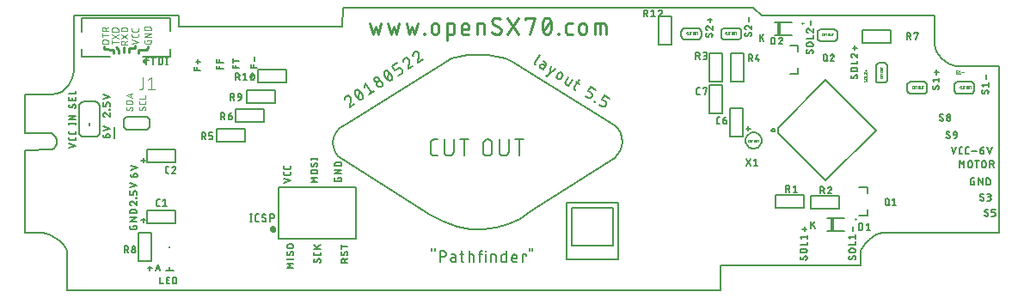
<source format=gto>
G75*
%MOIN*%
%OFA0B0*%
%FSLAX25Y25*%
%IPPOS*%
%LPD*%
%AMOC8*
5,1,8,0,0,1.08239X$1,22.5*
%
%ADD10C,0.00600*%
%ADD11C,0.00500*%
%ADD12C,0.00800*%
%ADD13C,0.00000*%
%ADD14C,0.01100*%
%ADD15C,0.00300*%
%ADD16C,0.01200*%
%ADD17C,0.01000*%
%ADD18C,0.00591*%
%ADD19R,0.00787X0.00787*%
%ADD20R,0.01673X0.04921*%
%ADD21C,0.00197*%
%ADD22C,0.00400*%
D10*
X0021423Y0038877D02*
X0021423Y0053068D01*
X0021193Y0054223D01*
X0020546Y0055511D01*
X0019546Y0056843D01*
X0018260Y0058131D01*
X0016751Y0059287D01*
X0015086Y0060221D01*
X0013329Y0060847D01*
X0011546Y0061075D01*
X0005020Y0061075D01*
X0005020Y0093285D01*
X0015209Y0093363D01*
X0016100Y0093845D01*
X0016736Y0094600D01*
X0017115Y0095536D01*
X0017240Y0096561D01*
X0017110Y0097585D01*
X0016728Y0098513D01*
X0016094Y0099256D01*
X0015209Y0099720D01*
X0005020Y0099735D01*
X0022017Y0099997D02*
X0022017Y0100574D01*
X0022017Y0099997D02*
X0022019Y0099949D01*
X0022025Y0099902D01*
X0022035Y0099855D01*
X0022048Y0099809D01*
X0022066Y0099765D01*
X0022087Y0099722D01*
X0022111Y0099681D01*
X0022139Y0099642D01*
X0022170Y0099606D01*
X0022204Y0099572D01*
X0022240Y0099541D01*
X0022279Y0099513D01*
X0022320Y0099489D01*
X0022363Y0099468D01*
X0022407Y0099450D01*
X0022453Y0099437D01*
X0022500Y0099427D01*
X0022547Y0099421D01*
X0022595Y0099419D01*
X0024039Y0099419D01*
X0024087Y0099421D01*
X0024134Y0099427D01*
X0024181Y0099437D01*
X0024227Y0099450D01*
X0024271Y0099468D01*
X0024314Y0099489D01*
X0024355Y0099513D01*
X0024394Y0099541D01*
X0024430Y0099572D01*
X0024464Y0099606D01*
X0024495Y0099642D01*
X0024523Y0099681D01*
X0024547Y0099722D01*
X0024568Y0099765D01*
X0024586Y0099809D01*
X0024599Y0099855D01*
X0024609Y0099902D01*
X0024615Y0099949D01*
X0024617Y0099997D01*
X0024617Y0100574D01*
X0025917Y0100208D02*
X0025917Y0110208D01*
X0025919Y0110291D01*
X0025925Y0110374D01*
X0025934Y0110457D01*
X0025948Y0110539D01*
X0025965Y0110620D01*
X0025986Y0110701D01*
X0026010Y0110780D01*
X0026039Y0110858D01*
X0026070Y0110935D01*
X0026106Y0111010D01*
X0026144Y0111084D01*
X0026187Y0111156D01*
X0026232Y0111225D01*
X0026281Y0111293D01*
X0026332Y0111358D01*
X0026387Y0111421D01*
X0026444Y0111481D01*
X0026504Y0111538D01*
X0026567Y0111593D01*
X0026632Y0111644D01*
X0026700Y0111693D01*
X0026769Y0111738D01*
X0026841Y0111781D01*
X0026915Y0111819D01*
X0026990Y0111855D01*
X0027067Y0111886D01*
X0027145Y0111915D01*
X0027224Y0111939D01*
X0027305Y0111960D01*
X0027386Y0111977D01*
X0027468Y0111991D01*
X0027551Y0112000D01*
X0027634Y0112006D01*
X0027717Y0112008D01*
X0032117Y0112008D01*
X0032200Y0112006D01*
X0032283Y0112000D01*
X0032366Y0111991D01*
X0032448Y0111977D01*
X0032529Y0111960D01*
X0032610Y0111939D01*
X0032689Y0111915D01*
X0032767Y0111886D01*
X0032844Y0111855D01*
X0032919Y0111819D01*
X0032993Y0111781D01*
X0033065Y0111738D01*
X0033134Y0111693D01*
X0033202Y0111644D01*
X0033267Y0111593D01*
X0033330Y0111538D01*
X0033390Y0111481D01*
X0033447Y0111421D01*
X0033502Y0111358D01*
X0033553Y0111293D01*
X0033602Y0111225D01*
X0033647Y0111156D01*
X0033690Y0111084D01*
X0033728Y0111010D01*
X0033764Y0110935D01*
X0033795Y0110858D01*
X0033824Y0110780D01*
X0033848Y0110701D01*
X0033869Y0110620D01*
X0033886Y0110539D01*
X0033900Y0110457D01*
X0033909Y0110374D01*
X0033915Y0110291D01*
X0033917Y0110208D01*
X0033917Y0100208D01*
X0035267Y0100744D02*
X0037867Y0101611D01*
X0035267Y0102477D01*
X0033917Y0100208D02*
X0033915Y0100125D01*
X0033909Y0100042D01*
X0033900Y0099959D01*
X0033886Y0099877D01*
X0033869Y0099796D01*
X0033848Y0099715D01*
X0033824Y0099636D01*
X0033795Y0099558D01*
X0033764Y0099481D01*
X0033728Y0099406D01*
X0033690Y0099332D01*
X0033647Y0099260D01*
X0033602Y0099191D01*
X0033553Y0099123D01*
X0033502Y0099058D01*
X0033447Y0098995D01*
X0033390Y0098935D01*
X0033330Y0098878D01*
X0033267Y0098823D01*
X0033202Y0098772D01*
X0033134Y0098723D01*
X0033065Y0098678D01*
X0032993Y0098635D01*
X0032919Y0098597D01*
X0032844Y0098561D01*
X0032767Y0098530D01*
X0032689Y0098501D01*
X0032610Y0098477D01*
X0032529Y0098456D01*
X0032448Y0098439D01*
X0032366Y0098425D01*
X0032283Y0098416D01*
X0032200Y0098410D01*
X0032117Y0098408D01*
X0027717Y0098408D01*
X0027634Y0098410D01*
X0027551Y0098416D01*
X0027468Y0098425D01*
X0027386Y0098439D01*
X0027305Y0098456D01*
X0027224Y0098477D01*
X0027145Y0098501D01*
X0027067Y0098530D01*
X0026990Y0098561D01*
X0026915Y0098597D01*
X0026841Y0098635D01*
X0026769Y0098678D01*
X0026700Y0098723D01*
X0026632Y0098772D01*
X0026567Y0098823D01*
X0026504Y0098878D01*
X0026444Y0098935D01*
X0026387Y0098995D01*
X0026332Y0099058D01*
X0026281Y0099123D01*
X0026232Y0099191D01*
X0026187Y0099260D01*
X0026144Y0099332D01*
X0026106Y0099406D01*
X0026070Y0099481D01*
X0026039Y0099558D01*
X0026010Y0099636D01*
X0025986Y0099715D01*
X0025965Y0099796D01*
X0025948Y0099877D01*
X0025934Y0099959D01*
X0025925Y0100042D01*
X0025919Y0100125D01*
X0025917Y0100208D01*
X0024617Y0098174D02*
X0024617Y0097597D01*
X0024615Y0097549D01*
X0024609Y0097502D01*
X0024599Y0097455D01*
X0024586Y0097409D01*
X0024568Y0097365D01*
X0024547Y0097322D01*
X0024523Y0097281D01*
X0024495Y0097242D01*
X0024464Y0097206D01*
X0024430Y0097172D01*
X0024394Y0097141D01*
X0024355Y0097113D01*
X0024314Y0097089D01*
X0024271Y0097068D01*
X0024227Y0097050D01*
X0024181Y0097037D01*
X0024134Y0097027D01*
X0024087Y0097021D01*
X0024039Y0097019D01*
X0022595Y0097019D01*
X0022547Y0097021D01*
X0022500Y0097027D01*
X0022453Y0097037D01*
X0022407Y0097050D01*
X0022363Y0097068D01*
X0022320Y0097089D01*
X0022279Y0097113D01*
X0022240Y0097141D01*
X0022204Y0097172D01*
X0022170Y0097206D01*
X0022139Y0097242D01*
X0022111Y0097281D01*
X0022087Y0097322D01*
X0022066Y0097365D01*
X0022048Y0097409D01*
X0022035Y0097455D01*
X0022025Y0097502D01*
X0022019Y0097549D01*
X0022017Y0097597D01*
X0022017Y0098174D01*
X0022017Y0095742D02*
X0024617Y0094875D01*
X0022017Y0094008D01*
X0036422Y0098008D02*
X0037145Y0098008D01*
X0037145Y0098009D02*
X0037198Y0098011D01*
X0037250Y0098017D01*
X0037302Y0098026D01*
X0037353Y0098040D01*
X0037403Y0098057D01*
X0037451Y0098077D01*
X0037498Y0098101D01*
X0037543Y0098129D01*
X0037586Y0098160D01*
X0037627Y0098193D01*
X0037665Y0098230D01*
X0037700Y0098269D01*
X0037732Y0098311D01*
X0037761Y0098355D01*
X0037787Y0098401D01*
X0037809Y0098449D01*
X0037828Y0098498D01*
X0037844Y0098548D01*
X0037855Y0098600D01*
X0037863Y0098652D01*
X0037867Y0098705D01*
X0037867Y0098757D01*
X0037863Y0098810D01*
X0037855Y0098862D01*
X0037844Y0098914D01*
X0037828Y0098964D01*
X0037809Y0099013D01*
X0037787Y0099061D01*
X0037761Y0099107D01*
X0037732Y0099151D01*
X0037700Y0099193D01*
X0037665Y0099232D01*
X0037627Y0099269D01*
X0037586Y0099302D01*
X0037543Y0099333D01*
X0037498Y0099361D01*
X0037451Y0099385D01*
X0037403Y0099405D01*
X0037353Y0099422D01*
X0037302Y0099436D01*
X0037250Y0099445D01*
X0037198Y0099451D01*
X0037145Y0099453D01*
X0037000Y0099453D01*
X0036955Y0099451D01*
X0036910Y0099446D01*
X0036865Y0099437D01*
X0036821Y0099425D01*
X0036779Y0099409D01*
X0036738Y0099390D01*
X0036698Y0099368D01*
X0036660Y0099343D01*
X0036625Y0099315D01*
X0036591Y0099284D01*
X0036560Y0099250D01*
X0036532Y0099215D01*
X0036507Y0099177D01*
X0036485Y0099137D01*
X0036466Y0099096D01*
X0036450Y0099054D01*
X0036438Y0099010D01*
X0036429Y0098965D01*
X0036424Y0098920D01*
X0036422Y0098875D01*
X0036422Y0098008D01*
X0036355Y0098010D01*
X0036288Y0098016D01*
X0036221Y0098026D01*
X0036155Y0098039D01*
X0036090Y0098057D01*
X0036027Y0098078D01*
X0035964Y0098103D01*
X0035903Y0098131D01*
X0035844Y0098163D01*
X0035787Y0098198D01*
X0035732Y0098237D01*
X0035679Y0098278D01*
X0035629Y0098323D01*
X0035581Y0098371D01*
X0035536Y0098421D01*
X0035495Y0098474D01*
X0035456Y0098529D01*
X0035421Y0098586D01*
X0035389Y0098645D01*
X0035361Y0098706D01*
X0035336Y0098769D01*
X0035315Y0098832D01*
X0035297Y0098897D01*
X0035284Y0098963D01*
X0035274Y0099030D01*
X0035268Y0099097D01*
X0035266Y0099164D01*
X0043417Y0102208D02*
X0043417Y0105208D01*
X0044417Y0106208D01*
X0052417Y0106208D01*
X0053417Y0105208D01*
X0053417Y0102208D01*
X0052417Y0101208D01*
X0044417Y0101208D01*
X0043417Y0102208D01*
X0037867Y0106258D02*
X0037867Y0107703D01*
X0037867Y0108924D02*
X0037867Y0109069D01*
X0037722Y0109069D01*
X0037722Y0108924D01*
X0037867Y0108924D01*
X0037867Y0110290D02*
X0037867Y0111157D01*
X0037865Y0111205D01*
X0037859Y0111252D01*
X0037849Y0111299D01*
X0037836Y0111345D01*
X0037818Y0111389D01*
X0037797Y0111432D01*
X0037773Y0111473D01*
X0037745Y0111512D01*
X0037714Y0111548D01*
X0037680Y0111582D01*
X0037644Y0111613D01*
X0037605Y0111641D01*
X0037564Y0111665D01*
X0037521Y0111686D01*
X0037477Y0111704D01*
X0037431Y0111717D01*
X0037384Y0111727D01*
X0037337Y0111733D01*
X0037289Y0111735D01*
X0037000Y0111735D01*
X0036955Y0111733D01*
X0036910Y0111728D01*
X0036865Y0111719D01*
X0036821Y0111707D01*
X0036779Y0111691D01*
X0036738Y0111672D01*
X0036698Y0111650D01*
X0036660Y0111625D01*
X0036625Y0111597D01*
X0036591Y0111566D01*
X0036560Y0111532D01*
X0036532Y0111497D01*
X0036507Y0111459D01*
X0036485Y0111419D01*
X0036466Y0111378D01*
X0036450Y0111336D01*
X0036438Y0111292D01*
X0036429Y0111247D01*
X0036424Y0111202D01*
X0036422Y0111157D01*
X0036422Y0110290D01*
X0035267Y0110290D01*
X0035267Y0111735D01*
X0035267Y0113026D02*
X0037867Y0113893D01*
X0035267Y0114759D01*
X0024617Y0114994D02*
X0024617Y0116150D01*
X0024617Y0114994D02*
X0022017Y0114994D01*
X0022017Y0113654D02*
X0022017Y0112498D01*
X0024617Y0112498D01*
X0024617Y0113654D01*
X0023172Y0113365D02*
X0023172Y0112498D01*
X0023533Y0110764D02*
X0023100Y0109970D01*
X0022017Y0110259D02*
X0022019Y0110322D01*
X0022024Y0110385D01*
X0022034Y0110448D01*
X0022047Y0110510D01*
X0022063Y0110571D01*
X0022083Y0110631D01*
X0022107Y0110690D01*
X0022133Y0110748D01*
X0022164Y0110803D01*
X0022197Y0110857D01*
X0022234Y0110909D01*
X0023101Y0109970D02*
X0023075Y0109931D01*
X0023047Y0109893D01*
X0023016Y0109858D01*
X0022982Y0109826D01*
X0022945Y0109797D01*
X0022906Y0109770D01*
X0022866Y0109747D01*
X0022823Y0109727D01*
X0022779Y0109711D01*
X0022734Y0109698D01*
X0022688Y0109688D01*
X0022642Y0109683D01*
X0022595Y0109681D01*
X0022550Y0109683D01*
X0022505Y0109688D01*
X0022460Y0109697D01*
X0022416Y0109709D01*
X0022374Y0109725D01*
X0022333Y0109744D01*
X0022293Y0109766D01*
X0022255Y0109791D01*
X0022220Y0109819D01*
X0022186Y0109850D01*
X0022155Y0109884D01*
X0022127Y0109919D01*
X0022102Y0109957D01*
X0022080Y0109997D01*
X0022061Y0110038D01*
X0022045Y0110080D01*
X0022033Y0110124D01*
X0022024Y0110169D01*
X0022019Y0110214D01*
X0022017Y0110259D01*
X0024256Y0109608D02*
X0024303Y0109658D01*
X0024348Y0109710D01*
X0024389Y0109765D01*
X0024428Y0109822D01*
X0024463Y0109882D01*
X0024495Y0109943D01*
X0024523Y0110005D01*
X0024548Y0110070D01*
X0024569Y0110135D01*
X0024586Y0110202D01*
X0024600Y0110269D01*
X0024609Y0110338D01*
X0024615Y0110406D01*
X0024617Y0110475D01*
X0024615Y0110520D01*
X0024610Y0110565D01*
X0024601Y0110610D01*
X0024589Y0110654D01*
X0024573Y0110696D01*
X0024554Y0110737D01*
X0024532Y0110777D01*
X0024507Y0110815D01*
X0024479Y0110850D01*
X0024448Y0110884D01*
X0024414Y0110915D01*
X0024379Y0110943D01*
X0024341Y0110968D01*
X0024301Y0110990D01*
X0024260Y0111009D01*
X0024218Y0111025D01*
X0024174Y0111037D01*
X0024129Y0111046D01*
X0024084Y0111051D01*
X0024039Y0111053D01*
X0023992Y0111051D01*
X0023946Y0111046D01*
X0023900Y0111036D01*
X0023855Y0111023D01*
X0023811Y0111007D01*
X0023768Y0110987D01*
X0023728Y0110964D01*
X0023689Y0110937D01*
X0023652Y0110908D01*
X0023618Y0110876D01*
X0023587Y0110841D01*
X0023559Y0110803D01*
X0023533Y0110764D01*
X0019206Y0115887D02*
X0017371Y0115090D01*
X0015209Y0114803D01*
X0005020Y0114803D01*
X0019206Y0115887D02*
X0020725Y0117096D01*
X0021940Y0118620D01*
X0022864Y0120362D01*
X0023509Y0122225D01*
X0023887Y0124111D01*
X0024010Y0125924D01*
X0024010Y0145461D01*
X0064482Y0145461D02*
X0064482Y0141013D01*
X0127898Y0141164D01*
X0128159Y0148568D01*
X0287331Y0148568D01*
X0290523Y0145461D01*
X0357569Y0145461D01*
X0357592Y0134183D01*
X0357824Y0132969D01*
X0358388Y0131631D01*
X0359236Y0130256D01*
X0360319Y0128933D01*
X0361589Y0127750D01*
X0362996Y0126796D01*
X0364493Y0126160D01*
X0366029Y0125929D01*
X0366305Y0125935D01*
X0382514Y0125924D01*
X0382514Y0061075D01*
X0337320Y0061075D01*
X0336330Y0060907D01*
X0335071Y0060421D01*
X0333666Y0059641D01*
X0332239Y0058595D01*
X0330914Y0057307D01*
X0329814Y0055804D01*
X0329064Y0054111D01*
X0328786Y0052254D01*
X0328786Y0048361D01*
X0274578Y0048361D01*
X0274578Y0038877D01*
X0021423Y0038877D01*
X0052559Y0047357D02*
X0054292Y0047357D01*
X0053425Y0046490D02*
X0053425Y0048224D01*
X0055847Y0046996D02*
X0057147Y0046996D01*
X0057364Y0046346D02*
X0056497Y0048946D01*
X0055630Y0046346D01*
X0057305Y0043983D02*
X0057305Y0041383D01*
X0058461Y0041383D01*
X0059801Y0041383D02*
X0059801Y0043983D01*
X0060957Y0043983D01*
X0060668Y0042828D02*
X0059801Y0042828D01*
X0059801Y0041383D02*
X0060957Y0041383D01*
X0062288Y0041383D02*
X0063010Y0041383D01*
X0062288Y0041383D02*
X0062288Y0043983D01*
X0063010Y0043983D01*
X0063062Y0043981D01*
X0063113Y0043976D01*
X0063163Y0043967D01*
X0063213Y0043954D01*
X0063262Y0043937D01*
X0063310Y0043918D01*
X0063356Y0043895D01*
X0063400Y0043868D01*
X0063443Y0043839D01*
X0063483Y0043807D01*
X0063521Y0043772D01*
X0063556Y0043734D01*
X0063588Y0043694D01*
X0063617Y0043651D01*
X0063644Y0043607D01*
X0063667Y0043561D01*
X0063686Y0043513D01*
X0063703Y0043464D01*
X0063716Y0043414D01*
X0063725Y0043364D01*
X0063730Y0043313D01*
X0063732Y0043261D01*
X0063732Y0042106D01*
X0063730Y0042054D01*
X0063725Y0042003D01*
X0063716Y0041953D01*
X0063703Y0041903D01*
X0063686Y0041854D01*
X0063667Y0041806D01*
X0063644Y0041760D01*
X0063617Y0041716D01*
X0063588Y0041673D01*
X0063556Y0041633D01*
X0063521Y0041595D01*
X0063483Y0041560D01*
X0063443Y0041528D01*
X0063400Y0041499D01*
X0063356Y0041472D01*
X0063310Y0041449D01*
X0063262Y0041430D01*
X0063213Y0041413D01*
X0063163Y0041400D01*
X0063113Y0041391D01*
X0063062Y0041386D01*
X0063010Y0041384D01*
X0047770Y0054142D02*
X0047768Y0054089D01*
X0047762Y0054037D01*
X0047753Y0053985D01*
X0047739Y0053934D01*
X0047722Y0053884D01*
X0047702Y0053836D01*
X0047678Y0053789D01*
X0047650Y0053744D01*
X0047619Y0053701D01*
X0047586Y0053660D01*
X0047549Y0053622D01*
X0047510Y0053587D01*
X0047468Y0053555D01*
X0047424Y0053526D01*
X0047378Y0053500D01*
X0047330Y0053478D01*
X0047281Y0053459D01*
X0047231Y0053443D01*
X0047179Y0053432D01*
X0047127Y0053424D01*
X0047074Y0053420D01*
X0047022Y0053420D01*
X0046969Y0053424D01*
X0046917Y0053432D01*
X0046865Y0053443D01*
X0046815Y0053459D01*
X0046766Y0053478D01*
X0046718Y0053500D01*
X0046672Y0053526D01*
X0046628Y0053555D01*
X0046586Y0053587D01*
X0046547Y0053622D01*
X0046510Y0053660D01*
X0046477Y0053701D01*
X0046446Y0053744D01*
X0046418Y0053789D01*
X0046394Y0053836D01*
X0046374Y0053884D01*
X0046357Y0053934D01*
X0046343Y0053985D01*
X0046334Y0054037D01*
X0046328Y0054089D01*
X0046326Y0054142D01*
X0046328Y0054195D01*
X0046334Y0054247D01*
X0046343Y0054299D01*
X0046357Y0054350D01*
X0046374Y0054400D01*
X0046394Y0054448D01*
X0046418Y0054495D01*
X0046446Y0054540D01*
X0046477Y0054583D01*
X0046510Y0054624D01*
X0046547Y0054662D01*
X0046586Y0054697D01*
X0046628Y0054729D01*
X0046672Y0054758D01*
X0046718Y0054784D01*
X0046766Y0054806D01*
X0046815Y0054825D01*
X0046865Y0054841D01*
X0046917Y0054852D01*
X0046969Y0054860D01*
X0047022Y0054864D01*
X0047074Y0054864D01*
X0047127Y0054860D01*
X0047179Y0054852D01*
X0047231Y0054841D01*
X0047281Y0054825D01*
X0047330Y0054806D01*
X0047378Y0054784D01*
X0047424Y0054758D01*
X0047468Y0054729D01*
X0047510Y0054697D01*
X0047549Y0054662D01*
X0047586Y0054624D01*
X0047619Y0054583D01*
X0047650Y0054540D01*
X0047678Y0054495D01*
X0047702Y0054448D01*
X0047722Y0054400D01*
X0047739Y0054350D01*
X0047753Y0054299D01*
X0047762Y0054247D01*
X0047768Y0054195D01*
X0047770Y0054142D01*
X0047626Y0055442D02*
X0047624Y0055395D01*
X0047619Y0055349D01*
X0047609Y0055304D01*
X0047596Y0055259D01*
X0047580Y0055215D01*
X0047560Y0055173D01*
X0047537Y0055133D01*
X0047510Y0055095D01*
X0047481Y0055059D01*
X0047448Y0055025D01*
X0047414Y0054994D01*
X0047376Y0054966D01*
X0047337Y0054941D01*
X0047296Y0054920D01*
X0047253Y0054902D01*
X0047209Y0054887D01*
X0047164Y0054876D01*
X0047118Y0054868D01*
X0047071Y0054864D01*
X0047025Y0054864D01*
X0046978Y0054868D01*
X0046932Y0054876D01*
X0046887Y0054887D01*
X0046843Y0054902D01*
X0046800Y0054920D01*
X0046759Y0054941D01*
X0046720Y0054966D01*
X0046682Y0054994D01*
X0046648Y0055025D01*
X0046615Y0055059D01*
X0046586Y0055095D01*
X0046559Y0055133D01*
X0046536Y0055173D01*
X0046516Y0055215D01*
X0046500Y0055259D01*
X0046487Y0055304D01*
X0046477Y0055349D01*
X0046472Y0055395D01*
X0046470Y0055442D01*
X0046472Y0055489D01*
X0046477Y0055535D01*
X0046487Y0055580D01*
X0046500Y0055625D01*
X0046516Y0055669D01*
X0046536Y0055711D01*
X0046559Y0055751D01*
X0046586Y0055789D01*
X0046615Y0055825D01*
X0046648Y0055859D01*
X0046682Y0055890D01*
X0046720Y0055918D01*
X0046759Y0055943D01*
X0046800Y0055964D01*
X0046843Y0055982D01*
X0046887Y0055997D01*
X0046932Y0056008D01*
X0046978Y0056016D01*
X0047025Y0056020D01*
X0047071Y0056020D01*
X0047118Y0056016D01*
X0047164Y0056008D01*
X0047209Y0055997D01*
X0047253Y0055982D01*
X0047296Y0055964D01*
X0047337Y0055943D01*
X0047376Y0055918D01*
X0047414Y0055890D01*
X0047448Y0055859D01*
X0047481Y0055825D01*
X0047510Y0055789D01*
X0047537Y0055751D01*
X0047560Y0055711D01*
X0047580Y0055669D01*
X0047596Y0055625D01*
X0047609Y0055580D01*
X0047619Y0055535D01*
X0047624Y0055489D01*
X0047626Y0055442D01*
X0044921Y0053420D02*
X0044343Y0054575D01*
X0044199Y0054575D02*
X0043477Y0054575D01*
X0044199Y0054576D02*
X0044252Y0054578D01*
X0044304Y0054584D01*
X0044356Y0054593D01*
X0044407Y0054607D01*
X0044457Y0054624D01*
X0044505Y0054644D01*
X0044552Y0054668D01*
X0044597Y0054696D01*
X0044640Y0054727D01*
X0044681Y0054760D01*
X0044719Y0054797D01*
X0044754Y0054836D01*
X0044786Y0054878D01*
X0044815Y0054922D01*
X0044841Y0054968D01*
X0044863Y0055016D01*
X0044882Y0055065D01*
X0044898Y0055115D01*
X0044909Y0055167D01*
X0044917Y0055219D01*
X0044921Y0055272D01*
X0044921Y0055324D01*
X0044917Y0055377D01*
X0044909Y0055429D01*
X0044898Y0055481D01*
X0044882Y0055531D01*
X0044863Y0055580D01*
X0044841Y0055628D01*
X0044815Y0055674D01*
X0044786Y0055718D01*
X0044754Y0055760D01*
X0044719Y0055799D01*
X0044681Y0055836D01*
X0044640Y0055869D01*
X0044597Y0055900D01*
X0044552Y0055928D01*
X0044505Y0055952D01*
X0044457Y0055972D01*
X0044407Y0055989D01*
X0044356Y0056003D01*
X0044304Y0056012D01*
X0044252Y0056018D01*
X0044199Y0056020D01*
X0043477Y0056020D01*
X0043477Y0053420D01*
X0046220Y0062508D02*
X0047664Y0062508D01*
X0047712Y0062510D01*
X0047759Y0062516D01*
X0047806Y0062526D01*
X0047852Y0062539D01*
X0047896Y0062557D01*
X0047939Y0062578D01*
X0047980Y0062602D01*
X0048019Y0062630D01*
X0048055Y0062661D01*
X0048089Y0062695D01*
X0048120Y0062731D01*
X0048148Y0062770D01*
X0048172Y0062811D01*
X0048193Y0062854D01*
X0048211Y0062898D01*
X0048224Y0062944D01*
X0048234Y0062991D01*
X0048240Y0063038D01*
X0048242Y0063086D01*
X0048242Y0063953D01*
X0046797Y0063953D01*
X0046797Y0063519D01*
X0046220Y0062508D02*
X0046172Y0062510D01*
X0046125Y0062516D01*
X0046078Y0062526D01*
X0046032Y0062539D01*
X0045988Y0062557D01*
X0045945Y0062578D01*
X0045904Y0062602D01*
X0045865Y0062630D01*
X0045829Y0062661D01*
X0045795Y0062695D01*
X0045764Y0062731D01*
X0045736Y0062770D01*
X0045712Y0062811D01*
X0045691Y0062854D01*
X0045673Y0062898D01*
X0045660Y0062944D01*
X0045650Y0062991D01*
X0045644Y0063038D01*
X0045642Y0063086D01*
X0045642Y0063953D01*
X0045642Y0065580D02*
X0048242Y0067025D01*
X0045642Y0067025D01*
X0045642Y0065580D02*
X0048242Y0065580D01*
X0049967Y0066019D02*
X0051700Y0066019D01*
X0050833Y0065153D02*
X0050833Y0066886D01*
X0048242Y0068652D02*
X0045642Y0068652D01*
X0045642Y0069375D01*
X0045644Y0069427D01*
X0045649Y0069478D01*
X0045659Y0069528D01*
X0045671Y0069578D01*
X0045688Y0069627D01*
X0045707Y0069675D01*
X0045730Y0069721D01*
X0045757Y0069765D01*
X0045786Y0069808D01*
X0045818Y0069848D01*
X0045853Y0069886D01*
X0045891Y0069921D01*
X0045931Y0069953D01*
X0045974Y0069982D01*
X0046018Y0070009D01*
X0046064Y0070032D01*
X0046112Y0070051D01*
X0046161Y0070068D01*
X0046211Y0070081D01*
X0046261Y0070090D01*
X0046313Y0070095D01*
X0046364Y0070097D01*
X0047520Y0070097D01*
X0047572Y0070095D01*
X0047623Y0070090D01*
X0047673Y0070081D01*
X0047723Y0070068D01*
X0047772Y0070051D01*
X0047820Y0070032D01*
X0047866Y0070009D01*
X0047910Y0069982D01*
X0047953Y0069953D01*
X0047993Y0069921D01*
X0048031Y0069886D01*
X0048066Y0069848D01*
X0048098Y0069808D01*
X0048127Y0069765D01*
X0048154Y0069721D01*
X0048177Y0069675D01*
X0048196Y0069627D01*
X0048213Y0069578D01*
X0048226Y0069528D01*
X0048235Y0069478D01*
X0048240Y0069427D01*
X0048242Y0069375D01*
X0048242Y0068652D01*
X0048242Y0071883D02*
X0048242Y0073328D01*
X0048242Y0074549D02*
X0048242Y0074694D01*
X0048097Y0074694D01*
X0048097Y0074549D01*
X0048242Y0074549D01*
X0048242Y0075915D02*
X0048242Y0076782D01*
X0048240Y0076830D01*
X0048234Y0076877D01*
X0048224Y0076924D01*
X0048211Y0076970D01*
X0048193Y0077014D01*
X0048172Y0077057D01*
X0048148Y0077098D01*
X0048120Y0077137D01*
X0048089Y0077173D01*
X0048055Y0077207D01*
X0048019Y0077238D01*
X0047980Y0077266D01*
X0047939Y0077290D01*
X0047896Y0077311D01*
X0047852Y0077329D01*
X0047806Y0077342D01*
X0047759Y0077352D01*
X0047712Y0077358D01*
X0047664Y0077360D01*
X0047375Y0077360D01*
X0047330Y0077358D01*
X0047285Y0077353D01*
X0047240Y0077344D01*
X0047196Y0077332D01*
X0047154Y0077316D01*
X0047113Y0077297D01*
X0047073Y0077275D01*
X0047035Y0077250D01*
X0047000Y0077222D01*
X0046966Y0077191D01*
X0046935Y0077157D01*
X0046907Y0077122D01*
X0046882Y0077084D01*
X0046860Y0077044D01*
X0046841Y0077003D01*
X0046825Y0076961D01*
X0046813Y0076917D01*
X0046804Y0076872D01*
X0046799Y0076827D01*
X0046797Y0076782D01*
X0046797Y0075915D01*
X0045642Y0075915D01*
X0045642Y0077360D01*
X0045642Y0078651D02*
X0048242Y0079518D01*
X0045642Y0080384D01*
X0047047Y0082758D02*
X0047770Y0082758D01*
X0047770Y0082759D02*
X0047823Y0082761D01*
X0047875Y0082767D01*
X0047927Y0082776D01*
X0047978Y0082790D01*
X0048028Y0082807D01*
X0048076Y0082827D01*
X0048123Y0082851D01*
X0048168Y0082879D01*
X0048211Y0082910D01*
X0048252Y0082943D01*
X0048290Y0082980D01*
X0048325Y0083019D01*
X0048357Y0083061D01*
X0048386Y0083105D01*
X0048412Y0083151D01*
X0048434Y0083199D01*
X0048453Y0083248D01*
X0048469Y0083298D01*
X0048480Y0083350D01*
X0048488Y0083402D01*
X0048492Y0083455D01*
X0048492Y0083507D01*
X0048488Y0083560D01*
X0048480Y0083612D01*
X0048469Y0083664D01*
X0048453Y0083714D01*
X0048434Y0083763D01*
X0048412Y0083811D01*
X0048386Y0083857D01*
X0048357Y0083901D01*
X0048325Y0083943D01*
X0048290Y0083982D01*
X0048252Y0084019D01*
X0048211Y0084052D01*
X0048168Y0084083D01*
X0048123Y0084111D01*
X0048076Y0084135D01*
X0048028Y0084155D01*
X0047978Y0084172D01*
X0047927Y0084186D01*
X0047875Y0084195D01*
X0047823Y0084201D01*
X0047770Y0084203D01*
X0047625Y0084203D01*
X0047580Y0084201D01*
X0047535Y0084196D01*
X0047490Y0084187D01*
X0047446Y0084175D01*
X0047404Y0084159D01*
X0047363Y0084140D01*
X0047323Y0084118D01*
X0047285Y0084093D01*
X0047250Y0084065D01*
X0047216Y0084034D01*
X0047185Y0084000D01*
X0047157Y0083965D01*
X0047132Y0083927D01*
X0047110Y0083887D01*
X0047091Y0083846D01*
X0047075Y0083804D01*
X0047063Y0083760D01*
X0047054Y0083715D01*
X0047049Y0083670D01*
X0047047Y0083625D01*
X0047047Y0082758D01*
X0046980Y0082760D01*
X0046913Y0082766D01*
X0046846Y0082776D01*
X0046780Y0082789D01*
X0046715Y0082807D01*
X0046652Y0082828D01*
X0046589Y0082853D01*
X0046528Y0082881D01*
X0046469Y0082913D01*
X0046412Y0082948D01*
X0046357Y0082987D01*
X0046304Y0083028D01*
X0046254Y0083073D01*
X0046206Y0083121D01*
X0046161Y0083171D01*
X0046120Y0083224D01*
X0046081Y0083279D01*
X0046046Y0083336D01*
X0046014Y0083395D01*
X0045986Y0083456D01*
X0045961Y0083519D01*
X0045940Y0083582D01*
X0045922Y0083647D01*
X0045909Y0083713D01*
X0045899Y0083780D01*
X0045893Y0083847D01*
X0045891Y0083914D01*
X0045892Y0085494D02*
X0048492Y0086361D01*
X0045892Y0087227D01*
X0049967Y0089269D02*
X0051700Y0089269D01*
X0050833Y0088403D02*
X0050833Y0090136D01*
X0059567Y0086340D02*
X0059567Y0084895D01*
X0059569Y0084850D01*
X0059574Y0084805D01*
X0059583Y0084760D01*
X0059595Y0084716D01*
X0059611Y0084674D01*
X0059630Y0084633D01*
X0059652Y0084593D01*
X0059677Y0084555D01*
X0059705Y0084520D01*
X0059736Y0084486D01*
X0059770Y0084455D01*
X0059805Y0084427D01*
X0059843Y0084402D01*
X0059883Y0084380D01*
X0059924Y0084361D01*
X0059966Y0084345D01*
X0060010Y0084333D01*
X0060055Y0084324D01*
X0060100Y0084319D01*
X0060145Y0084317D01*
X0060723Y0084317D01*
X0061981Y0084317D02*
X0063426Y0084317D01*
X0061981Y0084317D02*
X0063209Y0085762D01*
X0062776Y0086917D02*
X0062721Y0086915D01*
X0062666Y0086910D01*
X0062611Y0086901D01*
X0062558Y0086888D01*
X0062505Y0086872D01*
X0062453Y0086852D01*
X0062403Y0086829D01*
X0062354Y0086803D01*
X0062307Y0086773D01*
X0062263Y0086741D01*
X0062220Y0086705D01*
X0062180Y0086667D01*
X0062143Y0086626D01*
X0062108Y0086583D01*
X0062077Y0086538D01*
X0062048Y0086491D01*
X0062023Y0086442D01*
X0062000Y0086391D01*
X0061982Y0086339D01*
X0063208Y0085762D02*
X0063244Y0085798D01*
X0063277Y0085838D01*
X0063307Y0085879D01*
X0063334Y0085923D01*
X0063358Y0085969D01*
X0063378Y0086016D01*
X0063395Y0086064D01*
X0063408Y0086114D01*
X0063417Y0086165D01*
X0063423Y0086216D01*
X0063425Y0086267D01*
X0063426Y0086267D02*
X0063424Y0086316D01*
X0063419Y0086364D01*
X0063410Y0086412D01*
X0063397Y0086459D01*
X0063381Y0086504D01*
X0063362Y0086549D01*
X0063339Y0086592D01*
X0063313Y0086633D01*
X0063284Y0086672D01*
X0063252Y0086709D01*
X0063218Y0086743D01*
X0063181Y0086775D01*
X0063142Y0086804D01*
X0063101Y0086830D01*
X0063058Y0086853D01*
X0063013Y0086872D01*
X0062968Y0086888D01*
X0062921Y0086901D01*
X0062873Y0086910D01*
X0062825Y0086915D01*
X0062776Y0086917D01*
X0060723Y0086917D02*
X0060145Y0086917D01*
X0060145Y0086918D02*
X0060097Y0086916D01*
X0060050Y0086910D01*
X0060003Y0086900D01*
X0059957Y0086887D01*
X0059913Y0086869D01*
X0059870Y0086848D01*
X0059829Y0086824D01*
X0059790Y0086796D01*
X0059754Y0086765D01*
X0059720Y0086731D01*
X0059689Y0086695D01*
X0059661Y0086656D01*
X0059637Y0086615D01*
X0059616Y0086572D01*
X0059598Y0086528D01*
X0059585Y0086482D01*
X0059575Y0086435D01*
X0059569Y0086388D01*
X0059567Y0086340D01*
X0073448Y0097433D02*
X0073448Y0100033D01*
X0074171Y0100033D01*
X0074224Y0100031D01*
X0074276Y0100025D01*
X0074328Y0100016D01*
X0074379Y0100002D01*
X0074429Y0099985D01*
X0074477Y0099965D01*
X0074524Y0099941D01*
X0074569Y0099913D01*
X0074612Y0099882D01*
X0074653Y0099849D01*
X0074691Y0099812D01*
X0074726Y0099773D01*
X0074758Y0099731D01*
X0074787Y0099687D01*
X0074813Y0099641D01*
X0074835Y0099593D01*
X0074854Y0099544D01*
X0074870Y0099494D01*
X0074881Y0099442D01*
X0074889Y0099390D01*
X0074893Y0099337D01*
X0074893Y0099285D01*
X0074889Y0099232D01*
X0074881Y0099180D01*
X0074870Y0099128D01*
X0074854Y0099078D01*
X0074835Y0099029D01*
X0074813Y0098981D01*
X0074787Y0098935D01*
X0074758Y0098891D01*
X0074726Y0098849D01*
X0074691Y0098810D01*
X0074653Y0098773D01*
X0074612Y0098740D01*
X0074569Y0098709D01*
X0074524Y0098681D01*
X0074477Y0098657D01*
X0074429Y0098637D01*
X0074379Y0098620D01*
X0074328Y0098606D01*
X0074276Y0098597D01*
X0074224Y0098591D01*
X0074171Y0098589D01*
X0073448Y0098589D01*
X0074315Y0098589D02*
X0074893Y0097433D01*
X0076297Y0097433D02*
X0077164Y0097433D01*
X0077212Y0097435D01*
X0077259Y0097441D01*
X0077306Y0097451D01*
X0077352Y0097464D01*
X0077396Y0097482D01*
X0077439Y0097503D01*
X0077480Y0097527D01*
X0077519Y0097555D01*
X0077555Y0097586D01*
X0077589Y0097620D01*
X0077620Y0097656D01*
X0077648Y0097695D01*
X0077672Y0097736D01*
X0077693Y0097779D01*
X0077711Y0097823D01*
X0077724Y0097869D01*
X0077734Y0097916D01*
X0077740Y0097963D01*
X0077742Y0098011D01*
X0077742Y0098300D01*
X0077740Y0098345D01*
X0077735Y0098390D01*
X0077726Y0098435D01*
X0077714Y0098479D01*
X0077698Y0098521D01*
X0077679Y0098562D01*
X0077657Y0098602D01*
X0077632Y0098640D01*
X0077604Y0098675D01*
X0077573Y0098709D01*
X0077539Y0098740D01*
X0077504Y0098768D01*
X0077466Y0098793D01*
X0077426Y0098815D01*
X0077385Y0098834D01*
X0077343Y0098850D01*
X0077299Y0098862D01*
X0077254Y0098871D01*
X0077209Y0098876D01*
X0077164Y0098878D01*
X0076297Y0098878D01*
X0076297Y0100033D01*
X0077742Y0100033D01*
X0080948Y0105058D02*
X0080948Y0107658D01*
X0081671Y0107658D01*
X0081724Y0107656D01*
X0081776Y0107650D01*
X0081828Y0107641D01*
X0081879Y0107627D01*
X0081929Y0107610D01*
X0081977Y0107590D01*
X0082024Y0107566D01*
X0082069Y0107538D01*
X0082112Y0107507D01*
X0082153Y0107474D01*
X0082191Y0107437D01*
X0082226Y0107398D01*
X0082258Y0107356D01*
X0082287Y0107312D01*
X0082313Y0107266D01*
X0082335Y0107218D01*
X0082354Y0107169D01*
X0082370Y0107119D01*
X0082381Y0107067D01*
X0082389Y0107015D01*
X0082393Y0106962D01*
X0082393Y0106910D01*
X0082389Y0106857D01*
X0082381Y0106805D01*
X0082370Y0106753D01*
X0082354Y0106703D01*
X0082335Y0106654D01*
X0082313Y0106606D01*
X0082287Y0106560D01*
X0082258Y0106516D01*
X0082226Y0106474D01*
X0082191Y0106435D01*
X0082153Y0106398D01*
X0082112Y0106365D01*
X0082069Y0106334D01*
X0082024Y0106306D01*
X0081977Y0106282D01*
X0081929Y0106262D01*
X0081879Y0106245D01*
X0081828Y0106231D01*
X0081776Y0106222D01*
X0081724Y0106216D01*
X0081671Y0106214D01*
X0080948Y0106214D01*
X0081815Y0106214D02*
X0082393Y0105058D01*
X0083797Y0105781D02*
X0083797Y0106503D01*
X0084664Y0106503D01*
X0083797Y0106503D02*
X0083799Y0106570D01*
X0083805Y0106637D01*
X0083815Y0106704D01*
X0083828Y0106770D01*
X0083846Y0106835D01*
X0083867Y0106898D01*
X0083892Y0106961D01*
X0083920Y0107022D01*
X0083952Y0107081D01*
X0083987Y0107138D01*
X0084026Y0107193D01*
X0084067Y0107246D01*
X0084112Y0107296D01*
X0084160Y0107344D01*
X0084210Y0107389D01*
X0084263Y0107430D01*
X0084318Y0107469D01*
X0084375Y0107504D01*
X0084434Y0107536D01*
X0084495Y0107564D01*
X0084558Y0107589D01*
X0084621Y0107610D01*
X0084686Y0107628D01*
X0084752Y0107641D01*
X0084819Y0107651D01*
X0084886Y0107657D01*
X0084953Y0107659D01*
X0085242Y0105925D02*
X0085242Y0105781D01*
X0085242Y0105925D02*
X0085240Y0105970D01*
X0085235Y0106015D01*
X0085226Y0106060D01*
X0085214Y0106104D01*
X0085198Y0106146D01*
X0085179Y0106187D01*
X0085157Y0106227D01*
X0085132Y0106265D01*
X0085104Y0106300D01*
X0085073Y0106334D01*
X0085039Y0106365D01*
X0085004Y0106393D01*
X0084966Y0106418D01*
X0084926Y0106440D01*
X0084885Y0106459D01*
X0084843Y0106475D01*
X0084799Y0106487D01*
X0084754Y0106496D01*
X0084709Y0106501D01*
X0084664Y0106503D01*
X0085242Y0105781D02*
X0085240Y0105728D01*
X0085234Y0105676D01*
X0085225Y0105624D01*
X0085211Y0105573D01*
X0085194Y0105523D01*
X0085174Y0105475D01*
X0085150Y0105428D01*
X0085122Y0105383D01*
X0085091Y0105340D01*
X0085058Y0105299D01*
X0085021Y0105261D01*
X0084982Y0105226D01*
X0084940Y0105194D01*
X0084896Y0105165D01*
X0084850Y0105139D01*
X0084802Y0105117D01*
X0084753Y0105098D01*
X0084703Y0105082D01*
X0084651Y0105071D01*
X0084599Y0105063D01*
X0084546Y0105059D01*
X0084494Y0105059D01*
X0084441Y0105063D01*
X0084389Y0105071D01*
X0084337Y0105082D01*
X0084287Y0105098D01*
X0084238Y0105117D01*
X0084190Y0105139D01*
X0084144Y0105165D01*
X0084100Y0105194D01*
X0084058Y0105226D01*
X0084019Y0105261D01*
X0083982Y0105299D01*
X0083949Y0105340D01*
X0083918Y0105383D01*
X0083890Y0105428D01*
X0083866Y0105475D01*
X0083846Y0105523D01*
X0083829Y0105573D01*
X0083815Y0105624D01*
X0083806Y0105676D01*
X0083800Y0105728D01*
X0083798Y0105781D01*
X0084592Y0112633D02*
X0084592Y0115233D01*
X0085314Y0115233D01*
X0085367Y0115231D01*
X0085419Y0115225D01*
X0085471Y0115216D01*
X0085522Y0115202D01*
X0085572Y0115185D01*
X0085620Y0115165D01*
X0085667Y0115141D01*
X0085712Y0115113D01*
X0085755Y0115082D01*
X0085796Y0115049D01*
X0085834Y0115012D01*
X0085869Y0114973D01*
X0085901Y0114931D01*
X0085930Y0114887D01*
X0085956Y0114841D01*
X0085978Y0114793D01*
X0085997Y0114744D01*
X0086013Y0114694D01*
X0086024Y0114642D01*
X0086032Y0114590D01*
X0086036Y0114537D01*
X0086036Y0114485D01*
X0086032Y0114432D01*
X0086024Y0114380D01*
X0086013Y0114328D01*
X0085997Y0114278D01*
X0085978Y0114229D01*
X0085956Y0114181D01*
X0085930Y0114135D01*
X0085901Y0114091D01*
X0085869Y0114049D01*
X0085834Y0114010D01*
X0085796Y0113973D01*
X0085755Y0113940D01*
X0085712Y0113909D01*
X0085667Y0113881D01*
X0085620Y0113857D01*
X0085572Y0113837D01*
X0085522Y0113820D01*
X0085471Y0113806D01*
X0085419Y0113797D01*
X0085367Y0113791D01*
X0085314Y0113789D01*
X0084592Y0113789D01*
X0085458Y0113789D02*
X0086036Y0112633D01*
X0087730Y0112633D02*
X0087797Y0112635D01*
X0087864Y0112641D01*
X0087931Y0112651D01*
X0087997Y0112664D01*
X0088062Y0112682D01*
X0088125Y0112703D01*
X0088188Y0112728D01*
X0088249Y0112756D01*
X0088308Y0112788D01*
X0088365Y0112823D01*
X0088420Y0112862D01*
X0088473Y0112903D01*
X0088523Y0112948D01*
X0088571Y0112996D01*
X0088616Y0113046D01*
X0088657Y0113099D01*
X0088696Y0113154D01*
X0088731Y0113211D01*
X0088763Y0113270D01*
X0088791Y0113331D01*
X0088816Y0113394D01*
X0088837Y0113457D01*
X0088855Y0113522D01*
X0088868Y0113588D01*
X0088878Y0113655D01*
X0088884Y0113722D01*
X0088886Y0113789D01*
X0088885Y0113789D02*
X0088885Y0114511D01*
X0088883Y0114564D01*
X0088877Y0114616D01*
X0088868Y0114668D01*
X0088854Y0114719D01*
X0088837Y0114769D01*
X0088817Y0114817D01*
X0088793Y0114864D01*
X0088765Y0114909D01*
X0088734Y0114952D01*
X0088701Y0114993D01*
X0088664Y0115031D01*
X0088625Y0115066D01*
X0088583Y0115098D01*
X0088539Y0115127D01*
X0088493Y0115153D01*
X0088445Y0115175D01*
X0088396Y0115194D01*
X0088346Y0115210D01*
X0088294Y0115221D01*
X0088242Y0115229D01*
X0088189Y0115233D01*
X0088137Y0115233D01*
X0088084Y0115229D01*
X0088032Y0115221D01*
X0087980Y0115210D01*
X0087930Y0115194D01*
X0087881Y0115175D01*
X0087833Y0115153D01*
X0087787Y0115127D01*
X0087743Y0115098D01*
X0087701Y0115066D01*
X0087662Y0115031D01*
X0087625Y0114993D01*
X0087592Y0114952D01*
X0087561Y0114909D01*
X0087533Y0114864D01*
X0087509Y0114817D01*
X0087489Y0114769D01*
X0087472Y0114719D01*
X0087458Y0114668D01*
X0087449Y0114616D01*
X0087443Y0114564D01*
X0087441Y0114511D01*
X0087441Y0114367D01*
X0087443Y0114322D01*
X0087448Y0114277D01*
X0087457Y0114232D01*
X0087469Y0114188D01*
X0087485Y0114146D01*
X0087504Y0114105D01*
X0087526Y0114065D01*
X0087551Y0114027D01*
X0087579Y0113992D01*
X0087610Y0113958D01*
X0087644Y0113927D01*
X0087679Y0113899D01*
X0087717Y0113874D01*
X0087757Y0113852D01*
X0087798Y0113833D01*
X0087840Y0113817D01*
X0087884Y0113805D01*
X0087929Y0113796D01*
X0087974Y0113791D01*
X0088019Y0113789D01*
X0088885Y0113789D01*
X0089542Y0120433D02*
X0090987Y0120433D01*
X0090265Y0120433D02*
X0090265Y0123033D01*
X0089542Y0122456D01*
X0087416Y0123033D02*
X0087469Y0123031D01*
X0087521Y0123025D01*
X0087573Y0123016D01*
X0087624Y0123002D01*
X0087674Y0122985D01*
X0087722Y0122965D01*
X0087769Y0122941D01*
X0087814Y0122913D01*
X0087857Y0122882D01*
X0087898Y0122849D01*
X0087936Y0122812D01*
X0087971Y0122773D01*
X0088003Y0122731D01*
X0088032Y0122687D01*
X0088058Y0122641D01*
X0088080Y0122593D01*
X0088099Y0122544D01*
X0088115Y0122494D01*
X0088126Y0122442D01*
X0088134Y0122390D01*
X0088138Y0122337D01*
X0088138Y0122285D01*
X0088134Y0122232D01*
X0088126Y0122180D01*
X0088115Y0122128D01*
X0088099Y0122078D01*
X0088080Y0122029D01*
X0088058Y0121981D01*
X0088032Y0121935D01*
X0088003Y0121891D01*
X0087971Y0121849D01*
X0087936Y0121810D01*
X0087898Y0121773D01*
X0087857Y0121740D01*
X0087814Y0121709D01*
X0087769Y0121681D01*
X0087722Y0121657D01*
X0087674Y0121637D01*
X0087624Y0121620D01*
X0087573Y0121606D01*
X0087521Y0121597D01*
X0087469Y0121591D01*
X0087416Y0121589D01*
X0086693Y0121589D01*
X0087560Y0121589D02*
X0088138Y0120433D01*
X0086693Y0120433D02*
X0086693Y0123033D01*
X0087416Y0123033D01*
X0088067Y0125015D02*
X0085467Y0125015D01*
X0085467Y0126171D01*
X0085467Y0127214D02*
X0085467Y0128658D01*
X0085467Y0127936D02*
X0088067Y0127936D01*
X0086622Y0126171D02*
X0086622Y0125015D01*
X0081817Y0124757D02*
X0079217Y0124757D01*
X0079217Y0125912D01*
X0080372Y0125912D02*
X0080372Y0124757D01*
X0080372Y0127253D02*
X0080372Y0128408D01*
X0079217Y0128408D02*
X0079217Y0127253D01*
X0081817Y0127253D01*
X0072922Y0127542D02*
X0071189Y0127542D01*
X0072056Y0128408D02*
X0072056Y0126675D01*
X0071622Y0125393D02*
X0071622Y0124237D01*
X0070467Y0124237D02*
X0073067Y0124237D01*
X0070467Y0124237D02*
X0070467Y0125393D01*
X0093650Y0120794D02*
X0093687Y0120874D01*
X0093721Y0120956D01*
X0093751Y0121039D01*
X0093778Y0121123D01*
X0093802Y0121208D01*
X0093822Y0121294D01*
X0093838Y0121381D01*
X0093851Y0121469D01*
X0093860Y0121556D01*
X0093865Y0121645D01*
X0093867Y0121733D01*
X0092422Y0121733D02*
X0092424Y0121821D01*
X0092429Y0121910D01*
X0092438Y0121997D01*
X0092451Y0122085D01*
X0092467Y0122172D01*
X0092487Y0122258D01*
X0092511Y0122343D01*
X0092538Y0122427D01*
X0092568Y0122510D01*
X0092602Y0122592D01*
X0092639Y0122672D01*
X0093145Y0123033D02*
X0093189Y0123031D01*
X0093233Y0123026D01*
X0093276Y0123017D01*
X0093318Y0123004D01*
X0093360Y0122988D01*
X0093399Y0122969D01*
X0093437Y0122946D01*
X0093473Y0122920D01*
X0093507Y0122892D01*
X0093538Y0122861D01*
X0093567Y0122827D01*
X0093592Y0122791D01*
X0093615Y0122753D01*
X0093634Y0122713D01*
X0093650Y0122672D01*
X0093722Y0122456D02*
X0092567Y0121011D01*
X0093145Y0120434D02*
X0093189Y0120436D01*
X0093233Y0120441D01*
X0093276Y0120450D01*
X0093318Y0120463D01*
X0093360Y0120479D01*
X0093399Y0120498D01*
X0093437Y0120521D01*
X0093473Y0120547D01*
X0093507Y0120575D01*
X0093538Y0120606D01*
X0093567Y0120640D01*
X0093592Y0120676D01*
X0093615Y0120714D01*
X0093634Y0120754D01*
X0093650Y0120795D01*
X0093145Y0120434D02*
X0093101Y0120436D01*
X0093057Y0120441D01*
X0093014Y0120450D01*
X0092972Y0120463D01*
X0092930Y0120479D01*
X0092891Y0120498D01*
X0092853Y0120521D01*
X0092817Y0120547D01*
X0092783Y0120575D01*
X0092752Y0120606D01*
X0092724Y0120640D01*
X0092698Y0120676D01*
X0092675Y0120714D01*
X0092656Y0120754D01*
X0092640Y0120795D01*
X0093867Y0121733D02*
X0093865Y0121821D01*
X0093860Y0121910D01*
X0093851Y0121997D01*
X0093838Y0122085D01*
X0093822Y0122172D01*
X0093802Y0122258D01*
X0093778Y0122343D01*
X0093751Y0122427D01*
X0093721Y0122510D01*
X0093687Y0122592D01*
X0093650Y0122672D01*
X0093145Y0123033D02*
X0093101Y0123031D01*
X0093057Y0123026D01*
X0093014Y0123017D01*
X0092972Y0123004D01*
X0092930Y0122988D01*
X0092891Y0122969D01*
X0092853Y0122946D01*
X0092817Y0122920D01*
X0092783Y0122892D01*
X0092752Y0122861D01*
X0092724Y0122827D01*
X0092698Y0122791D01*
X0092675Y0122753D01*
X0092656Y0122713D01*
X0092640Y0122672D01*
X0092422Y0121733D02*
X0092424Y0121645D01*
X0092429Y0121556D01*
X0092438Y0121469D01*
X0092451Y0121381D01*
X0092467Y0121294D01*
X0092487Y0121208D01*
X0092511Y0121123D01*
X0092538Y0121039D01*
X0092568Y0120956D01*
X0092602Y0120874D01*
X0092639Y0120794D01*
X0092467Y0125237D02*
X0092467Y0126393D01*
X0093622Y0126393D02*
X0093622Y0125237D01*
X0092467Y0125237D02*
X0095067Y0125237D01*
X0094056Y0127675D02*
X0094056Y0129408D01*
X0127037Y0101738D02*
X0129125Y0103236D01*
X0168391Y0127595D01*
X0170418Y0128721D01*
X0173294Y0129549D01*
X0176760Y0130067D01*
X0180556Y0130263D01*
X0184420Y0130126D01*
X0188092Y0129643D01*
X0191312Y0128804D01*
X0193820Y0127595D01*
X0233553Y0102771D01*
X0234977Y0101475D01*
X0235903Y0099923D01*
X0236379Y0098204D01*
X0236449Y0096404D01*
X0236162Y0094612D01*
X0235563Y0092915D01*
X0234698Y0091402D01*
X0233615Y0090159D01*
X0201009Y0069447D01*
X0196799Y0066639D01*
X0192316Y0064518D01*
X0187600Y0063119D01*
X0182694Y0062478D01*
X0177638Y0062628D01*
X0172474Y0063607D01*
X0167243Y0065449D01*
X0161985Y0068189D01*
X0127945Y0089783D01*
X0126410Y0090966D01*
X0125282Y0092486D01*
X0124597Y0094247D01*
X0124394Y0096150D01*
X0124709Y0098097D01*
X0125577Y0099993D01*
X0127037Y0101738D01*
X0118367Y0090074D02*
X0118367Y0089496D01*
X0118367Y0089785D02*
X0115767Y0089785D01*
X0115767Y0089496D02*
X0115767Y0090074D01*
X0117283Y0088010D02*
X0116850Y0087216D01*
X0115767Y0087505D02*
X0115769Y0087568D01*
X0115774Y0087631D01*
X0115784Y0087694D01*
X0115797Y0087756D01*
X0115813Y0087817D01*
X0115833Y0087877D01*
X0115857Y0087936D01*
X0115883Y0087994D01*
X0115914Y0088049D01*
X0115947Y0088103D01*
X0115984Y0088155D01*
X0116851Y0087216D02*
X0116825Y0087177D01*
X0116797Y0087139D01*
X0116766Y0087104D01*
X0116732Y0087072D01*
X0116695Y0087043D01*
X0116656Y0087016D01*
X0116616Y0086993D01*
X0116573Y0086973D01*
X0116529Y0086957D01*
X0116484Y0086944D01*
X0116438Y0086934D01*
X0116392Y0086929D01*
X0116345Y0086927D01*
X0116300Y0086929D01*
X0116255Y0086934D01*
X0116210Y0086943D01*
X0116166Y0086955D01*
X0116124Y0086971D01*
X0116083Y0086990D01*
X0116043Y0087012D01*
X0116005Y0087037D01*
X0115970Y0087065D01*
X0115936Y0087096D01*
X0115905Y0087130D01*
X0115877Y0087165D01*
X0115852Y0087203D01*
X0115830Y0087243D01*
X0115811Y0087284D01*
X0115795Y0087326D01*
X0115783Y0087370D01*
X0115774Y0087415D01*
X0115769Y0087460D01*
X0115767Y0087505D01*
X0118006Y0086854D02*
X0118053Y0086904D01*
X0118098Y0086956D01*
X0118139Y0087011D01*
X0118178Y0087068D01*
X0118213Y0087128D01*
X0118245Y0087189D01*
X0118273Y0087251D01*
X0118298Y0087316D01*
X0118319Y0087381D01*
X0118336Y0087448D01*
X0118350Y0087515D01*
X0118359Y0087584D01*
X0118365Y0087652D01*
X0118367Y0087721D01*
X0118365Y0087766D01*
X0118360Y0087811D01*
X0118351Y0087856D01*
X0118339Y0087900D01*
X0118323Y0087942D01*
X0118304Y0087983D01*
X0118282Y0088023D01*
X0118257Y0088061D01*
X0118229Y0088096D01*
X0118198Y0088130D01*
X0118164Y0088161D01*
X0118129Y0088189D01*
X0118091Y0088214D01*
X0118051Y0088236D01*
X0118010Y0088255D01*
X0117968Y0088271D01*
X0117924Y0088283D01*
X0117879Y0088292D01*
X0117834Y0088297D01*
X0117789Y0088299D01*
X0117742Y0088297D01*
X0117696Y0088292D01*
X0117650Y0088282D01*
X0117605Y0088269D01*
X0117561Y0088253D01*
X0117518Y0088233D01*
X0117478Y0088210D01*
X0117439Y0088183D01*
X0117402Y0088154D01*
X0117368Y0088122D01*
X0117337Y0088087D01*
X0117309Y0088049D01*
X0117283Y0088010D01*
X0117645Y0085515D02*
X0116489Y0085515D01*
X0116436Y0085513D01*
X0116384Y0085507D01*
X0116332Y0085498D01*
X0116281Y0085484D01*
X0116231Y0085467D01*
X0116183Y0085447D01*
X0116136Y0085423D01*
X0116091Y0085395D01*
X0116048Y0085364D01*
X0116007Y0085331D01*
X0115969Y0085294D01*
X0115934Y0085255D01*
X0115902Y0085213D01*
X0115873Y0085169D01*
X0115847Y0085123D01*
X0115825Y0085075D01*
X0115806Y0085026D01*
X0115790Y0084976D01*
X0115779Y0084924D01*
X0115771Y0084872D01*
X0115767Y0084819D01*
X0115767Y0084767D01*
X0115771Y0084714D01*
X0115779Y0084662D01*
X0115790Y0084610D01*
X0115806Y0084560D01*
X0115825Y0084511D01*
X0115847Y0084463D01*
X0115873Y0084417D01*
X0115902Y0084373D01*
X0115934Y0084331D01*
X0115969Y0084292D01*
X0116007Y0084255D01*
X0116048Y0084222D01*
X0116091Y0084191D01*
X0116136Y0084163D01*
X0116183Y0084139D01*
X0116231Y0084119D01*
X0116281Y0084102D01*
X0116332Y0084088D01*
X0116384Y0084079D01*
X0116436Y0084073D01*
X0116489Y0084071D01*
X0117645Y0084071D01*
X0117698Y0084073D01*
X0117750Y0084079D01*
X0117802Y0084088D01*
X0117853Y0084102D01*
X0117903Y0084119D01*
X0117951Y0084139D01*
X0117998Y0084163D01*
X0118043Y0084191D01*
X0118086Y0084222D01*
X0118127Y0084255D01*
X0118165Y0084292D01*
X0118200Y0084331D01*
X0118232Y0084373D01*
X0118261Y0084417D01*
X0118287Y0084463D01*
X0118309Y0084511D01*
X0118328Y0084560D01*
X0118344Y0084610D01*
X0118355Y0084662D01*
X0118363Y0084714D01*
X0118367Y0084767D01*
X0118367Y0084819D01*
X0118363Y0084872D01*
X0118355Y0084924D01*
X0118344Y0084976D01*
X0118328Y0085026D01*
X0118309Y0085075D01*
X0118287Y0085123D01*
X0118261Y0085169D01*
X0118232Y0085213D01*
X0118200Y0085255D01*
X0118165Y0085294D01*
X0118127Y0085331D01*
X0118086Y0085364D01*
X0118043Y0085395D01*
X0117998Y0085423D01*
X0117951Y0085447D01*
X0117903Y0085467D01*
X0117853Y0085484D01*
X0117802Y0085498D01*
X0117750Y0085507D01*
X0117698Y0085513D01*
X0117645Y0085515D01*
X0118367Y0082492D02*
X0115767Y0082492D01*
X0117211Y0081625D01*
X0115767Y0080758D01*
X0118367Y0080758D01*
X0125017Y0081586D02*
X0125017Y0082453D01*
X0125017Y0081586D02*
X0125019Y0081538D01*
X0125025Y0081491D01*
X0125035Y0081444D01*
X0125048Y0081398D01*
X0125066Y0081354D01*
X0125087Y0081311D01*
X0125111Y0081270D01*
X0125139Y0081231D01*
X0125170Y0081195D01*
X0125204Y0081161D01*
X0125240Y0081130D01*
X0125279Y0081102D01*
X0125320Y0081078D01*
X0125363Y0081057D01*
X0125407Y0081039D01*
X0125453Y0081026D01*
X0125500Y0081016D01*
X0125547Y0081010D01*
X0125595Y0081008D01*
X0127039Y0081008D01*
X0127087Y0081010D01*
X0127134Y0081016D01*
X0127181Y0081026D01*
X0127227Y0081039D01*
X0127271Y0081057D01*
X0127314Y0081078D01*
X0127355Y0081102D01*
X0127394Y0081130D01*
X0127430Y0081161D01*
X0127464Y0081195D01*
X0127495Y0081231D01*
X0127523Y0081270D01*
X0127547Y0081311D01*
X0127568Y0081354D01*
X0127586Y0081398D01*
X0127599Y0081444D01*
X0127609Y0081491D01*
X0127615Y0081538D01*
X0127617Y0081586D01*
X0127617Y0082453D01*
X0126172Y0082453D01*
X0126172Y0082019D01*
X0125017Y0084080D02*
X0127617Y0085525D01*
X0125017Y0085525D01*
X0125017Y0084080D02*
X0127617Y0084080D01*
X0127617Y0087152D02*
X0125017Y0087152D01*
X0125017Y0087875D01*
X0125019Y0087927D01*
X0125024Y0087978D01*
X0125034Y0088028D01*
X0125046Y0088078D01*
X0125063Y0088127D01*
X0125082Y0088175D01*
X0125105Y0088221D01*
X0125132Y0088265D01*
X0125161Y0088308D01*
X0125193Y0088348D01*
X0125228Y0088386D01*
X0125266Y0088421D01*
X0125306Y0088453D01*
X0125349Y0088482D01*
X0125393Y0088509D01*
X0125439Y0088532D01*
X0125487Y0088551D01*
X0125536Y0088568D01*
X0125586Y0088581D01*
X0125636Y0088590D01*
X0125688Y0088595D01*
X0125739Y0088597D01*
X0126895Y0088597D01*
X0126947Y0088595D01*
X0126998Y0088590D01*
X0127048Y0088581D01*
X0127098Y0088568D01*
X0127147Y0088551D01*
X0127195Y0088532D01*
X0127241Y0088509D01*
X0127285Y0088482D01*
X0127328Y0088453D01*
X0127368Y0088421D01*
X0127406Y0088386D01*
X0127441Y0088348D01*
X0127473Y0088308D01*
X0127502Y0088265D01*
X0127529Y0088221D01*
X0127552Y0088175D01*
X0127571Y0088127D01*
X0127588Y0088078D01*
X0127601Y0088028D01*
X0127610Y0087978D01*
X0127615Y0087927D01*
X0127617Y0087875D01*
X0127617Y0087152D01*
X0107867Y0087074D02*
X0107867Y0086497D01*
X0107865Y0086449D01*
X0107859Y0086402D01*
X0107849Y0086355D01*
X0107836Y0086309D01*
X0107818Y0086265D01*
X0107797Y0086222D01*
X0107773Y0086181D01*
X0107745Y0086142D01*
X0107714Y0086106D01*
X0107680Y0086072D01*
X0107644Y0086041D01*
X0107605Y0086013D01*
X0107564Y0085989D01*
X0107521Y0085968D01*
X0107477Y0085950D01*
X0107431Y0085937D01*
X0107384Y0085927D01*
X0107337Y0085921D01*
X0107289Y0085919D01*
X0105845Y0085919D01*
X0105797Y0085921D01*
X0105750Y0085927D01*
X0105703Y0085937D01*
X0105657Y0085950D01*
X0105613Y0085968D01*
X0105570Y0085989D01*
X0105529Y0086013D01*
X0105490Y0086041D01*
X0105454Y0086072D01*
X0105420Y0086106D01*
X0105389Y0086142D01*
X0105361Y0086181D01*
X0105337Y0086222D01*
X0105316Y0086265D01*
X0105298Y0086309D01*
X0105285Y0086355D01*
X0105275Y0086402D01*
X0105269Y0086449D01*
X0105267Y0086497D01*
X0105267Y0087074D01*
X0105267Y0084674D02*
X0105267Y0084097D01*
X0105269Y0084049D01*
X0105275Y0084002D01*
X0105285Y0083955D01*
X0105298Y0083909D01*
X0105316Y0083865D01*
X0105337Y0083822D01*
X0105361Y0083781D01*
X0105389Y0083742D01*
X0105420Y0083706D01*
X0105454Y0083672D01*
X0105490Y0083641D01*
X0105529Y0083613D01*
X0105570Y0083589D01*
X0105613Y0083568D01*
X0105657Y0083550D01*
X0105703Y0083537D01*
X0105750Y0083527D01*
X0105797Y0083521D01*
X0105845Y0083519D01*
X0107289Y0083519D01*
X0107337Y0083521D01*
X0107384Y0083527D01*
X0107431Y0083537D01*
X0107477Y0083550D01*
X0107521Y0083568D01*
X0107564Y0083589D01*
X0107605Y0083613D01*
X0107644Y0083641D01*
X0107680Y0083672D01*
X0107714Y0083706D01*
X0107745Y0083742D01*
X0107773Y0083781D01*
X0107797Y0083822D01*
X0107818Y0083865D01*
X0107836Y0083909D01*
X0107849Y0083955D01*
X0107859Y0084002D01*
X0107865Y0084049D01*
X0107867Y0084097D01*
X0107867Y0084674D01*
X0107867Y0081375D02*
X0105267Y0082242D01*
X0105267Y0080508D02*
X0107867Y0081375D01*
X0100811Y0068408D02*
X0100006Y0068408D01*
X0100006Y0065508D01*
X0100006Y0066797D02*
X0100811Y0066797D01*
X0100866Y0066799D01*
X0100921Y0066805D01*
X0100975Y0066814D01*
X0101028Y0066827D01*
X0101081Y0066844D01*
X0101132Y0066864D01*
X0101182Y0066887D01*
X0101230Y0066914D01*
X0101276Y0066945D01*
X0101320Y0066978D01*
X0101361Y0067014D01*
X0101400Y0067053D01*
X0101436Y0067094D01*
X0101469Y0067138D01*
X0101500Y0067184D01*
X0101527Y0067232D01*
X0101550Y0067282D01*
X0101570Y0067333D01*
X0101587Y0067386D01*
X0101600Y0067439D01*
X0101609Y0067493D01*
X0101615Y0067548D01*
X0101617Y0067603D01*
X0101615Y0067658D01*
X0101609Y0067713D01*
X0101600Y0067767D01*
X0101587Y0067820D01*
X0101570Y0067873D01*
X0101550Y0067924D01*
X0101527Y0067974D01*
X0101500Y0068022D01*
X0101469Y0068068D01*
X0101436Y0068112D01*
X0101400Y0068153D01*
X0101361Y0068192D01*
X0101320Y0068228D01*
X0101276Y0068261D01*
X0101230Y0068292D01*
X0101182Y0068319D01*
X0101132Y0068342D01*
X0101081Y0068362D01*
X0101028Y0068379D01*
X0100975Y0068392D01*
X0100921Y0068401D01*
X0100866Y0068407D01*
X0100811Y0068409D01*
X0098071Y0066717D02*
X0097185Y0067200D01*
X0097507Y0068408D02*
X0097572Y0068406D01*
X0097636Y0068401D01*
X0097701Y0068392D01*
X0097764Y0068380D01*
X0097827Y0068365D01*
X0097889Y0068346D01*
X0097950Y0068324D01*
X0098009Y0068299D01*
X0098068Y0068270D01*
X0098124Y0068238D01*
X0098179Y0068204D01*
X0098232Y0068166D01*
X0097184Y0067200D02*
X0097144Y0067226D01*
X0097105Y0067255D01*
X0097068Y0067287D01*
X0097034Y0067322D01*
X0097003Y0067359D01*
X0096974Y0067398D01*
X0096948Y0067439D01*
X0096926Y0067482D01*
X0096907Y0067527D01*
X0096891Y0067573D01*
X0096878Y0067619D01*
X0096869Y0067667D01*
X0096864Y0067715D01*
X0096862Y0067764D01*
X0096863Y0067764D02*
X0096865Y0067812D01*
X0096870Y0067860D01*
X0096879Y0067907D01*
X0096892Y0067954D01*
X0096908Y0067999D01*
X0096927Y0068043D01*
X0096949Y0068086D01*
X0096975Y0068127D01*
X0097004Y0068166D01*
X0097035Y0068202D01*
X0097069Y0068236D01*
X0097105Y0068268D01*
X0097144Y0068296D01*
X0097185Y0068322D01*
X0097228Y0068344D01*
X0097272Y0068363D01*
X0097317Y0068379D01*
X0097364Y0068392D01*
X0097411Y0068401D01*
X0097459Y0068406D01*
X0097507Y0068408D01*
X0096783Y0065912D02*
X0096834Y0065862D01*
X0096889Y0065815D01*
X0096945Y0065772D01*
X0097004Y0065731D01*
X0097065Y0065693D01*
X0097128Y0065659D01*
X0097193Y0065628D01*
X0097259Y0065600D01*
X0097326Y0065576D01*
X0097395Y0065556D01*
X0097465Y0065539D01*
X0097535Y0065526D01*
X0097606Y0065517D01*
X0097677Y0065511D01*
X0097749Y0065509D01*
X0097797Y0065511D01*
X0097845Y0065516D01*
X0097892Y0065525D01*
X0097939Y0065538D01*
X0097984Y0065554D01*
X0098028Y0065573D01*
X0098071Y0065595D01*
X0098112Y0065621D01*
X0098151Y0065650D01*
X0098187Y0065681D01*
X0098221Y0065715D01*
X0098252Y0065751D01*
X0098281Y0065790D01*
X0098307Y0065831D01*
X0098329Y0065874D01*
X0098348Y0065918D01*
X0098364Y0065963D01*
X0098377Y0066010D01*
X0098386Y0066057D01*
X0098391Y0066105D01*
X0098393Y0066153D01*
X0098394Y0066153D02*
X0098392Y0066202D01*
X0098387Y0066250D01*
X0098378Y0066298D01*
X0098365Y0066344D01*
X0098349Y0066390D01*
X0098330Y0066435D01*
X0098308Y0066478D01*
X0098282Y0066519D01*
X0098253Y0066558D01*
X0098222Y0066595D01*
X0098188Y0066630D01*
X0098151Y0066662D01*
X0098112Y0066691D01*
X0098072Y0066717D01*
X0095537Y0065508D02*
X0094892Y0065508D01*
X0094892Y0065509D02*
X0094844Y0065511D01*
X0094796Y0065516D01*
X0094749Y0065525D01*
X0094702Y0065538D01*
X0094657Y0065554D01*
X0094613Y0065573D01*
X0094570Y0065595D01*
X0094529Y0065621D01*
X0094490Y0065650D01*
X0094454Y0065681D01*
X0094420Y0065715D01*
X0094389Y0065751D01*
X0094360Y0065790D01*
X0094334Y0065831D01*
X0094312Y0065874D01*
X0094293Y0065918D01*
X0094277Y0065963D01*
X0094264Y0066010D01*
X0094255Y0066057D01*
X0094250Y0066105D01*
X0094248Y0066153D01*
X0094248Y0067764D01*
X0094250Y0067815D01*
X0094256Y0067865D01*
X0094266Y0067914D01*
X0094280Y0067963D01*
X0094297Y0068010D01*
X0094318Y0068056D01*
X0094343Y0068100D01*
X0094371Y0068143D01*
X0094402Y0068182D01*
X0094437Y0068219D01*
X0094474Y0068254D01*
X0094513Y0068285D01*
X0094556Y0068313D01*
X0094600Y0068338D01*
X0094646Y0068359D01*
X0094693Y0068376D01*
X0094742Y0068390D01*
X0094791Y0068400D01*
X0094841Y0068406D01*
X0094892Y0068408D01*
X0095537Y0068408D01*
X0092870Y0068408D02*
X0092226Y0068408D01*
X0092548Y0068408D02*
X0092548Y0065508D01*
X0092226Y0065508D02*
X0092870Y0065508D01*
X0107189Y0056658D02*
X0108345Y0056658D01*
X0108398Y0056656D01*
X0108450Y0056650D01*
X0108502Y0056641D01*
X0108553Y0056627D01*
X0108603Y0056610D01*
X0108651Y0056590D01*
X0108698Y0056566D01*
X0108743Y0056538D01*
X0108786Y0056507D01*
X0108827Y0056474D01*
X0108865Y0056437D01*
X0108900Y0056398D01*
X0108932Y0056356D01*
X0108961Y0056312D01*
X0108987Y0056266D01*
X0109009Y0056218D01*
X0109028Y0056169D01*
X0109044Y0056119D01*
X0109055Y0056067D01*
X0109063Y0056015D01*
X0109067Y0055962D01*
X0109067Y0055910D01*
X0109063Y0055857D01*
X0109055Y0055805D01*
X0109044Y0055753D01*
X0109028Y0055703D01*
X0109009Y0055654D01*
X0108987Y0055606D01*
X0108961Y0055560D01*
X0108932Y0055516D01*
X0108900Y0055474D01*
X0108865Y0055435D01*
X0108827Y0055398D01*
X0108786Y0055365D01*
X0108743Y0055334D01*
X0108698Y0055306D01*
X0108651Y0055282D01*
X0108603Y0055262D01*
X0108553Y0055245D01*
X0108502Y0055231D01*
X0108450Y0055222D01*
X0108398Y0055216D01*
X0108345Y0055214D01*
X0107189Y0055214D01*
X0107136Y0055216D01*
X0107084Y0055222D01*
X0107032Y0055231D01*
X0106981Y0055245D01*
X0106931Y0055262D01*
X0106883Y0055282D01*
X0106836Y0055306D01*
X0106791Y0055334D01*
X0106748Y0055365D01*
X0106707Y0055398D01*
X0106669Y0055435D01*
X0106634Y0055474D01*
X0106602Y0055516D01*
X0106573Y0055560D01*
X0106547Y0055606D01*
X0106525Y0055654D01*
X0106506Y0055703D01*
X0106490Y0055753D01*
X0106479Y0055805D01*
X0106471Y0055857D01*
X0106467Y0055910D01*
X0106467Y0055962D01*
X0106471Y0056015D01*
X0106479Y0056067D01*
X0106490Y0056119D01*
X0106506Y0056169D01*
X0106525Y0056218D01*
X0106547Y0056266D01*
X0106573Y0056312D01*
X0106602Y0056356D01*
X0106634Y0056398D01*
X0106669Y0056437D01*
X0106707Y0056474D01*
X0106748Y0056507D01*
X0106791Y0056538D01*
X0106836Y0056566D01*
X0106883Y0056590D01*
X0106931Y0056610D01*
X0106981Y0056627D01*
X0107032Y0056641D01*
X0107084Y0056650D01*
X0107136Y0056656D01*
X0107189Y0056658D01*
X0107983Y0053585D02*
X0107550Y0052791D01*
X0106467Y0053080D02*
X0106469Y0053143D01*
X0106474Y0053206D01*
X0106484Y0053269D01*
X0106497Y0053331D01*
X0106513Y0053392D01*
X0106533Y0053452D01*
X0106557Y0053511D01*
X0106583Y0053569D01*
X0106614Y0053624D01*
X0106647Y0053678D01*
X0106684Y0053730D01*
X0107551Y0052791D02*
X0107525Y0052752D01*
X0107497Y0052714D01*
X0107466Y0052679D01*
X0107432Y0052647D01*
X0107395Y0052618D01*
X0107356Y0052591D01*
X0107316Y0052568D01*
X0107273Y0052548D01*
X0107229Y0052532D01*
X0107184Y0052519D01*
X0107138Y0052509D01*
X0107092Y0052504D01*
X0107045Y0052502D01*
X0107000Y0052504D01*
X0106955Y0052509D01*
X0106910Y0052518D01*
X0106866Y0052530D01*
X0106824Y0052546D01*
X0106783Y0052565D01*
X0106743Y0052587D01*
X0106705Y0052612D01*
X0106670Y0052640D01*
X0106636Y0052671D01*
X0106605Y0052705D01*
X0106577Y0052740D01*
X0106552Y0052778D01*
X0106530Y0052818D01*
X0106511Y0052859D01*
X0106495Y0052901D01*
X0106483Y0052945D01*
X0106474Y0052990D01*
X0106469Y0053035D01*
X0106467Y0053080D01*
X0108706Y0052430D02*
X0108753Y0052480D01*
X0108798Y0052532D01*
X0108839Y0052587D01*
X0108878Y0052644D01*
X0108913Y0052704D01*
X0108945Y0052765D01*
X0108973Y0052827D01*
X0108998Y0052892D01*
X0109019Y0052957D01*
X0109036Y0053024D01*
X0109050Y0053091D01*
X0109059Y0053160D01*
X0109065Y0053228D01*
X0109067Y0053297D01*
X0109065Y0053342D01*
X0109060Y0053387D01*
X0109051Y0053432D01*
X0109039Y0053476D01*
X0109023Y0053518D01*
X0109004Y0053559D01*
X0108982Y0053599D01*
X0108957Y0053637D01*
X0108929Y0053672D01*
X0108898Y0053706D01*
X0108864Y0053737D01*
X0108829Y0053765D01*
X0108791Y0053790D01*
X0108751Y0053812D01*
X0108710Y0053831D01*
X0108668Y0053847D01*
X0108624Y0053859D01*
X0108579Y0053868D01*
X0108534Y0053873D01*
X0108489Y0053875D01*
X0108442Y0053873D01*
X0108396Y0053868D01*
X0108350Y0053858D01*
X0108305Y0053845D01*
X0108261Y0053829D01*
X0108218Y0053809D01*
X0108178Y0053786D01*
X0108139Y0053759D01*
X0108102Y0053730D01*
X0108068Y0053698D01*
X0108037Y0053663D01*
X0108009Y0053625D01*
X0107983Y0053586D01*
X0109067Y0051233D02*
X0109067Y0050655D01*
X0109067Y0050944D02*
X0106467Y0050944D01*
X0106467Y0050655D02*
X0106467Y0051233D01*
X0106467Y0049219D02*
X0109067Y0049219D01*
X0107911Y0048352D02*
X0106467Y0049219D01*
X0107911Y0048352D02*
X0106467Y0047485D01*
X0109067Y0047485D01*
X0116967Y0050263D02*
X0116969Y0050218D01*
X0116974Y0050173D01*
X0116983Y0050128D01*
X0116995Y0050084D01*
X0117011Y0050042D01*
X0117030Y0050001D01*
X0117052Y0049961D01*
X0117077Y0049923D01*
X0117105Y0049888D01*
X0117136Y0049854D01*
X0117170Y0049823D01*
X0117205Y0049795D01*
X0117243Y0049770D01*
X0117283Y0049748D01*
X0117324Y0049729D01*
X0117366Y0049713D01*
X0117410Y0049701D01*
X0117455Y0049692D01*
X0117500Y0049687D01*
X0117545Y0049685D01*
X0118050Y0049974D02*
X0118483Y0050768D01*
X0119567Y0050479D02*
X0119565Y0050410D01*
X0119559Y0050342D01*
X0119550Y0050273D01*
X0119536Y0050206D01*
X0119519Y0050139D01*
X0119498Y0050074D01*
X0119473Y0050009D01*
X0119445Y0049947D01*
X0119413Y0049886D01*
X0119378Y0049826D01*
X0119339Y0049769D01*
X0119298Y0049714D01*
X0119253Y0049662D01*
X0119206Y0049612D01*
X0118483Y0050768D02*
X0118509Y0050807D01*
X0118537Y0050845D01*
X0118568Y0050880D01*
X0118602Y0050912D01*
X0118639Y0050941D01*
X0118678Y0050968D01*
X0118718Y0050991D01*
X0118761Y0051011D01*
X0118805Y0051027D01*
X0118850Y0051040D01*
X0118896Y0051050D01*
X0118942Y0051055D01*
X0118989Y0051057D01*
X0119034Y0051055D01*
X0119079Y0051050D01*
X0119124Y0051041D01*
X0119168Y0051029D01*
X0119210Y0051013D01*
X0119251Y0050994D01*
X0119291Y0050972D01*
X0119329Y0050947D01*
X0119364Y0050919D01*
X0119398Y0050888D01*
X0119429Y0050854D01*
X0119457Y0050819D01*
X0119482Y0050781D01*
X0119504Y0050741D01*
X0119523Y0050700D01*
X0119539Y0050658D01*
X0119551Y0050614D01*
X0119560Y0050569D01*
X0119565Y0050524D01*
X0119567Y0050479D01*
X0117184Y0050913D02*
X0117147Y0050861D01*
X0117114Y0050807D01*
X0117083Y0050752D01*
X0117057Y0050694D01*
X0117033Y0050635D01*
X0117013Y0050575D01*
X0116997Y0050514D01*
X0116984Y0050452D01*
X0116974Y0050389D01*
X0116969Y0050326D01*
X0116967Y0050263D01*
X0117545Y0049685D02*
X0117592Y0049687D01*
X0117638Y0049692D01*
X0117684Y0049702D01*
X0117729Y0049715D01*
X0117773Y0049731D01*
X0117816Y0049751D01*
X0117856Y0049774D01*
X0117895Y0049801D01*
X0117932Y0049830D01*
X0117966Y0049862D01*
X0117997Y0049897D01*
X0118025Y0049935D01*
X0118051Y0049974D01*
X0117545Y0052383D02*
X0118989Y0052383D01*
X0118989Y0052382D02*
X0119037Y0052384D01*
X0119084Y0052390D01*
X0119131Y0052400D01*
X0119177Y0052413D01*
X0119221Y0052431D01*
X0119264Y0052452D01*
X0119305Y0052476D01*
X0119344Y0052504D01*
X0119380Y0052535D01*
X0119414Y0052569D01*
X0119445Y0052605D01*
X0119473Y0052644D01*
X0119497Y0052685D01*
X0119518Y0052728D01*
X0119536Y0052772D01*
X0119549Y0052818D01*
X0119559Y0052865D01*
X0119565Y0052912D01*
X0119567Y0052960D01*
X0119567Y0053538D01*
X0119567Y0054964D02*
X0116967Y0054964D01*
X0117978Y0055542D02*
X0119567Y0056408D01*
X0118556Y0054964D02*
X0116967Y0056408D01*
X0116967Y0053538D02*
X0116967Y0052960D01*
X0116969Y0052912D01*
X0116975Y0052865D01*
X0116985Y0052818D01*
X0116998Y0052772D01*
X0117016Y0052728D01*
X0117037Y0052685D01*
X0117061Y0052644D01*
X0117089Y0052605D01*
X0117120Y0052569D01*
X0117154Y0052535D01*
X0117190Y0052504D01*
X0117229Y0052476D01*
X0117270Y0052452D01*
X0117313Y0052431D01*
X0117357Y0052413D01*
X0117403Y0052400D01*
X0117450Y0052390D01*
X0117497Y0052384D01*
X0117545Y0052382D01*
X0127467Y0050341D02*
X0127467Y0049619D01*
X0130067Y0049619D01*
X0128911Y0049619D02*
X0128911Y0050341D01*
X0128911Y0050486D02*
X0130067Y0051063D01*
X0128911Y0050341D02*
X0128909Y0050394D01*
X0128903Y0050446D01*
X0128894Y0050498D01*
X0128880Y0050549D01*
X0128863Y0050599D01*
X0128843Y0050647D01*
X0128819Y0050694D01*
X0128791Y0050739D01*
X0128760Y0050782D01*
X0128727Y0050823D01*
X0128690Y0050861D01*
X0128651Y0050896D01*
X0128609Y0050928D01*
X0128565Y0050957D01*
X0128519Y0050983D01*
X0128471Y0051005D01*
X0128422Y0051024D01*
X0128372Y0051040D01*
X0128320Y0051051D01*
X0128268Y0051059D01*
X0128215Y0051063D01*
X0128163Y0051063D01*
X0128110Y0051059D01*
X0128058Y0051051D01*
X0128006Y0051040D01*
X0127956Y0051024D01*
X0127907Y0051005D01*
X0127859Y0050983D01*
X0127813Y0050957D01*
X0127769Y0050928D01*
X0127727Y0050896D01*
X0127688Y0050861D01*
X0127651Y0050823D01*
X0127618Y0050782D01*
X0127587Y0050739D01*
X0127559Y0050694D01*
X0127535Y0050647D01*
X0127515Y0050599D01*
X0127498Y0050549D01*
X0127484Y0050498D01*
X0127475Y0050446D01*
X0127469Y0050394D01*
X0127467Y0050341D01*
X0128550Y0052733D02*
X0128983Y0053527D01*
X0130067Y0053239D02*
X0130065Y0053170D01*
X0130059Y0053102D01*
X0130050Y0053033D01*
X0130036Y0052966D01*
X0130019Y0052899D01*
X0129998Y0052834D01*
X0129973Y0052769D01*
X0129945Y0052707D01*
X0129913Y0052646D01*
X0129878Y0052586D01*
X0129839Y0052529D01*
X0129798Y0052474D01*
X0129753Y0052422D01*
X0129706Y0052372D01*
X0128983Y0053528D02*
X0129009Y0053567D01*
X0129037Y0053605D01*
X0129068Y0053640D01*
X0129102Y0053672D01*
X0129139Y0053701D01*
X0129178Y0053728D01*
X0129218Y0053751D01*
X0129261Y0053771D01*
X0129305Y0053787D01*
X0129350Y0053800D01*
X0129396Y0053810D01*
X0129442Y0053815D01*
X0129489Y0053817D01*
X0129534Y0053815D01*
X0129579Y0053810D01*
X0129624Y0053801D01*
X0129668Y0053789D01*
X0129710Y0053773D01*
X0129751Y0053754D01*
X0129791Y0053732D01*
X0129829Y0053707D01*
X0129864Y0053679D01*
X0129898Y0053648D01*
X0129929Y0053614D01*
X0129957Y0053579D01*
X0129982Y0053541D01*
X0130004Y0053501D01*
X0130023Y0053460D01*
X0130039Y0053418D01*
X0130051Y0053374D01*
X0130060Y0053329D01*
X0130065Y0053284D01*
X0130067Y0053239D01*
X0127684Y0053672D02*
X0127647Y0053620D01*
X0127614Y0053566D01*
X0127583Y0053511D01*
X0127557Y0053453D01*
X0127533Y0053394D01*
X0127513Y0053334D01*
X0127497Y0053273D01*
X0127484Y0053211D01*
X0127474Y0053148D01*
X0127469Y0053085D01*
X0127467Y0053022D01*
X0127469Y0052977D01*
X0127474Y0052932D01*
X0127483Y0052887D01*
X0127495Y0052843D01*
X0127511Y0052801D01*
X0127530Y0052760D01*
X0127552Y0052720D01*
X0127577Y0052682D01*
X0127605Y0052647D01*
X0127636Y0052613D01*
X0127670Y0052582D01*
X0127705Y0052554D01*
X0127743Y0052529D01*
X0127783Y0052507D01*
X0127824Y0052488D01*
X0127866Y0052472D01*
X0127910Y0052460D01*
X0127955Y0052451D01*
X0128000Y0052446D01*
X0128045Y0052444D01*
X0128092Y0052446D01*
X0128138Y0052451D01*
X0128184Y0052461D01*
X0128229Y0052474D01*
X0128273Y0052490D01*
X0128316Y0052510D01*
X0128356Y0052533D01*
X0128395Y0052560D01*
X0128432Y0052589D01*
X0128466Y0052621D01*
X0128497Y0052656D01*
X0128525Y0052694D01*
X0128551Y0052733D01*
X0127467Y0054964D02*
X0127467Y0056408D01*
X0127467Y0055686D02*
X0130067Y0055686D01*
X0059846Y0071508D02*
X0058402Y0071508D01*
X0059124Y0071508D02*
X0059124Y0074108D01*
X0058402Y0073531D01*
X0057143Y0074108D02*
X0056565Y0074108D01*
X0056565Y0074109D02*
X0056517Y0074107D01*
X0056470Y0074101D01*
X0056423Y0074091D01*
X0056377Y0074078D01*
X0056333Y0074060D01*
X0056290Y0074039D01*
X0056249Y0074015D01*
X0056210Y0073987D01*
X0056174Y0073956D01*
X0056140Y0073922D01*
X0056109Y0073886D01*
X0056081Y0073847D01*
X0056057Y0073806D01*
X0056036Y0073763D01*
X0056018Y0073719D01*
X0056005Y0073673D01*
X0055995Y0073626D01*
X0055989Y0073579D01*
X0055987Y0073531D01*
X0055988Y0073531D02*
X0055988Y0072086D01*
X0055987Y0072086D02*
X0055989Y0072041D01*
X0055994Y0071996D01*
X0056003Y0071951D01*
X0056015Y0071907D01*
X0056031Y0071865D01*
X0056050Y0071824D01*
X0056072Y0071784D01*
X0056097Y0071746D01*
X0056125Y0071711D01*
X0056156Y0071677D01*
X0056190Y0071646D01*
X0056225Y0071618D01*
X0056263Y0071593D01*
X0056303Y0071571D01*
X0056344Y0071552D01*
X0056386Y0071536D01*
X0056430Y0071524D01*
X0056475Y0071515D01*
X0056520Y0071510D01*
X0056565Y0071508D01*
X0057143Y0071508D01*
X0048242Y0071883D02*
X0046797Y0073111D01*
X0045642Y0072678D02*
X0045644Y0072623D01*
X0045649Y0072568D01*
X0045658Y0072513D01*
X0045671Y0072460D01*
X0045687Y0072407D01*
X0045707Y0072355D01*
X0045730Y0072305D01*
X0045756Y0072256D01*
X0045786Y0072209D01*
X0045818Y0072165D01*
X0045854Y0072122D01*
X0045892Y0072082D01*
X0045933Y0072045D01*
X0045976Y0072010D01*
X0046021Y0071979D01*
X0046068Y0071950D01*
X0046117Y0071925D01*
X0046168Y0071902D01*
X0046220Y0071884D01*
X0046797Y0073111D02*
X0046761Y0073147D01*
X0046721Y0073180D01*
X0046680Y0073210D01*
X0046636Y0073237D01*
X0046590Y0073261D01*
X0046543Y0073281D01*
X0046495Y0073298D01*
X0046445Y0073311D01*
X0046394Y0073320D01*
X0046343Y0073326D01*
X0046292Y0073328D01*
X0046243Y0073326D01*
X0046195Y0073321D01*
X0046147Y0073312D01*
X0046100Y0073299D01*
X0046055Y0073283D01*
X0046010Y0073264D01*
X0045967Y0073241D01*
X0045926Y0073215D01*
X0045887Y0073186D01*
X0045850Y0073154D01*
X0045816Y0073120D01*
X0045784Y0073083D01*
X0045755Y0073044D01*
X0045729Y0073003D01*
X0045706Y0072960D01*
X0045687Y0072915D01*
X0045671Y0072870D01*
X0045658Y0072823D01*
X0045649Y0072775D01*
X0045644Y0072727D01*
X0045642Y0072678D01*
X0024617Y0103226D02*
X0024617Y0103804D01*
X0024617Y0103515D02*
X0022017Y0103515D01*
X0022017Y0103226D02*
X0022017Y0103804D01*
X0022017Y0105193D02*
X0024617Y0106637D01*
X0022017Y0106637D01*
X0022017Y0105193D02*
X0024617Y0105193D01*
X0035917Y0107703D02*
X0035968Y0107701D01*
X0036019Y0107695D01*
X0036070Y0107686D01*
X0036120Y0107673D01*
X0036168Y0107656D01*
X0036215Y0107636D01*
X0036261Y0107612D01*
X0036305Y0107585D01*
X0036346Y0107555D01*
X0036386Y0107522D01*
X0036422Y0107486D01*
X0037867Y0106258D01*
X0035845Y0106259D02*
X0035793Y0106277D01*
X0035742Y0106300D01*
X0035693Y0106325D01*
X0035646Y0106354D01*
X0035601Y0106385D01*
X0035558Y0106420D01*
X0035517Y0106457D01*
X0035479Y0106497D01*
X0035443Y0106540D01*
X0035411Y0106584D01*
X0035381Y0106631D01*
X0035355Y0106680D01*
X0035332Y0106730D01*
X0035312Y0106782D01*
X0035296Y0106835D01*
X0035283Y0106888D01*
X0035274Y0106943D01*
X0035269Y0106998D01*
X0035267Y0107053D01*
X0035269Y0107102D01*
X0035274Y0107150D01*
X0035283Y0107198D01*
X0035296Y0107245D01*
X0035312Y0107290D01*
X0035331Y0107335D01*
X0035354Y0107378D01*
X0035380Y0107419D01*
X0035409Y0107458D01*
X0035441Y0107495D01*
X0035475Y0107529D01*
X0035512Y0107561D01*
X0035551Y0107590D01*
X0035592Y0107616D01*
X0035635Y0107639D01*
X0035680Y0107658D01*
X0035725Y0107674D01*
X0035772Y0107687D01*
X0035820Y0107696D01*
X0035868Y0107701D01*
X0035917Y0107703D01*
X0162217Y0095986D02*
X0162217Y0092431D01*
X0162219Y0092357D01*
X0162225Y0092282D01*
X0162235Y0092209D01*
X0162248Y0092135D01*
X0162265Y0092063D01*
X0162287Y0091992D01*
X0162311Y0091921D01*
X0162340Y0091853D01*
X0162372Y0091785D01*
X0162408Y0091720D01*
X0162446Y0091657D01*
X0162489Y0091595D01*
X0162534Y0091536D01*
X0162582Y0091479D01*
X0162633Y0091425D01*
X0162687Y0091374D01*
X0162744Y0091326D01*
X0162803Y0091281D01*
X0162865Y0091238D01*
X0162928Y0091200D01*
X0162993Y0091164D01*
X0163061Y0091132D01*
X0163129Y0091103D01*
X0163200Y0091079D01*
X0163271Y0091057D01*
X0163343Y0091040D01*
X0163417Y0091027D01*
X0163490Y0091017D01*
X0163565Y0091011D01*
X0163639Y0091009D01*
X0163639Y0091008D02*
X0165061Y0091008D01*
X0167566Y0092786D02*
X0167566Y0097408D01*
X0165061Y0097408D02*
X0163639Y0097408D01*
X0163565Y0097406D01*
X0163490Y0097400D01*
X0163417Y0097390D01*
X0163343Y0097377D01*
X0163271Y0097360D01*
X0163200Y0097338D01*
X0163129Y0097314D01*
X0163061Y0097285D01*
X0162993Y0097253D01*
X0162928Y0097217D01*
X0162865Y0097179D01*
X0162803Y0097136D01*
X0162744Y0097091D01*
X0162687Y0097043D01*
X0162633Y0096992D01*
X0162582Y0096937D01*
X0162534Y0096881D01*
X0162489Y0096822D01*
X0162446Y0096760D01*
X0162408Y0096697D01*
X0162372Y0096632D01*
X0162340Y0096564D01*
X0162311Y0096496D01*
X0162287Y0096425D01*
X0162265Y0096354D01*
X0162248Y0096282D01*
X0162235Y0096208D01*
X0162225Y0096135D01*
X0162219Y0096060D01*
X0162217Y0095986D01*
X0167566Y0092786D02*
X0167568Y0092703D01*
X0167574Y0092620D01*
X0167584Y0092537D01*
X0167597Y0092454D01*
X0167615Y0092373D01*
X0167636Y0092292D01*
X0167661Y0092213D01*
X0167690Y0092135D01*
X0167722Y0092058D01*
X0167758Y0091983D01*
X0167797Y0091909D01*
X0167840Y0091838D01*
X0167886Y0091768D01*
X0167936Y0091701D01*
X0167988Y0091636D01*
X0168043Y0091574D01*
X0168102Y0091514D01*
X0168163Y0091457D01*
X0168226Y0091403D01*
X0168292Y0091352D01*
X0168361Y0091305D01*
X0168431Y0091260D01*
X0168504Y0091219D01*
X0168578Y0091182D01*
X0168654Y0091147D01*
X0168732Y0091117D01*
X0168810Y0091090D01*
X0168891Y0091067D01*
X0168972Y0091047D01*
X0169054Y0091032D01*
X0169136Y0091020D01*
X0169219Y0091012D01*
X0169302Y0091008D01*
X0169386Y0091008D01*
X0169469Y0091012D01*
X0169552Y0091020D01*
X0169634Y0091032D01*
X0169716Y0091047D01*
X0169797Y0091067D01*
X0169878Y0091090D01*
X0169956Y0091117D01*
X0170034Y0091147D01*
X0170110Y0091182D01*
X0170184Y0091219D01*
X0170257Y0091260D01*
X0170327Y0091305D01*
X0170396Y0091352D01*
X0170462Y0091403D01*
X0170525Y0091457D01*
X0170586Y0091514D01*
X0170645Y0091574D01*
X0170700Y0091636D01*
X0170752Y0091701D01*
X0170802Y0091768D01*
X0170848Y0091838D01*
X0170891Y0091909D01*
X0170930Y0091983D01*
X0170966Y0092058D01*
X0170998Y0092135D01*
X0171027Y0092213D01*
X0171052Y0092292D01*
X0171073Y0092373D01*
X0171091Y0092454D01*
X0171104Y0092537D01*
X0171114Y0092620D01*
X0171120Y0092703D01*
X0171122Y0092786D01*
X0171121Y0092786D02*
X0171121Y0097408D01*
X0173515Y0097408D02*
X0177070Y0097408D01*
X0175292Y0097408D02*
X0175292Y0091008D01*
X0182541Y0092786D02*
X0182541Y0095631D01*
X0182540Y0095631D02*
X0182542Y0095714D01*
X0182548Y0095797D01*
X0182558Y0095880D01*
X0182571Y0095963D01*
X0182589Y0096044D01*
X0182610Y0096125D01*
X0182635Y0096204D01*
X0182664Y0096282D01*
X0182696Y0096359D01*
X0182732Y0096434D01*
X0182771Y0096508D01*
X0182814Y0096579D01*
X0182860Y0096649D01*
X0182910Y0096716D01*
X0182962Y0096781D01*
X0183017Y0096843D01*
X0183076Y0096903D01*
X0183137Y0096960D01*
X0183200Y0097014D01*
X0183266Y0097065D01*
X0183335Y0097112D01*
X0183405Y0097157D01*
X0183478Y0097198D01*
X0183552Y0097235D01*
X0183628Y0097270D01*
X0183706Y0097300D01*
X0183784Y0097327D01*
X0183865Y0097350D01*
X0183946Y0097370D01*
X0184028Y0097385D01*
X0184110Y0097397D01*
X0184193Y0097405D01*
X0184276Y0097409D01*
X0184360Y0097409D01*
X0184443Y0097405D01*
X0184526Y0097397D01*
X0184608Y0097385D01*
X0184690Y0097370D01*
X0184771Y0097350D01*
X0184852Y0097327D01*
X0184930Y0097300D01*
X0185008Y0097270D01*
X0185084Y0097235D01*
X0185158Y0097198D01*
X0185231Y0097157D01*
X0185301Y0097112D01*
X0185370Y0097065D01*
X0185436Y0097014D01*
X0185499Y0096960D01*
X0185560Y0096903D01*
X0185619Y0096843D01*
X0185674Y0096781D01*
X0185726Y0096716D01*
X0185776Y0096649D01*
X0185822Y0096579D01*
X0185865Y0096508D01*
X0185904Y0096434D01*
X0185940Y0096359D01*
X0185972Y0096282D01*
X0186001Y0096204D01*
X0186026Y0096125D01*
X0186047Y0096044D01*
X0186065Y0095963D01*
X0186078Y0095880D01*
X0186088Y0095797D01*
X0186094Y0095714D01*
X0186096Y0095631D01*
X0186096Y0092786D01*
X0186094Y0092703D01*
X0186088Y0092620D01*
X0186078Y0092537D01*
X0186065Y0092454D01*
X0186047Y0092373D01*
X0186026Y0092292D01*
X0186001Y0092213D01*
X0185972Y0092135D01*
X0185940Y0092058D01*
X0185904Y0091983D01*
X0185865Y0091909D01*
X0185822Y0091838D01*
X0185776Y0091768D01*
X0185726Y0091701D01*
X0185674Y0091636D01*
X0185619Y0091574D01*
X0185560Y0091514D01*
X0185499Y0091457D01*
X0185436Y0091403D01*
X0185370Y0091352D01*
X0185301Y0091305D01*
X0185231Y0091260D01*
X0185158Y0091219D01*
X0185084Y0091182D01*
X0185008Y0091147D01*
X0184930Y0091117D01*
X0184852Y0091090D01*
X0184771Y0091067D01*
X0184690Y0091047D01*
X0184608Y0091032D01*
X0184526Y0091020D01*
X0184443Y0091012D01*
X0184360Y0091008D01*
X0184276Y0091008D01*
X0184193Y0091012D01*
X0184110Y0091020D01*
X0184028Y0091032D01*
X0183946Y0091047D01*
X0183865Y0091067D01*
X0183784Y0091090D01*
X0183706Y0091117D01*
X0183628Y0091147D01*
X0183552Y0091182D01*
X0183478Y0091219D01*
X0183405Y0091260D01*
X0183335Y0091305D01*
X0183266Y0091352D01*
X0183200Y0091403D01*
X0183137Y0091457D01*
X0183076Y0091514D01*
X0183017Y0091574D01*
X0182962Y0091636D01*
X0182910Y0091701D01*
X0182860Y0091768D01*
X0182814Y0091838D01*
X0182771Y0091909D01*
X0182732Y0091983D01*
X0182696Y0092058D01*
X0182664Y0092135D01*
X0182635Y0092213D01*
X0182610Y0092292D01*
X0182589Y0092373D01*
X0182571Y0092454D01*
X0182558Y0092537D01*
X0182548Y0092620D01*
X0182542Y0092703D01*
X0182540Y0092786D01*
X0188900Y0092786D02*
X0188900Y0097408D01*
X0192455Y0097408D02*
X0192455Y0092786D01*
X0192456Y0092786D02*
X0192454Y0092703D01*
X0192448Y0092620D01*
X0192438Y0092537D01*
X0192425Y0092454D01*
X0192407Y0092373D01*
X0192386Y0092292D01*
X0192361Y0092213D01*
X0192332Y0092135D01*
X0192300Y0092058D01*
X0192264Y0091983D01*
X0192225Y0091909D01*
X0192182Y0091838D01*
X0192136Y0091768D01*
X0192086Y0091701D01*
X0192034Y0091636D01*
X0191979Y0091574D01*
X0191920Y0091514D01*
X0191859Y0091457D01*
X0191796Y0091403D01*
X0191730Y0091352D01*
X0191661Y0091305D01*
X0191591Y0091260D01*
X0191518Y0091219D01*
X0191444Y0091182D01*
X0191368Y0091147D01*
X0191290Y0091117D01*
X0191212Y0091090D01*
X0191131Y0091067D01*
X0191050Y0091047D01*
X0190968Y0091032D01*
X0190886Y0091020D01*
X0190803Y0091012D01*
X0190720Y0091008D01*
X0190636Y0091008D01*
X0190553Y0091012D01*
X0190470Y0091020D01*
X0190388Y0091032D01*
X0190306Y0091047D01*
X0190225Y0091067D01*
X0190144Y0091090D01*
X0190066Y0091117D01*
X0189988Y0091147D01*
X0189912Y0091182D01*
X0189838Y0091219D01*
X0189765Y0091260D01*
X0189695Y0091305D01*
X0189626Y0091352D01*
X0189560Y0091403D01*
X0189497Y0091457D01*
X0189436Y0091514D01*
X0189377Y0091574D01*
X0189322Y0091636D01*
X0189270Y0091701D01*
X0189220Y0091768D01*
X0189174Y0091838D01*
X0189131Y0091909D01*
X0189092Y0091983D01*
X0189056Y0092058D01*
X0189024Y0092135D01*
X0188995Y0092213D01*
X0188970Y0092292D01*
X0188949Y0092373D01*
X0188931Y0092454D01*
X0188918Y0092537D01*
X0188908Y0092620D01*
X0188902Y0092703D01*
X0188900Y0092786D01*
X0194849Y0097408D02*
X0198404Y0097408D01*
X0196626Y0097408D02*
X0196626Y0091008D01*
X0214917Y0072708D02*
X0234917Y0072708D01*
X0234917Y0050708D01*
X0214917Y0050708D01*
X0214917Y0072708D01*
X0216917Y0070708D02*
X0216917Y0056208D01*
X0232917Y0056208D01*
X0232917Y0070708D01*
X0216917Y0070708D01*
X0284592Y0087133D02*
X0286325Y0089733D01*
X0287616Y0089156D02*
X0288338Y0089733D01*
X0288338Y0087133D01*
X0287616Y0087133D02*
X0289061Y0087133D01*
X0286325Y0087133D02*
X0284592Y0089733D01*
X0286189Y0094014D02*
X0286780Y0093835D01*
X0287395Y0093774D01*
X0288009Y0093835D01*
X0288600Y0094014D01*
X0289145Y0094305D01*
X0289622Y0094697D01*
X0289156Y0094312D01*
X0288621Y0094022D01*
X0288029Y0093839D01*
X0287395Y0093774D01*
X0286760Y0093839D01*
X0286169Y0094022D01*
X0285634Y0094312D01*
X0285168Y0094697D01*
X0285645Y0094305D01*
X0286189Y0094014D01*
X0285168Y0094697D02*
X0284776Y0095174D01*
X0284485Y0095719D01*
X0284306Y0096310D01*
X0284245Y0096924D01*
X0284306Y0097539D01*
X0284485Y0098129D01*
X0284776Y0098674D01*
X0285168Y0099151D01*
X0285645Y0099543D01*
X0286189Y0099834D01*
X0286780Y0100013D01*
X0287395Y0100074D01*
X0288009Y0100013D01*
X0288600Y0099834D01*
X0289145Y0099543D01*
X0289622Y0099151D01*
X0290014Y0098674D01*
X0290305Y0098129D01*
X0290484Y0097539D01*
X0290544Y0096924D01*
X0290484Y0096310D01*
X0290305Y0095719D01*
X0290014Y0095174D01*
X0289622Y0094697D01*
X0290007Y0095163D01*
X0290297Y0095698D01*
X0290480Y0096289D01*
X0290544Y0096924D01*
X0290480Y0097559D01*
X0290297Y0098150D01*
X0290007Y0098685D01*
X0289622Y0099151D01*
X0289156Y0099536D01*
X0288621Y0099826D01*
X0288029Y0100010D01*
X0287395Y0100074D01*
X0286760Y0100010D01*
X0286169Y0099826D01*
X0285634Y0099536D01*
X0285168Y0099151D01*
X0284783Y0098685D01*
X0284493Y0098150D01*
X0284309Y0097559D01*
X0284245Y0096924D01*
X0284309Y0096289D01*
X0284493Y0095698D01*
X0284783Y0095163D01*
X0285168Y0094697D01*
X0285333Y0100653D02*
X0285333Y0102386D01*
X0284467Y0101519D02*
X0286200Y0101519D01*
X0277045Y0104142D02*
X0277045Y0104286D01*
X0277043Y0104331D01*
X0277038Y0104376D01*
X0277029Y0104421D01*
X0277017Y0104465D01*
X0277001Y0104507D01*
X0276982Y0104548D01*
X0276960Y0104588D01*
X0276935Y0104626D01*
X0276907Y0104661D01*
X0276876Y0104695D01*
X0276842Y0104726D01*
X0276807Y0104754D01*
X0276769Y0104779D01*
X0276729Y0104801D01*
X0276688Y0104820D01*
X0276646Y0104836D01*
X0276602Y0104848D01*
X0276557Y0104857D01*
X0276512Y0104862D01*
X0276467Y0104864D01*
X0275600Y0104864D01*
X0275600Y0104142D01*
X0275602Y0104089D01*
X0275608Y0104037D01*
X0275617Y0103985D01*
X0275631Y0103934D01*
X0275648Y0103884D01*
X0275668Y0103836D01*
X0275692Y0103789D01*
X0275720Y0103744D01*
X0275751Y0103701D01*
X0275784Y0103660D01*
X0275821Y0103622D01*
X0275860Y0103587D01*
X0275902Y0103555D01*
X0275946Y0103526D01*
X0275992Y0103500D01*
X0276040Y0103478D01*
X0276089Y0103459D01*
X0276139Y0103443D01*
X0276191Y0103432D01*
X0276243Y0103424D01*
X0276296Y0103420D01*
X0276348Y0103420D01*
X0276401Y0103424D01*
X0276453Y0103432D01*
X0276505Y0103443D01*
X0276555Y0103459D01*
X0276604Y0103478D01*
X0276652Y0103500D01*
X0276698Y0103526D01*
X0276742Y0103555D01*
X0276784Y0103587D01*
X0276823Y0103622D01*
X0276860Y0103660D01*
X0276893Y0103701D01*
X0276924Y0103744D01*
X0276952Y0103789D01*
X0276976Y0103836D01*
X0276996Y0103884D01*
X0277013Y0103934D01*
X0277027Y0103985D01*
X0277036Y0104037D01*
X0277042Y0104089D01*
X0277044Y0104142D01*
X0275600Y0104864D02*
X0275602Y0104931D01*
X0275608Y0104998D01*
X0275618Y0105065D01*
X0275631Y0105131D01*
X0275649Y0105196D01*
X0275670Y0105259D01*
X0275695Y0105322D01*
X0275723Y0105383D01*
X0275755Y0105442D01*
X0275790Y0105499D01*
X0275829Y0105554D01*
X0275870Y0105607D01*
X0275915Y0105657D01*
X0275963Y0105705D01*
X0276013Y0105750D01*
X0276066Y0105791D01*
X0276121Y0105830D01*
X0276178Y0105865D01*
X0276237Y0105897D01*
X0276298Y0105925D01*
X0276361Y0105950D01*
X0276424Y0105971D01*
X0276489Y0105989D01*
X0276555Y0106002D01*
X0276622Y0106012D01*
X0276689Y0106018D01*
X0276756Y0106020D01*
X0274342Y0106020D02*
X0273764Y0106020D01*
X0273716Y0106018D01*
X0273669Y0106012D01*
X0273622Y0106002D01*
X0273576Y0105989D01*
X0273532Y0105971D01*
X0273489Y0105950D01*
X0273448Y0105926D01*
X0273409Y0105898D01*
X0273373Y0105867D01*
X0273339Y0105833D01*
X0273308Y0105797D01*
X0273280Y0105758D01*
X0273256Y0105717D01*
X0273235Y0105674D01*
X0273217Y0105630D01*
X0273204Y0105584D01*
X0273194Y0105537D01*
X0273188Y0105490D01*
X0273186Y0105442D01*
X0273186Y0103997D01*
X0273188Y0103952D01*
X0273193Y0103907D01*
X0273202Y0103862D01*
X0273214Y0103818D01*
X0273230Y0103776D01*
X0273249Y0103735D01*
X0273271Y0103695D01*
X0273296Y0103657D01*
X0273324Y0103622D01*
X0273355Y0103588D01*
X0273389Y0103557D01*
X0273424Y0103529D01*
X0273462Y0103504D01*
X0273502Y0103482D01*
X0273543Y0103463D01*
X0273585Y0103447D01*
X0273629Y0103435D01*
X0273674Y0103426D01*
X0273719Y0103421D01*
X0273764Y0103419D01*
X0273764Y0103420D02*
X0274342Y0103420D01*
X0268506Y0114911D02*
X0269228Y0117511D01*
X0267784Y0117511D01*
X0267784Y0117222D01*
X0266525Y0117511D02*
X0265948Y0117511D01*
X0265900Y0117509D01*
X0265853Y0117503D01*
X0265806Y0117493D01*
X0265760Y0117480D01*
X0265716Y0117462D01*
X0265673Y0117441D01*
X0265632Y0117417D01*
X0265593Y0117389D01*
X0265557Y0117358D01*
X0265523Y0117324D01*
X0265492Y0117288D01*
X0265464Y0117249D01*
X0265440Y0117208D01*
X0265419Y0117165D01*
X0265401Y0117121D01*
X0265388Y0117075D01*
X0265378Y0117028D01*
X0265372Y0116981D01*
X0265370Y0116933D01*
X0265370Y0115489D01*
X0265372Y0115444D01*
X0265377Y0115399D01*
X0265386Y0115354D01*
X0265398Y0115310D01*
X0265414Y0115268D01*
X0265433Y0115227D01*
X0265455Y0115187D01*
X0265480Y0115149D01*
X0265508Y0115114D01*
X0265539Y0115080D01*
X0265573Y0115049D01*
X0265608Y0115021D01*
X0265646Y0114996D01*
X0265686Y0114974D01*
X0265727Y0114955D01*
X0265769Y0114939D01*
X0265813Y0114927D01*
X0265858Y0114918D01*
X0265903Y0114913D01*
X0265948Y0114911D01*
X0266525Y0114911D01*
X0285467Y0127758D02*
X0285467Y0130358D01*
X0286189Y0130358D01*
X0286242Y0130356D01*
X0286294Y0130350D01*
X0286346Y0130341D01*
X0286397Y0130327D01*
X0286447Y0130310D01*
X0286495Y0130290D01*
X0286542Y0130266D01*
X0286587Y0130238D01*
X0286630Y0130207D01*
X0286671Y0130174D01*
X0286709Y0130137D01*
X0286744Y0130098D01*
X0286776Y0130056D01*
X0286805Y0130012D01*
X0286831Y0129966D01*
X0286853Y0129918D01*
X0286872Y0129869D01*
X0286888Y0129819D01*
X0286899Y0129767D01*
X0286907Y0129715D01*
X0286911Y0129662D01*
X0286911Y0129610D01*
X0286907Y0129557D01*
X0286899Y0129505D01*
X0286888Y0129453D01*
X0286872Y0129403D01*
X0286853Y0129354D01*
X0286831Y0129306D01*
X0286805Y0129260D01*
X0286776Y0129216D01*
X0286744Y0129174D01*
X0286709Y0129135D01*
X0286671Y0129098D01*
X0286630Y0129065D01*
X0286587Y0129034D01*
X0286542Y0129006D01*
X0286495Y0128982D01*
X0286447Y0128962D01*
X0286397Y0128945D01*
X0286346Y0128931D01*
X0286294Y0128922D01*
X0286242Y0128916D01*
X0286189Y0128914D01*
X0285467Y0128914D01*
X0286333Y0128914D02*
X0286911Y0127758D01*
X0288316Y0128336D02*
X0289760Y0128336D01*
X0289327Y0128914D02*
X0289327Y0127758D01*
X0288316Y0128336D02*
X0288894Y0130358D01*
X0294173Y0134329D02*
X0294896Y0134329D01*
X0294948Y0134331D01*
X0294999Y0134336D01*
X0295049Y0134345D01*
X0295099Y0134358D01*
X0295148Y0134375D01*
X0295196Y0134394D01*
X0295242Y0134417D01*
X0295286Y0134444D01*
X0295329Y0134473D01*
X0295369Y0134505D01*
X0295407Y0134540D01*
X0295442Y0134578D01*
X0295474Y0134618D01*
X0295503Y0134661D01*
X0295530Y0134705D01*
X0295553Y0134751D01*
X0295572Y0134799D01*
X0295589Y0134848D01*
X0295602Y0134898D01*
X0295611Y0134948D01*
X0295616Y0134999D01*
X0295618Y0135051D01*
X0295618Y0136207D01*
X0295616Y0136259D01*
X0295611Y0136310D01*
X0295602Y0136360D01*
X0295589Y0136410D01*
X0295572Y0136459D01*
X0295553Y0136507D01*
X0295530Y0136553D01*
X0295503Y0136597D01*
X0295474Y0136640D01*
X0295442Y0136680D01*
X0295407Y0136718D01*
X0295369Y0136753D01*
X0295329Y0136785D01*
X0295286Y0136814D01*
X0295242Y0136841D01*
X0295196Y0136864D01*
X0295148Y0136883D01*
X0295099Y0136900D01*
X0295049Y0136913D01*
X0294999Y0136922D01*
X0294948Y0136927D01*
X0294896Y0136929D01*
X0294173Y0136929D01*
X0294173Y0134329D01*
X0297149Y0134329D02*
X0298594Y0134329D01*
X0297149Y0134329D02*
X0298377Y0135774D01*
X0297944Y0136929D02*
X0297889Y0136927D01*
X0297834Y0136922D01*
X0297779Y0136913D01*
X0297726Y0136900D01*
X0297673Y0136884D01*
X0297621Y0136864D01*
X0297571Y0136841D01*
X0297522Y0136815D01*
X0297475Y0136785D01*
X0297431Y0136753D01*
X0297388Y0136717D01*
X0297348Y0136679D01*
X0297311Y0136638D01*
X0297276Y0136595D01*
X0297245Y0136550D01*
X0297216Y0136503D01*
X0297191Y0136454D01*
X0297168Y0136403D01*
X0297150Y0136351D01*
X0298377Y0135774D02*
X0298413Y0135810D01*
X0298446Y0135850D01*
X0298476Y0135891D01*
X0298503Y0135935D01*
X0298527Y0135981D01*
X0298547Y0136028D01*
X0298564Y0136076D01*
X0298577Y0136126D01*
X0298586Y0136177D01*
X0298592Y0136228D01*
X0298594Y0136279D01*
X0298592Y0136328D01*
X0298587Y0136376D01*
X0298578Y0136424D01*
X0298565Y0136471D01*
X0298549Y0136516D01*
X0298530Y0136561D01*
X0298507Y0136604D01*
X0298481Y0136645D01*
X0298452Y0136684D01*
X0298420Y0136721D01*
X0298386Y0136755D01*
X0298349Y0136787D01*
X0298310Y0136816D01*
X0298269Y0136842D01*
X0298226Y0136865D01*
X0298181Y0136884D01*
X0298136Y0136900D01*
X0298089Y0136913D01*
X0298041Y0136922D01*
X0297993Y0136927D01*
X0297944Y0136929D01*
X0291411Y0135633D02*
X0290545Y0137222D01*
X0289967Y0136644D02*
X0291411Y0138233D01*
X0289967Y0138233D02*
X0289967Y0135633D01*
X0286039Y0138828D02*
X0285992Y0138826D01*
X0285946Y0138821D01*
X0285900Y0138811D01*
X0285855Y0138798D01*
X0285811Y0138782D01*
X0285768Y0138762D01*
X0285728Y0138739D01*
X0285689Y0138712D01*
X0285652Y0138683D01*
X0285618Y0138651D01*
X0285587Y0138616D01*
X0285559Y0138578D01*
X0285533Y0138539D01*
X0285100Y0137744D01*
X0284017Y0138033D02*
X0284019Y0138096D01*
X0284024Y0138159D01*
X0284034Y0138222D01*
X0284047Y0138284D01*
X0284063Y0138345D01*
X0284083Y0138405D01*
X0284107Y0138464D01*
X0284133Y0138522D01*
X0284164Y0138577D01*
X0284197Y0138631D01*
X0284234Y0138683D01*
X0285101Y0137744D02*
X0285075Y0137705D01*
X0285047Y0137667D01*
X0285016Y0137632D01*
X0284982Y0137600D01*
X0284945Y0137571D01*
X0284906Y0137544D01*
X0284866Y0137521D01*
X0284823Y0137501D01*
X0284779Y0137485D01*
X0284734Y0137472D01*
X0284688Y0137462D01*
X0284642Y0137457D01*
X0284595Y0137455D01*
X0284550Y0137457D01*
X0284505Y0137462D01*
X0284460Y0137471D01*
X0284416Y0137483D01*
X0284374Y0137499D01*
X0284333Y0137518D01*
X0284293Y0137540D01*
X0284255Y0137565D01*
X0284220Y0137593D01*
X0284186Y0137624D01*
X0284155Y0137658D01*
X0284127Y0137693D01*
X0284102Y0137731D01*
X0284080Y0137771D01*
X0284061Y0137812D01*
X0284045Y0137854D01*
X0284033Y0137898D01*
X0284024Y0137943D01*
X0284019Y0137988D01*
X0284017Y0138033D01*
X0286256Y0137383D02*
X0286303Y0137433D01*
X0286348Y0137485D01*
X0286389Y0137540D01*
X0286428Y0137597D01*
X0286463Y0137657D01*
X0286495Y0137718D01*
X0286523Y0137780D01*
X0286548Y0137845D01*
X0286569Y0137910D01*
X0286586Y0137977D01*
X0286600Y0138044D01*
X0286609Y0138113D01*
X0286615Y0138181D01*
X0286617Y0138250D01*
X0286615Y0138295D01*
X0286610Y0138340D01*
X0286601Y0138385D01*
X0286589Y0138429D01*
X0286573Y0138471D01*
X0286554Y0138512D01*
X0286532Y0138552D01*
X0286507Y0138590D01*
X0286479Y0138625D01*
X0286448Y0138659D01*
X0286414Y0138690D01*
X0286379Y0138718D01*
X0286341Y0138743D01*
X0286301Y0138765D01*
X0286260Y0138784D01*
X0286218Y0138800D01*
X0286174Y0138812D01*
X0286129Y0138821D01*
X0286084Y0138826D01*
X0286039Y0138828D01*
X0286617Y0140167D02*
X0286617Y0141612D01*
X0286617Y0140167D02*
X0285172Y0141395D01*
X0284017Y0140962D02*
X0284019Y0140907D01*
X0284024Y0140852D01*
X0284033Y0140797D01*
X0284046Y0140744D01*
X0284062Y0140691D01*
X0284082Y0140639D01*
X0284105Y0140589D01*
X0284131Y0140540D01*
X0284161Y0140493D01*
X0284193Y0140449D01*
X0284229Y0140406D01*
X0284267Y0140366D01*
X0284308Y0140329D01*
X0284351Y0140294D01*
X0284396Y0140263D01*
X0284443Y0140234D01*
X0284492Y0140209D01*
X0284543Y0140186D01*
X0284595Y0140168D01*
X0285172Y0141395D02*
X0285136Y0141431D01*
X0285096Y0141464D01*
X0285055Y0141494D01*
X0285011Y0141521D01*
X0284965Y0141545D01*
X0284918Y0141565D01*
X0284870Y0141582D01*
X0284820Y0141595D01*
X0284769Y0141604D01*
X0284718Y0141610D01*
X0284667Y0141612D01*
X0284618Y0141610D01*
X0284570Y0141605D01*
X0284522Y0141596D01*
X0284475Y0141583D01*
X0284430Y0141567D01*
X0284385Y0141548D01*
X0284342Y0141525D01*
X0284301Y0141499D01*
X0284262Y0141470D01*
X0284225Y0141438D01*
X0284191Y0141404D01*
X0284159Y0141367D01*
X0284130Y0141328D01*
X0284104Y0141287D01*
X0284081Y0141244D01*
X0284062Y0141199D01*
X0284046Y0141154D01*
X0284033Y0141107D01*
X0284024Y0141059D01*
X0284019Y0141011D01*
X0284017Y0140962D01*
X0282324Y0140020D02*
X0282445Y0139797D01*
X0282522Y0139552D01*
X0282548Y0139289D01*
X0282548Y0137405D01*
X0282522Y0137142D01*
X0282445Y0136897D01*
X0282324Y0136675D01*
X0282164Y0136481D01*
X0281970Y0136321D01*
X0281748Y0136200D01*
X0281503Y0136123D01*
X0281240Y0136097D01*
X0276163Y0136097D01*
X0275901Y0136123D01*
X0275655Y0136200D01*
X0275433Y0136321D01*
X0275240Y0136481D01*
X0275079Y0136675D01*
X0274959Y0136897D01*
X0274882Y0137142D01*
X0274855Y0137405D01*
X0274855Y0139289D01*
X0274882Y0139552D01*
X0274959Y0139797D01*
X0275079Y0140020D01*
X0275240Y0140213D01*
X0275433Y0140374D01*
X0275655Y0140495D01*
X0275901Y0140571D01*
X0276163Y0140598D01*
X0281240Y0140598D01*
X0281503Y0140571D01*
X0281748Y0140495D01*
X0281970Y0140374D01*
X0282164Y0140213D01*
X0282324Y0140020D01*
X0285606Y0143095D02*
X0285606Y0144828D01*
X0271347Y0143712D02*
X0269614Y0143712D01*
X0270481Y0144578D02*
X0270481Y0142845D01*
X0270047Y0141145D02*
X0271492Y0139917D01*
X0271492Y0141362D01*
X0269470Y0139918D02*
X0269418Y0139936D01*
X0269367Y0139959D01*
X0269318Y0139984D01*
X0269271Y0140013D01*
X0269226Y0140044D01*
X0269183Y0140079D01*
X0269142Y0140116D01*
X0269104Y0140156D01*
X0269068Y0140199D01*
X0269036Y0140243D01*
X0269006Y0140290D01*
X0268980Y0140339D01*
X0268957Y0140389D01*
X0268937Y0140441D01*
X0268921Y0140494D01*
X0268908Y0140547D01*
X0268899Y0140602D01*
X0268894Y0140657D01*
X0268892Y0140712D01*
X0268894Y0140761D01*
X0268899Y0140809D01*
X0268908Y0140857D01*
X0268921Y0140904D01*
X0268937Y0140949D01*
X0268956Y0140994D01*
X0268979Y0141037D01*
X0269005Y0141078D01*
X0269034Y0141117D01*
X0269066Y0141154D01*
X0269100Y0141188D01*
X0269137Y0141220D01*
X0269176Y0141249D01*
X0269217Y0141275D01*
X0269260Y0141298D01*
X0269305Y0141317D01*
X0269350Y0141333D01*
X0269397Y0141346D01*
X0269445Y0141355D01*
X0269493Y0141360D01*
X0269542Y0141362D01*
X0269593Y0141360D01*
X0269644Y0141354D01*
X0269695Y0141345D01*
X0269745Y0141332D01*
X0269793Y0141315D01*
X0269840Y0141295D01*
X0269886Y0141271D01*
X0269930Y0141244D01*
X0269971Y0141214D01*
X0270011Y0141181D01*
X0270047Y0141145D01*
X0267017Y0139797D02*
X0267094Y0139552D01*
X0267120Y0139289D01*
X0267120Y0137405D01*
X0267094Y0137142D01*
X0267017Y0136897D01*
X0266896Y0136675D01*
X0266736Y0136481D01*
X0266542Y0136321D01*
X0266320Y0136200D01*
X0266075Y0136123D01*
X0265812Y0136097D01*
X0260736Y0136097D01*
X0260473Y0136123D01*
X0260228Y0136200D01*
X0260005Y0136321D01*
X0259812Y0136481D01*
X0259651Y0136675D01*
X0259531Y0136897D01*
X0259454Y0137142D01*
X0259427Y0137405D01*
X0259427Y0139289D01*
X0259454Y0139552D01*
X0259531Y0139797D01*
X0259651Y0140020D01*
X0259812Y0140213D01*
X0260005Y0140374D01*
X0260228Y0140495D01*
X0260473Y0140571D01*
X0260736Y0140598D01*
X0265812Y0140598D01*
X0266075Y0140571D01*
X0266320Y0140495D01*
X0266542Y0140374D01*
X0266736Y0140213D01*
X0266896Y0140020D01*
X0267017Y0139797D01*
X0269470Y0137205D02*
X0269517Y0137207D01*
X0269563Y0137212D01*
X0269609Y0137222D01*
X0269654Y0137235D01*
X0269698Y0137251D01*
X0269741Y0137271D01*
X0269781Y0137294D01*
X0269820Y0137321D01*
X0269857Y0137350D01*
X0269891Y0137382D01*
X0269922Y0137417D01*
X0269950Y0137455D01*
X0269976Y0137494D01*
X0269975Y0137494D02*
X0270408Y0138289D01*
X0271492Y0138000D02*
X0271490Y0137931D01*
X0271484Y0137863D01*
X0271475Y0137794D01*
X0271461Y0137727D01*
X0271444Y0137660D01*
X0271423Y0137595D01*
X0271398Y0137530D01*
X0271370Y0137468D01*
X0271338Y0137407D01*
X0271303Y0137347D01*
X0271264Y0137290D01*
X0271223Y0137235D01*
X0271178Y0137183D01*
X0271131Y0137133D01*
X0270408Y0138289D02*
X0270434Y0138328D01*
X0270462Y0138366D01*
X0270493Y0138401D01*
X0270527Y0138433D01*
X0270564Y0138462D01*
X0270603Y0138489D01*
X0270643Y0138512D01*
X0270686Y0138532D01*
X0270730Y0138548D01*
X0270775Y0138561D01*
X0270821Y0138571D01*
X0270867Y0138576D01*
X0270914Y0138578D01*
X0270959Y0138576D01*
X0271004Y0138571D01*
X0271049Y0138562D01*
X0271093Y0138550D01*
X0271135Y0138534D01*
X0271176Y0138515D01*
X0271216Y0138493D01*
X0271254Y0138468D01*
X0271289Y0138440D01*
X0271323Y0138409D01*
X0271354Y0138375D01*
X0271382Y0138340D01*
X0271407Y0138302D01*
X0271429Y0138262D01*
X0271448Y0138221D01*
X0271464Y0138179D01*
X0271476Y0138135D01*
X0271485Y0138090D01*
X0271490Y0138045D01*
X0271492Y0138000D01*
X0269109Y0138433D02*
X0269072Y0138381D01*
X0269039Y0138327D01*
X0269008Y0138272D01*
X0268982Y0138214D01*
X0268958Y0138155D01*
X0268938Y0138095D01*
X0268922Y0138034D01*
X0268909Y0137972D01*
X0268899Y0137909D01*
X0268894Y0137846D01*
X0268892Y0137783D01*
X0268894Y0137738D01*
X0268899Y0137693D01*
X0268908Y0137648D01*
X0268920Y0137604D01*
X0268936Y0137562D01*
X0268955Y0137521D01*
X0268977Y0137481D01*
X0269002Y0137443D01*
X0269030Y0137408D01*
X0269061Y0137374D01*
X0269095Y0137343D01*
X0269130Y0137315D01*
X0269168Y0137290D01*
X0269208Y0137268D01*
X0269249Y0137249D01*
X0269291Y0137233D01*
X0269335Y0137221D01*
X0269380Y0137212D01*
X0269425Y0137207D01*
X0269470Y0137205D01*
X0268807Y0131108D02*
X0267941Y0131108D01*
X0268807Y0131109D02*
X0268854Y0131107D01*
X0268900Y0131102D01*
X0268945Y0131092D01*
X0268990Y0131079D01*
X0269034Y0131063D01*
X0269076Y0131043D01*
X0269116Y0131020D01*
X0269154Y0130993D01*
X0269190Y0130964D01*
X0269224Y0130931D01*
X0269255Y0130897D01*
X0269283Y0130859D01*
X0269308Y0130820D01*
X0269329Y0130779D01*
X0269347Y0130736D01*
X0269362Y0130692D01*
X0269373Y0130647D01*
X0269381Y0130601D01*
X0269385Y0130554D01*
X0269385Y0130508D01*
X0269381Y0130461D01*
X0269373Y0130415D01*
X0269362Y0130370D01*
X0269347Y0130326D01*
X0269329Y0130283D01*
X0269308Y0130242D01*
X0269283Y0130203D01*
X0269255Y0130165D01*
X0269224Y0130131D01*
X0269190Y0130098D01*
X0269154Y0130069D01*
X0269116Y0130042D01*
X0269076Y0130019D01*
X0269034Y0129999D01*
X0268990Y0129983D01*
X0268945Y0129970D01*
X0268900Y0129960D01*
X0268854Y0129955D01*
X0268807Y0129953D01*
X0268230Y0129953D01*
X0268663Y0129953D02*
X0268716Y0129951D01*
X0268768Y0129945D01*
X0268820Y0129936D01*
X0268871Y0129922D01*
X0268921Y0129905D01*
X0268969Y0129885D01*
X0269016Y0129861D01*
X0269061Y0129833D01*
X0269104Y0129802D01*
X0269145Y0129769D01*
X0269183Y0129732D01*
X0269218Y0129693D01*
X0269250Y0129651D01*
X0269279Y0129607D01*
X0269305Y0129561D01*
X0269327Y0129513D01*
X0269346Y0129464D01*
X0269362Y0129414D01*
X0269373Y0129362D01*
X0269381Y0129310D01*
X0269385Y0129257D01*
X0269385Y0129205D01*
X0269381Y0129152D01*
X0269373Y0129100D01*
X0269362Y0129048D01*
X0269346Y0128998D01*
X0269327Y0128949D01*
X0269305Y0128901D01*
X0269279Y0128855D01*
X0269250Y0128811D01*
X0269218Y0128769D01*
X0269183Y0128730D01*
X0269145Y0128693D01*
X0269104Y0128660D01*
X0269061Y0128629D01*
X0269016Y0128601D01*
X0268969Y0128577D01*
X0268921Y0128557D01*
X0268871Y0128540D01*
X0268820Y0128526D01*
X0268768Y0128517D01*
X0268716Y0128511D01*
X0268663Y0128509D01*
X0268663Y0128508D02*
X0267941Y0128508D01*
X0266536Y0128508D02*
X0265958Y0129664D01*
X0265814Y0129664D02*
X0265092Y0129664D01*
X0265814Y0129664D02*
X0265867Y0129666D01*
X0265919Y0129672D01*
X0265971Y0129681D01*
X0266022Y0129695D01*
X0266072Y0129712D01*
X0266120Y0129732D01*
X0266167Y0129756D01*
X0266212Y0129784D01*
X0266255Y0129815D01*
X0266296Y0129848D01*
X0266334Y0129885D01*
X0266369Y0129924D01*
X0266401Y0129966D01*
X0266430Y0130010D01*
X0266456Y0130056D01*
X0266478Y0130104D01*
X0266497Y0130153D01*
X0266513Y0130203D01*
X0266524Y0130255D01*
X0266532Y0130307D01*
X0266536Y0130360D01*
X0266536Y0130412D01*
X0266532Y0130465D01*
X0266524Y0130517D01*
X0266513Y0130569D01*
X0266497Y0130619D01*
X0266478Y0130668D01*
X0266456Y0130716D01*
X0266430Y0130762D01*
X0266401Y0130806D01*
X0266369Y0130848D01*
X0266334Y0130887D01*
X0266296Y0130924D01*
X0266255Y0130957D01*
X0266212Y0130988D01*
X0266167Y0131016D01*
X0266120Y0131040D01*
X0266072Y0131060D01*
X0266022Y0131077D01*
X0265971Y0131091D01*
X0265919Y0131100D01*
X0265867Y0131106D01*
X0265814Y0131108D01*
X0265092Y0131108D01*
X0265092Y0128508D01*
X0252048Y0145031D02*
X0250603Y0145031D01*
X0251831Y0146476D01*
X0251398Y0147631D02*
X0251343Y0147629D01*
X0251288Y0147624D01*
X0251233Y0147615D01*
X0251180Y0147602D01*
X0251127Y0147586D01*
X0251075Y0147566D01*
X0251025Y0147543D01*
X0250976Y0147517D01*
X0250929Y0147487D01*
X0250885Y0147455D01*
X0250842Y0147419D01*
X0250802Y0147381D01*
X0250765Y0147340D01*
X0250730Y0147297D01*
X0250699Y0147252D01*
X0250670Y0147205D01*
X0250645Y0147156D01*
X0250622Y0147105D01*
X0250604Y0147053D01*
X0251831Y0146476D02*
X0251867Y0146512D01*
X0251900Y0146552D01*
X0251930Y0146593D01*
X0251957Y0146637D01*
X0251981Y0146683D01*
X0252001Y0146730D01*
X0252018Y0146778D01*
X0252031Y0146828D01*
X0252040Y0146879D01*
X0252046Y0146930D01*
X0252048Y0146981D01*
X0252046Y0147030D01*
X0252041Y0147078D01*
X0252032Y0147126D01*
X0252019Y0147173D01*
X0252003Y0147218D01*
X0251984Y0147263D01*
X0251961Y0147306D01*
X0251935Y0147347D01*
X0251906Y0147386D01*
X0251874Y0147423D01*
X0251840Y0147457D01*
X0251803Y0147489D01*
X0251764Y0147518D01*
X0251723Y0147544D01*
X0251680Y0147567D01*
X0251635Y0147586D01*
X0251590Y0147602D01*
X0251543Y0147615D01*
X0251495Y0147624D01*
X0251447Y0147629D01*
X0251398Y0147631D01*
X0248446Y0147631D02*
X0248446Y0145031D01*
X0249168Y0145031D02*
X0247723Y0145031D01*
X0246319Y0145031D02*
X0245741Y0146187D01*
X0245597Y0146187D02*
X0244874Y0146187D01*
X0245597Y0146187D02*
X0245650Y0146189D01*
X0245702Y0146195D01*
X0245754Y0146204D01*
X0245805Y0146218D01*
X0245855Y0146235D01*
X0245903Y0146255D01*
X0245950Y0146279D01*
X0245995Y0146307D01*
X0246038Y0146338D01*
X0246079Y0146371D01*
X0246117Y0146408D01*
X0246152Y0146447D01*
X0246184Y0146489D01*
X0246213Y0146533D01*
X0246239Y0146579D01*
X0246261Y0146627D01*
X0246280Y0146676D01*
X0246296Y0146726D01*
X0246307Y0146778D01*
X0246315Y0146830D01*
X0246319Y0146883D01*
X0246319Y0146935D01*
X0246315Y0146988D01*
X0246307Y0147040D01*
X0246296Y0147092D01*
X0246280Y0147142D01*
X0246261Y0147191D01*
X0246239Y0147239D01*
X0246213Y0147285D01*
X0246184Y0147329D01*
X0246152Y0147371D01*
X0246117Y0147410D01*
X0246079Y0147447D01*
X0246038Y0147480D01*
X0245995Y0147511D01*
X0245950Y0147539D01*
X0245903Y0147563D01*
X0245855Y0147583D01*
X0245805Y0147600D01*
X0245754Y0147614D01*
X0245702Y0147623D01*
X0245650Y0147629D01*
X0245597Y0147631D01*
X0244874Y0147631D01*
X0244874Y0145031D01*
X0247723Y0147053D02*
X0248446Y0147631D01*
X0307892Y0136528D02*
X0310492Y0136528D01*
X0310492Y0137683D01*
X0310492Y0138918D02*
X0309047Y0140146D01*
X0307892Y0139713D02*
X0307894Y0139658D01*
X0307899Y0139603D01*
X0307908Y0139548D01*
X0307921Y0139495D01*
X0307937Y0139442D01*
X0307957Y0139390D01*
X0307980Y0139340D01*
X0308006Y0139291D01*
X0308036Y0139244D01*
X0308068Y0139200D01*
X0308104Y0139157D01*
X0308142Y0139117D01*
X0308183Y0139080D01*
X0308226Y0139045D01*
X0308271Y0139014D01*
X0308318Y0138985D01*
X0308367Y0138960D01*
X0308418Y0138937D01*
X0308470Y0138919D01*
X0309047Y0140146D02*
X0309011Y0140182D01*
X0308971Y0140215D01*
X0308930Y0140245D01*
X0308886Y0140272D01*
X0308840Y0140296D01*
X0308793Y0140316D01*
X0308745Y0140333D01*
X0308695Y0140346D01*
X0308644Y0140355D01*
X0308593Y0140361D01*
X0308542Y0140363D01*
X0308493Y0140361D01*
X0308445Y0140356D01*
X0308397Y0140347D01*
X0308350Y0140334D01*
X0308305Y0140318D01*
X0308260Y0140299D01*
X0308217Y0140276D01*
X0308176Y0140250D01*
X0308137Y0140221D01*
X0308100Y0140189D01*
X0308066Y0140155D01*
X0308034Y0140118D01*
X0308005Y0140079D01*
X0307979Y0140038D01*
X0307956Y0139995D01*
X0307937Y0139950D01*
X0307921Y0139905D01*
X0307908Y0139858D01*
X0307899Y0139810D01*
X0307894Y0139762D01*
X0307892Y0139713D01*
X0309481Y0141846D02*
X0309481Y0143579D01*
X0310492Y0140363D02*
X0310492Y0138918D01*
X0312203Y0138774D02*
X0312230Y0139037D01*
X0312307Y0139282D01*
X0312427Y0139504D01*
X0312588Y0139698D01*
X0312781Y0139858D01*
X0313003Y0139979D01*
X0313249Y0140056D01*
X0313511Y0140082D01*
X0318588Y0140082D01*
X0318851Y0140056D01*
X0319096Y0139979D01*
X0319318Y0139858D01*
X0319512Y0139698D01*
X0319672Y0139504D01*
X0319793Y0139282D01*
X0319870Y0139037D01*
X0319896Y0138774D01*
X0319896Y0136890D01*
X0319870Y0136627D01*
X0319793Y0136382D01*
X0319672Y0136160D01*
X0319512Y0135966D01*
X0319318Y0135806D01*
X0319096Y0135685D01*
X0318851Y0135608D01*
X0318588Y0135582D01*
X0313511Y0135582D01*
X0313249Y0135608D01*
X0313003Y0135685D01*
X0312781Y0135806D01*
X0312588Y0135966D01*
X0312427Y0136160D01*
X0312307Y0136382D01*
X0312230Y0136627D01*
X0312203Y0136890D01*
X0312203Y0138774D01*
X0309770Y0134987D02*
X0308614Y0134987D01*
X0308561Y0134985D01*
X0308509Y0134979D01*
X0308457Y0134970D01*
X0308406Y0134956D01*
X0308356Y0134939D01*
X0308308Y0134919D01*
X0308261Y0134895D01*
X0308216Y0134867D01*
X0308173Y0134836D01*
X0308132Y0134803D01*
X0308094Y0134766D01*
X0308059Y0134727D01*
X0308027Y0134685D01*
X0307998Y0134641D01*
X0307972Y0134595D01*
X0307950Y0134547D01*
X0307931Y0134498D01*
X0307915Y0134448D01*
X0307904Y0134396D01*
X0307896Y0134344D01*
X0307892Y0134291D01*
X0307892Y0134239D01*
X0307896Y0134186D01*
X0307904Y0134134D01*
X0307915Y0134082D01*
X0307931Y0134032D01*
X0307950Y0133983D01*
X0307972Y0133935D01*
X0307998Y0133889D01*
X0308027Y0133845D01*
X0308059Y0133803D01*
X0308094Y0133764D01*
X0308132Y0133727D01*
X0308173Y0133694D01*
X0308216Y0133663D01*
X0308261Y0133635D01*
X0308308Y0133611D01*
X0308356Y0133591D01*
X0308406Y0133574D01*
X0308457Y0133560D01*
X0308509Y0133551D01*
X0308561Y0133545D01*
X0308614Y0133543D01*
X0308614Y0133542D02*
X0309770Y0133542D01*
X0309770Y0133543D02*
X0309823Y0133545D01*
X0309875Y0133551D01*
X0309927Y0133560D01*
X0309978Y0133574D01*
X0310028Y0133591D01*
X0310076Y0133611D01*
X0310123Y0133635D01*
X0310168Y0133663D01*
X0310211Y0133694D01*
X0310252Y0133727D01*
X0310290Y0133764D01*
X0310325Y0133803D01*
X0310357Y0133845D01*
X0310386Y0133889D01*
X0310412Y0133935D01*
X0310434Y0133983D01*
X0310453Y0134032D01*
X0310469Y0134082D01*
X0310480Y0134134D01*
X0310488Y0134186D01*
X0310492Y0134239D01*
X0310492Y0134291D01*
X0310488Y0134344D01*
X0310480Y0134396D01*
X0310469Y0134448D01*
X0310453Y0134498D01*
X0310434Y0134547D01*
X0310412Y0134595D01*
X0310386Y0134641D01*
X0310357Y0134685D01*
X0310325Y0134727D01*
X0310290Y0134766D01*
X0310252Y0134803D01*
X0310211Y0134836D01*
X0310168Y0134867D01*
X0310123Y0134895D01*
X0310076Y0134919D01*
X0310028Y0134939D01*
X0309978Y0134956D01*
X0309927Y0134970D01*
X0309875Y0134979D01*
X0309823Y0134985D01*
X0309770Y0134987D01*
X0309408Y0131914D02*
X0308975Y0131119D01*
X0307892Y0131408D02*
X0307894Y0131471D01*
X0307899Y0131534D01*
X0307909Y0131597D01*
X0307922Y0131659D01*
X0307938Y0131720D01*
X0307958Y0131780D01*
X0307982Y0131839D01*
X0308008Y0131897D01*
X0308039Y0131952D01*
X0308072Y0132006D01*
X0308109Y0132058D01*
X0308976Y0131119D02*
X0308950Y0131080D01*
X0308922Y0131042D01*
X0308891Y0131007D01*
X0308857Y0130975D01*
X0308820Y0130946D01*
X0308781Y0130919D01*
X0308741Y0130896D01*
X0308698Y0130876D01*
X0308654Y0130860D01*
X0308609Y0130847D01*
X0308563Y0130837D01*
X0308517Y0130832D01*
X0308470Y0130830D01*
X0308425Y0130832D01*
X0308380Y0130837D01*
X0308335Y0130846D01*
X0308291Y0130858D01*
X0308249Y0130874D01*
X0308208Y0130893D01*
X0308168Y0130915D01*
X0308130Y0130940D01*
X0308095Y0130968D01*
X0308061Y0130999D01*
X0308030Y0131033D01*
X0308002Y0131068D01*
X0307977Y0131106D01*
X0307955Y0131146D01*
X0307936Y0131187D01*
X0307920Y0131229D01*
X0307908Y0131273D01*
X0307899Y0131318D01*
X0307894Y0131363D01*
X0307892Y0131408D01*
X0310131Y0130758D02*
X0310178Y0130808D01*
X0310223Y0130860D01*
X0310264Y0130915D01*
X0310303Y0130972D01*
X0310338Y0131032D01*
X0310370Y0131093D01*
X0310398Y0131155D01*
X0310423Y0131220D01*
X0310444Y0131285D01*
X0310461Y0131352D01*
X0310475Y0131419D01*
X0310484Y0131488D01*
X0310490Y0131556D01*
X0310492Y0131625D01*
X0310490Y0131670D01*
X0310485Y0131715D01*
X0310476Y0131760D01*
X0310464Y0131804D01*
X0310448Y0131846D01*
X0310429Y0131887D01*
X0310407Y0131927D01*
X0310382Y0131965D01*
X0310354Y0132000D01*
X0310323Y0132034D01*
X0310289Y0132065D01*
X0310254Y0132093D01*
X0310216Y0132118D01*
X0310176Y0132140D01*
X0310135Y0132159D01*
X0310093Y0132175D01*
X0310049Y0132187D01*
X0310004Y0132196D01*
X0309959Y0132201D01*
X0309914Y0132203D01*
X0309867Y0132201D01*
X0309821Y0132196D01*
X0309775Y0132186D01*
X0309730Y0132173D01*
X0309686Y0132157D01*
X0309643Y0132137D01*
X0309603Y0132114D01*
X0309564Y0132087D01*
X0309527Y0132058D01*
X0309493Y0132026D01*
X0309462Y0131991D01*
X0309434Y0131953D01*
X0309408Y0131914D01*
X0314467Y0129761D02*
X0314467Y0128606D01*
X0314469Y0128553D01*
X0314475Y0128501D01*
X0314484Y0128449D01*
X0314498Y0128398D01*
X0314515Y0128348D01*
X0314535Y0128300D01*
X0314559Y0128253D01*
X0314587Y0128208D01*
X0314618Y0128165D01*
X0314651Y0128124D01*
X0314688Y0128086D01*
X0314727Y0128051D01*
X0314769Y0128019D01*
X0314813Y0127990D01*
X0314859Y0127964D01*
X0314907Y0127942D01*
X0314956Y0127923D01*
X0315006Y0127907D01*
X0315058Y0127896D01*
X0315110Y0127888D01*
X0315163Y0127884D01*
X0315215Y0127884D01*
X0315268Y0127888D01*
X0315320Y0127896D01*
X0315372Y0127907D01*
X0315422Y0127923D01*
X0315471Y0127942D01*
X0315519Y0127964D01*
X0315565Y0127990D01*
X0315609Y0128019D01*
X0315651Y0128051D01*
X0315690Y0128086D01*
X0315727Y0128124D01*
X0315760Y0128165D01*
X0315791Y0128208D01*
X0315819Y0128253D01*
X0315843Y0128300D01*
X0315863Y0128348D01*
X0315880Y0128398D01*
X0315894Y0128449D01*
X0315903Y0128501D01*
X0315909Y0128553D01*
X0315911Y0128606D01*
X0315911Y0129761D01*
X0315909Y0129814D01*
X0315903Y0129866D01*
X0315894Y0129918D01*
X0315880Y0129969D01*
X0315863Y0130019D01*
X0315843Y0130067D01*
X0315819Y0130114D01*
X0315791Y0130159D01*
X0315760Y0130202D01*
X0315727Y0130243D01*
X0315690Y0130281D01*
X0315651Y0130316D01*
X0315609Y0130348D01*
X0315565Y0130377D01*
X0315519Y0130403D01*
X0315471Y0130425D01*
X0315422Y0130444D01*
X0315372Y0130460D01*
X0315320Y0130471D01*
X0315268Y0130479D01*
X0315215Y0130483D01*
X0315163Y0130483D01*
X0315110Y0130479D01*
X0315058Y0130471D01*
X0315006Y0130460D01*
X0314956Y0130444D01*
X0314907Y0130425D01*
X0314859Y0130403D01*
X0314813Y0130377D01*
X0314769Y0130348D01*
X0314727Y0130316D01*
X0314688Y0130281D01*
X0314651Y0130243D01*
X0314618Y0130202D01*
X0314587Y0130159D01*
X0314559Y0130114D01*
X0314535Y0130067D01*
X0314515Y0130019D01*
X0314498Y0129969D01*
X0314484Y0129918D01*
X0314475Y0129866D01*
X0314469Y0129814D01*
X0314467Y0129761D01*
X0315622Y0128461D02*
X0316200Y0127883D01*
X0317162Y0127883D02*
X0318606Y0127883D01*
X0317162Y0127883D02*
X0318390Y0129328D01*
X0317956Y0130483D02*
X0317901Y0130481D01*
X0317846Y0130476D01*
X0317791Y0130467D01*
X0317738Y0130454D01*
X0317685Y0130438D01*
X0317633Y0130418D01*
X0317583Y0130395D01*
X0317534Y0130369D01*
X0317487Y0130339D01*
X0317443Y0130307D01*
X0317400Y0130271D01*
X0317360Y0130233D01*
X0317323Y0130192D01*
X0317288Y0130149D01*
X0317257Y0130104D01*
X0317228Y0130057D01*
X0317203Y0130008D01*
X0317180Y0129957D01*
X0317162Y0129905D01*
X0318389Y0129328D02*
X0318425Y0129364D01*
X0318458Y0129404D01*
X0318488Y0129445D01*
X0318515Y0129489D01*
X0318539Y0129535D01*
X0318559Y0129582D01*
X0318576Y0129630D01*
X0318589Y0129680D01*
X0318598Y0129731D01*
X0318604Y0129782D01*
X0318606Y0129833D01*
X0318604Y0129882D01*
X0318599Y0129930D01*
X0318590Y0129978D01*
X0318577Y0130025D01*
X0318561Y0130070D01*
X0318542Y0130115D01*
X0318519Y0130158D01*
X0318493Y0130199D01*
X0318464Y0130238D01*
X0318432Y0130275D01*
X0318398Y0130309D01*
X0318361Y0130341D01*
X0318322Y0130370D01*
X0318281Y0130396D01*
X0318238Y0130419D01*
X0318193Y0130438D01*
X0318148Y0130454D01*
X0318101Y0130467D01*
X0318053Y0130476D01*
X0318005Y0130481D01*
X0317956Y0130483D01*
X0325142Y0129963D02*
X0325144Y0130012D01*
X0325149Y0130060D01*
X0325158Y0130108D01*
X0325171Y0130155D01*
X0325187Y0130200D01*
X0325206Y0130245D01*
X0325229Y0130288D01*
X0325255Y0130329D01*
X0325284Y0130368D01*
X0325316Y0130405D01*
X0325350Y0130439D01*
X0325387Y0130471D01*
X0325426Y0130500D01*
X0325467Y0130526D01*
X0325510Y0130549D01*
X0325555Y0130568D01*
X0325600Y0130584D01*
X0325647Y0130597D01*
X0325695Y0130606D01*
X0325743Y0130611D01*
X0325792Y0130613D01*
X0326297Y0130396D02*
X0327742Y0129168D01*
X0327742Y0130613D01*
X0326731Y0132096D02*
X0326731Y0133829D01*
X0327597Y0132963D02*
X0325864Y0132963D01*
X0325142Y0129963D02*
X0325144Y0129908D01*
X0325149Y0129853D01*
X0325158Y0129798D01*
X0325171Y0129745D01*
X0325187Y0129692D01*
X0325207Y0129640D01*
X0325230Y0129590D01*
X0325256Y0129541D01*
X0325286Y0129494D01*
X0325318Y0129450D01*
X0325354Y0129407D01*
X0325392Y0129367D01*
X0325433Y0129330D01*
X0325476Y0129295D01*
X0325521Y0129264D01*
X0325568Y0129235D01*
X0325617Y0129210D01*
X0325668Y0129187D01*
X0325720Y0129169D01*
X0326297Y0130396D02*
X0326261Y0130432D01*
X0326221Y0130465D01*
X0326180Y0130495D01*
X0326136Y0130522D01*
X0326090Y0130546D01*
X0326043Y0130566D01*
X0325995Y0130583D01*
X0325945Y0130596D01*
X0325894Y0130605D01*
X0325843Y0130611D01*
X0325792Y0130613D01*
X0327742Y0127933D02*
X0327742Y0126778D01*
X0325142Y0126778D01*
X0325864Y0125237D02*
X0327020Y0125237D01*
X0327073Y0125235D01*
X0327125Y0125229D01*
X0327177Y0125220D01*
X0327228Y0125206D01*
X0327278Y0125189D01*
X0327326Y0125169D01*
X0327373Y0125145D01*
X0327418Y0125117D01*
X0327461Y0125086D01*
X0327502Y0125053D01*
X0327540Y0125016D01*
X0327575Y0124977D01*
X0327607Y0124935D01*
X0327636Y0124891D01*
X0327662Y0124845D01*
X0327684Y0124797D01*
X0327703Y0124748D01*
X0327719Y0124698D01*
X0327730Y0124646D01*
X0327738Y0124594D01*
X0327742Y0124541D01*
X0327742Y0124489D01*
X0327738Y0124436D01*
X0327730Y0124384D01*
X0327719Y0124332D01*
X0327703Y0124282D01*
X0327684Y0124233D01*
X0327662Y0124185D01*
X0327636Y0124139D01*
X0327607Y0124095D01*
X0327575Y0124053D01*
X0327540Y0124014D01*
X0327502Y0123977D01*
X0327461Y0123944D01*
X0327418Y0123913D01*
X0327373Y0123885D01*
X0327326Y0123861D01*
X0327278Y0123841D01*
X0327228Y0123824D01*
X0327177Y0123810D01*
X0327125Y0123801D01*
X0327073Y0123795D01*
X0327020Y0123793D01*
X0327020Y0123792D02*
X0325864Y0123792D01*
X0325864Y0123793D02*
X0325811Y0123795D01*
X0325759Y0123801D01*
X0325707Y0123810D01*
X0325656Y0123824D01*
X0325606Y0123841D01*
X0325558Y0123861D01*
X0325511Y0123885D01*
X0325466Y0123913D01*
X0325423Y0123944D01*
X0325382Y0123977D01*
X0325344Y0124014D01*
X0325309Y0124053D01*
X0325277Y0124095D01*
X0325248Y0124139D01*
X0325222Y0124185D01*
X0325200Y0124233D01*
X0325181Y0124282D01*
X0325165Y0124332D01*
X0325154Y0124384D01*
X0325146Y0124436D01*
X0325142Y0124489D01*
X0325142Y0124541D01*
X0325146Y0124594D01*
X0325154Y0124646D01*
X0325165Y0124698D01*
X0325181Y0124748D01*
X0325200Y0124797D01*
X0325222Y0124845D01*
X0325248Y0124891D01*
X0325277Y0124935D01*
X0325309Y0124977D01*
X0325344Y0125016D01*
X0325382Y0125053D01*
X0325423Y0125086D01*
X0325466Y0125117D01*
X0325511Y0125145D01*
X0325558Y0125169D01*
X0325606Y0125189D01*
X0325656Y0125206D01*
X0325707Y0125220D01*
X0325759Y0125229D01*
X0325811Y0125235D01*
X0325864Y0125237D01*
X0326658Y0122164D02*
X0326225Y0121369D01*
X0325142Y0121658D02*
X0325144Y0121721D01*
X0325149Y0121784D01*
X0325159Y0121847D01*
X0325172Y0121909D01*
X0325188Y0121970D01*
X0325208Y0122030D01*
X0325232Y0122089D01*
X0325258Y0122147D01*
X0325289Y0122202D01*
X0325322Y0122256D01*
X0325359Y0122308D01*
X0326226Y0121369D02*
X0326200Y0121330D01*
X0326172Y0121292D01*
X0326141Y0121257D01*
X0326107Y0121225D01*
X0326070Y0121196D01*
X0326031Y0121169D01*
X0325991Y0121146D01*
X0325948Y0121126D01*
X0325904Y0121110D01*
X0325859Y0121097D01*
X0325813Y0121087D01*
X0325767Y0121082D01*
X0325720Y0121080D01*
X0325675Y0121082D01*
X0325630Y0121087D01*
X0325585Y0121096D01*
X0325541Y0121108D01*
X0325499Y0121124D01*
X0325458Y0121143D01*
X0325418Y0121165D01*
X0325380Y0121190D01*
X0325345Y0121218D01*
X0325311Y0121249D01*
X0325280Y0121283D01*
X0325252Y0121318D01*
X0325227Y0121356D01*
X0325205Y0121396D01*
X0325186Y0121437D01*
X0325170Y0121479D01*
X0325158Y0121523D01*
X0325149Y0121568D01*
X0325144Y0121613D01*
X0325142Y0121658D01*
X0327381Y0121008D02*
X0327428Y0121058D01*
X0327473Y0121110D01*
X0327514Y0121165D01*
X0327553Y0121222D01*
X0327588Y0121282D01*
X0327620Y0121343D01*
X0327648Y0121405D01*
X0327673Y0121470D01*
X0327694Y0121535D01*
X0327711Y0121602D01*
X0327725Y0121669D01*
X0327734Y0121738D01*
X0327740Y0121806D01*
X0327742Y0121875D01*
X0327740Y0121920D01*
X0327735Y0121965D01*
X0327726Y0122010D01*
X0327714Y0122054D01*
X0327698Y0122096D01*
X0327679Y0122137D01*
X0327657Y0122177D01*
X0327632Y0122215D01*
X0327604Y0122250D01*
X0327573Y0122284D01*
X0327539Y0122315D01*
X0327504Y0122343D01*
X0327466Y0122368D01*
X0327426Y0122390D01*
X0327385Y0122409D01*
X0327343Y0122425D01*
X0327299Y0122437D01*
X0327254Y0122446D01*
X0327209Y0122451D01*
X0327164Y0122453D01*
X0327117Y0122451D01*
X0327071Y0122446D01*
X0327025Y0122436D01*
X0326980Y0122423D01*
X0326936Y0122407D01*
X0326893Y0122387D01*
X0326853Y0122364D01*
X0326814Y0122337D01*
X0326777Y0122308D01*
X0326743Y0122276D01*
X0326712Y0122241D01*
X0326684Y0122203D01*
X0326658Y0122164D01*
X0334784Y0120638D02*
X0334784Y0125715D01*
X0334811Y0125978D01*
X0334887Y0126223D01*
X0335008Y0126445D01*
X0335168Y0126639D01*
X0335362Y0126799D01*
X0335584Y0126920D01*
X0335829Y0126996D01*
X0336092Y0127023D01*
X0337976Y0127023D01*
X0338239Y0126996D01*
X0338484Y0126920D01*
X0338707Y0126799D01*
X0338901Y0126639D01*
X0339061Y0126445D01*
X0339182Y0126223D01*
X0339258Y0125978D01*
X0339285Y0125715D01*
X0339285Y0120638D01*
X0339258Y0120375D01*
X0339182Y0120130D01*
X0339061Y0119908D01*
X0338901Y0119714D01*
X0338707Y0119554D01*
X0338484Y0119433D01*
X0338239Y0119357D01*
X0337976Y0119330D01*
X0336092Y0119330D01*
X0335829Y0119357D01*
X0335584Y0119433D01*
X0335362Y0119554D01*
X0335168Y0119714D01*
X0335008Y0119908D01*
X0334887Y0120130D01*
X0334811Y0120375D01*
X0334784Y0120638D01*
X0346999Y0118639D02*
X0347076Y0118884D01*
X0347197Y0119106D01*
X0347357Y0119300D01*
X0347551Y0119460D01*
X0347773Y0119581D01*
X0348018Y0119658D01*
X0348281Y0119684D01*
X0353357Y0119684D01*
X0353620Y0119658D01*
X0353865Y0119581D01*
X0354088Y0119460D01*
X0354281Y0119300D01*
X0354442Y0119106D01*
X0354562Y0118884D01*
X0354639Y0118639D01*
X0354666Y0118376D01*
X0354666Y0116492D01*
X0354639Y0116229D01*
X0354562Y0115984D01*
X0354442Y0115761D01*
X0354281Y0115567D01*
X0354088Y0115407D01*
X0353865Y0115286D01*
X0353620Y0115210D01*
X0353357Y0115183D01*
X0348281Y0115183D01*
X0348018Y0115210D01*
X0347773Y0115286D01*
X0347551Y0115407D01*
X0347357Y0115567D01*
X0347197Y0115761D01*
X0347076Y0115984D01*
X0346999Y0116229D01*
X0346973Y0116492D01*
X0346973Y0118376D01*
X0346999Y0118639D01*
X0356767Y0120390D02*
X0359367Y0120390D01*
X0359367Y0121112D02*
X0359367Y0119667D01*
X0358283Y0118039D02*
X0357850Y0117244D01*
X0356767Y0117533D02*
X0356769Y0117596D01*
X0356774Y0117659D01*
X0356784Y0117722D01*
X0356797Y0117784D01*
X0356813Y0117845D01*
X0356833Y0117905D01*
X0356857Y0117964D01*
X0356883Y0118022D01*
X0356914Y0118077D01*
X0356947Y0118131D01*
X0356984Y0118183D01*
X0357851Y0117244D02*
X0357825Y0117205D01*
X0357797Y0117167D01*
X0357766Y0117132D01*
X0357732Y0117100D01*
X0357695Y0117071D01*
X0357656Y0117044D01*
X0357616Y0117021D01*
X0357573Y0117001D01*
X0357529Y0116985D01*
X0357484Y0116972D01*
X0357438Y0116962D01*
X0357392Y0116957D01*
X0357345Y0116955D01*
X0357300Y0116957D01*
X0357255Y0116962D01*
X0357210Y0116971D01*
X0357166Y0116983D01*
X0357124Y0116999D01*
X0357083Y0117018D01*
X0357043Y0117040D01*
X0357005Y0117065D01*
X0356970Y0117093D01*
X0356936Y0117124D01*
X0356905Y0117158D01*
X0356877Y0117193D01*
X0356852Y0117231D01*
X0356830Y0117271D01*
X0356811Y0117312D01*
X0356795Y0117354D01*
X0356783Y0117398D01*
X0356774Y0117443D01*
X0356769Y0117488D01*
X0356767Y0117533D01*
X0359006Y0116883D02*
X0359053Y0116933D01*
X0359098Y0116985D01*
X0359139Y0117040D01*
X0359178Y0117097D01*
X0359213Y0117157D01*
X0359245Y0117218D01*
X0359273Y0117280D01*
X0359298Y0117345D01*
X0359319Y0117410D01*
X0359336Y0117477D01*
X0359350Y0117544D01*
X0359359Y0117613D01*
X0359365Y0117681D01*
X0359367Y0117750D01*
X0359365Y0117795D01*
X0359360Y0117840D01*
X0359351Y0117885D01*
X0359339Y0117929D01*
X0359323Y0117971D01*
X0359304Y0118012D01*
X0359282Y0118052D01*
X0359257Y0118090D01*
X0359229Y0118125D01*
X0359198Y0118159D01*
X0359164Y0118190D01*
X0359129Y0118218D01*
X0359091Y0118243D01*
X0359051Y0118265D01*
X0359010Y0118284D01*
X0358968Y0118300D01*
X0358924Y0118312D01*
X0358879Y0118321D01*
X0358834Y0118326D01*
X0358789Y0118328D01*
X0358742Y0118326D01*
X0358696Y0118321D01*
X0358650Y0118311D01*
X0358605Y0118298D01*
X0358561Y0118282D01*
X0358518Y0118262D01*
X0358478Y0118239D01*
X0358439Y0118212D01*
X0358402Y0118183D01*
X0358368Y0118151D01*
X0358337Y0118116D01*
X0358309Y0118078D01*
X0358283Y0118039D01*
X0357345Y0119667D02*
X0356767Y0120390D01*
X0358356Y0122595D02*
X0358356Y0124328D01*
X0359222Y0123462D02*
X0357489Y0123462D01*
X0365520Y0119106D02*
X0365681Y0119300D01*
X0365874Y0119460D01*
X0366097Y0119581D01*
X0366342Y0119658D01*
X0366605Y0119684D01*
X0371681Y0119684D01*
X0371944Y0119658D01*
X0372189Y0119581D01*
X0372411Y0119460D01*
X0372605Y0119300D01*
X0372765Y0119106D01*
X0372886Y0118884D01*
X0372962Y0118639D01*
X0372989Y0118376D01*
X0372989Y0116492D01*
X0372962Y0116229D01*
X0372886Y0115984D01*
X0372765Y0115761D01*
X0372605Y0115567D01*
X0372411Y0115407D01*
X0372189Y0115286D01*
X0371944Y0115210D01*
X0371681Y0115183D01*
X0366605Y0115183D01*
X0366342Y0115210D01*
X0366097Y0115286D01*
X0365874Y0115407D01*
X0365681Y0115567D01*
X0365520Y0115761D01*
X0365399Y0115984D01*
X0365323Y0116229D01*
X0365296Y0116492D01*
X0365296Y0118376D01*
X0365323Y0118639D01*
X0365399Y0118884D01*
X0365520Y0119106D01*
X0375892Y0118640D02*
X0378492Y0118640D01*
X0378492Y0119362D02*
X0378492Y0117917D01*
X0377408Y0116289D02*
X0376975Y0115494D01*
X0375892Y0115783D02*
X0375894Y0115846D01*
X0375899Y0115909D01*
X0375909Y0115972D01*
X0375922Y0116034D01*
X0375938Y0116095D01*
X0375958Y0116155D01*
X0375982Y0116214D01*
X0376008Y0116272D01*
X0376039Y0116327D01*
X0376072Y0116381D01*
X0376109Y0116433D01*
X0376976Y0115494D02*
X0376950Y0115455D01*
X0376922Y0115417D01*
X0376891Y0115382D01*
X0376857Y0115350D01*
X0376820Y0115321D01*
X0376781Y0115294D01*
X0376741Y0115271D01*
X0376698Y0115251D01*
X0376654Y0115235D01*
X0376609Y0115222D01*
X0376563Y0115212D01*
X0376517Y0115207D01*
X0376470Y0115205D01*
X0376425Y0115207D01*
X0376380Y0115212D01*
X0376335Y0115221D01*
X0376291Y0115233D01*
X0376249Y0115249D01*
X0376208Y0115268D01*
X0376168Y0115290D01*
X0376130Y0115315D01*
X0376095Y0115343D01*
X0376061Y0115374D01*
X0376030Y0115408D01*
X0376002Y0115443D01*
X0375977Y0115481D01*
X0375955Y0115521D01*
X0375936Y0115562D01*
X0375920Y0115604D01*
X0375908Y0115648D01*
X0375899Y0115693D01*
X0375894Y0115738D01*
X0375892Y0115783D01*
X0378131Y0115133D02*
X0378178Y0115183D01*
X0378223Y0115235D01*
X0378264Y0115290D01*
X0378303Y0115347D01*
X0378338Y0115407D01*
X0378370Y0115468D01*
X0378398Y0115530D01*
X0378423Y0115595D01*
X0378444Y0115660D01*
X0378461Y0115727D01*
X0378475Y0115794D01*
X0378484Y0115863D01*
X0378490Y0115931D01*
X0378492Y0116000D01*
X0378490Y0116045D01*
X0378485Y0116090D01*
X0378476Y0116135D01*
X0378464Y0116179D01*
X0378448Y0116221D01*
X0378429Y0116262D01*
X0378407Y0116302D01*
X0378382Y0116340D01*
X0378354Y0116375D01*
X0378323Y0116409D01*
X0378289Y0116440D01*
X0378254Y0116468D01*
X0378216Y0116493D01*
X0378176Y0116515D01*
X0378135Y0116534D01*
X0378093Y0116550D01*
X0378049Y0116562D01*
X0378004Y0116571D01*
X0377959Y0116576D01*
X0377914Y0116578D01*
X0377867Y0116576D01*
X0377821Y0116571D01*
X0377775Y0116561D01*
X0377730Y0116548D01*
X0377686Y0116532D01*
X0377643Y0116512D01*
X0377603Y0116489D01*
X0377564Y0116462D01*
X0377527Y0116433D01*
X0377493Y0116401D01*
X0377462Y0116366D01*
X0377434Y0116328D01*
X0377408Y0116289D01*
X0376470Y0117917D02*
X0375892Y0118640D01*
X0377481Y0120845D02*
X0377481Y0122578D01*
X0350395Y0136183D02*
X0351117Y0138783D01*
X0349672Y0138783D01*
X0349672Y0138494D01*
X0347546Y0138783D02*
X0346823Y0138783D01*
X0346823Y0136183D01*
X0346823Y0137339D02*
X0347546Y0137339D01*
X0347690Y0137339D02*
X0348268Y0136183D01*
X0347546Y0137339D02*
X0347599Y0137341D01*
X0347651Y0137347D01*
X0347703Y0137356D01*
X0347754Y0137370D01*
X0347804Y0137387D01*
X0347852Y0137407D01*
X0347899Y0137431D01*
X0347944Y0137459D01*
X0347987Y0137490D01*
X0348028Y0137523D01*
X0348066Y0137560D01*
X0348101Y0137599D01*
X0348133Y0137641D01*
X0348162Y0137685D01*
X0348188Y0137731D01*
X0348210Y0137779D01*
X0348229Y0137828D01*
X0348245Y0137878D01*
X0348256Y0137930D01*
X0348264Y0137982D01*
X0348268Y0138035D01*
X0348268Y0138087D01*
X0348264Y0138140D01*
X0348256Y0138192D01*
X0348245Y0138244D01*
X0348229Y0138294D01*
X0348210Y0138343D01*
X0348188Y0138391D01*
X0348162Y0138437D01*
X0348133Y0138481D01*
X0348101Y0138523D01*
X0348066Y0138562D01*
X0348028Y0138599D01*
X0347987Y0138632D01*
X0347944Y0138663D01*
X0347899Y0138691D01*
X0347852Y0138715D01*
X0347804Y0138735D01*
X0347754Y0138752D01*
X0347703Y0138766D01*
X0347651Y0138775D01*
X0347599Y0138781D01*
X0347546Y0138783D01*
X0360117Y0107234D02*
X0360072Y0107232D01*
X0360027Y0107227D01*
X0359982Y0107218D01*
X0359938Y0107206D01*
X0359896Y0107190D01*
X0359855Y0107171D01*
X0359815Y0107149D01*
X0359777Y0107124D01*
X0359742Y0107096D01*
X0359708Y0107065D01*
X0359677Y0107031D01*
X0359649Y0106996D01*
X0359624Y0106958D01*
X0359602Y0106918D01*
X0359583Y0106877D01*
X0359567Y0106835D01*
X0359555Y0106791D01*
X0359546Y0106746D01*
X0359541Y0106701D01*
X0359539Y0106656D01*
X0359828Y0106150D02*
X0360622Y0105717D01*
X0360333Y0104633D02*
X0360264Y0104635D01*
X0360196Y0104641D01*
X0360127Y0104650D01*
X0360060Y0104664D01*
X0359993Y0104681D01*
X0359928Y0104702D01*
X0359863Y0104727D01*
X0359801Y0104755D01*
X0359740Y0104787D01*
X0359680Y0104822D01*
X0359623Y0104861D01*
X0359568Y0104902D01*
X0359516Y0104947D01*
X0359466Y0104994D01*
X0360622Y0105717D02*
X0360661Y0105691D01*
X0360699Y0105663D01*
X0360734Y0105632D01*
X0360766Y0105598D01*
X0360795Y0105561D01*
X0360822Y0105522D01*
X0360845Y0105482D01*
X0360865Y0105439D01*
X0360881Y0105395D01*
X0360894Y0105350D01*
X0360904Y0105304D01*
X0360909Y0105258D01*
X0360911Y0105211D01*
X0360909Y0105166D01*
X0360904Y0105121D01*
X0360895Y0105076D01*
X0360883Y0105032D01*
X0360867Y0104990D01*
X0360848Y0104949D01*
X0360826Y0104909D01*
X0360801Y0104871D01*
X0360773Y0104836D01*
X0360742Y0104802D01*
X0360708Y0104771D01*
X0360673Y0104743D01*
X0360635Y0104718D01*
X0360595Y0104696D01*
X0360554Y0104677D01*
X0360512Y0104661D01*
X0360468Y0104649D01*
X0360423Y0104640D01*
X0360378Y0104635D01*
X0360333Y0104633D01*
X0360767Y0107016D02*
X0360715Y0107053D01*
X0360661Y0107086D01*
X0360606Y0107117D01*
X0360548Y0107143D01*
X0360489Y0107167D01*
X0360429Y0107187D01*
X0360368Y0107203D01*
X0360306Y0107216D01*
X0360243Y0107226D01*
X0360180Y0107231D01*
X0360117Y0107233D01*
X0359539Y0106656D02*
X0359541Y0106609D01*
X0359546Y0106563D01*
X0359556Y0106517D01*
X0359569Y0106472D01*
X0359585Y0106428D01*
X0359605Y0106385D01*
X0359628Y0106345D01*
X0359655Y0106306D01*
X0359684Y0106269D01*
X0359716Y0106235D01*
X0359751Y0106204D01*
X0359789Y0106176D01*
X0359828Y0106150D01*
X0362395Y0106656D02*
X0362397Y0106609D01*
X0362402Y0106563D01*
X0362412Y0106518D01*
X0362425Y0106473D01*
X0362441Y0106429D01*
X0362461Y0106387D01*
X0362484Y0106347D01*
X0362511Y0106309D01*
X0362540Y0106273D01*
X0362573Y0106239D01*
X0362607Y0106208D01*
X0362645Y0106180D01*
X0362684Y0106155D01*
X0362725Y0106134D01*
X0362768Y0106116D01*
X0362812Y0106101D01*
X0362857Y0106090D01*
X0362903Y0106082D01*
X0362950Y0106078D01*
X0362996Y0106078D01*
X0363043Y0106082D01*
X0363089Y0106090D01*
X0363134Y0106101D01*
X0363178Y0106116D01*
X0363221Y0106134D01*
X0363262Y0106155D01*
X0363301Y0106180D01*
X0363339Y0106208D01*
X0363373Y0106239D01*
X0363406Y0106273D01*
X0363435Y0106309D01*
X0363462Y0106347D01*
X0363485Y0106387D01*
X0363505Y0106429D01*
X0363521Y0106473D01*
X0363534Y0106518D01*
X0363544Y0106563D01*
X0363549Y0106609D01*
X0363551Y0106656D01*
X0363549Y0106703D01*
X0363544Y0106749D01*
X0363534Y0106794D01*
X0363521Y0106839D01*
X0363505Y0106883D01*
X0363485Y0106925D01*
X0363462Y0106965D01*
X0363435Y0107003D01*
X0363406Y0107039D01*
X0363373Y0107073D01*
X0363339Y0107104D01*
X0363301Y0107132D01*
X0363262Y0107157D01*
X0363221Y0107178D01*
X0363178Y0107196D01*
X0363134Y0107211D01*
X0363089Y0107222D01*
X0363043Y0107230D01*
X0362996Y0107234D01*
X0362950Y0107234D01*
X0362903Y0107230D01*
X0362857Y0107222D01*
X0362812Y0107211D01*
X0362768Y0107196D01*
X0362725Y0107178D01*
X0362684Y0107157D01*
X0362645Y0107132D01*
X0362607Y0107104D01*
X0362573Y0107073D01*
X0362540Y0107039D01*
X0362511Y0107003D01*
X0362484Y0106965D01*
X0362461Y0106925D01*
X0362441Y0106883D01*
X0362425Y0106839D01*
X0362412Y0106794D01*
X0362402Y0106749D01*
X0362397Y0106703D01*
X0362395Y0106656D01*
X0362251Y0105356D02*
X0362253Y0105303D01*
X0362259Y0105251D01*
X0362268Y0105199D01*
X0362282Y0105148D01*
X0362299Y0105098D01*
X0362319Y0105050D01*
X0362343Y0105003D01*
X0362371Y0104958D01*
X0362402Y0104915D01*
X0362435Y0104874D01*
X0362472Y0104836D01*
X0362511Y0104801D01*
X0362553Y0104769D01*
X0362597Y0104740D01*
X0362643Y0104714D01*
X0362691Y0104692D01*
X0362740Y0104673D01*
X0362790Y0104657D01*
X0362842Y0104646D01*
X0362894Y0104638D01*
X0362947Y0104634D01*
X0362999Y0104634D01*
X0363052Y0104638D01*
X0363104Y0104646D01*
X0363156Y0104657D01*
X0363206Y0104673D01*
X0363255Y0104692D01*
X0363303Y0104714D01*
X0363349Y0104740D01*
X0363393Y0104769D01*
X0363435Y0104801D01*
X0363474Y0104836D01*
X0363511Y0104874D01*
X0363544Y0104915D01*
X0363575Y0104958D01*
X0363603Y0105003D01*
X0363627Y0105050D01*
X0363647Y0105098D01*
X0363664Y0105148D01*
X0363678Y0105199D01*
X0363687Y0105251D01*
X0363693Y0105303D01*
X0363695Y0105356D01*
X0363693Y0105409D01*
X0363687Y0105461D01*
X0363678Y0105513D01*
X0363664Y0105564D01*
X0363647Y0105614D01*
X0363627Y0105662D01*
X0363603Y0105709D01*
X0363575Y0105754D01*
X0363544Y0105797D01*
X0363511Y0105838D01*
X0363474Y0105876D01*
X0363435Y0105911D01*
X0363393Y0105943D01*
X0363349Y0105972D01*
X0363303Y0105998D01*
X0363255Y0106020D01*
X0363206Y0106039D01*
X0363156Y0106055D01*
X0363104Y0106066D01*
X0363052Y0106074D01*
X0362999Y0106078D01*
X0362947Y0106078D01*
X0362894Y0106074D01*
X0362842Y0106066D01*
X0362790Y0106055D01*
X0362740Y0106039D01*
X0362691Y0106020D01*
X0362643Y0105998D01*
X0362597Y0105972D01*
X0362553Y0105943D01*
X0362511Y0105911D01*
X0362472Y0105876D01*
X0362435Y0105838D01*
X0362402Y0105797D01*
X0362371Y0105754D01*
X0362343Y0105709D01*
X0362319Y0105662D01*
X0362299Y0105614D01*
X0362282Y0105564D01*
X0362268Y0105513D01*
X0362259Y0105461D01*
X0362253Y0105409D01*
X0362251Y0105356D01*
X0362742Y0100484D02*
X0362697Y0100482D01*
X0362652Y0100477D01*
X0362607Y0100468D01*
X0362563Y0100456D01*
X0362521Y0100440D01*
X0362480Y0100421D01*
X0362440Y0100399D01*
X0362402Y0100374D01*
X0362367Y0100346D01*
X0362333Y0100315D01*
X0362302Y0100281D01*
X0362274Y0100246D01*
X0362249Y0100208D01*
X0362227Y0100168D01*
X0362208Y0100127D01*
X0362192Y0100085D01*
X0362180Y0100041D01*
X0362171Y0099996D01*
X0362166Y0099951D01*
X0362164Y0099906D01*
X0362453Y0099400D02*
X0363247Y0098967D01*
X0362958Y0097883D02*
X0362889Y0097885D01*
X0362821Y0097891D01*
X0362752Y0097900D01*
X0362685Y0097914D01*
X0362618Y0097931D01*
X0362553Y0097952D01*
X0362488Y0097977D01*
X0362426Y0098005D01*
X0362365Y0098037D01*
X0362305Y0098072D01*
X0362248Y0098111D01*
X0362193Y0098152D01*
X0362141Y0098197D01*
X0362091Y0098244D01*
X0363247Y0098967D02*
X0363286Y0098941D01*
X0363324Y0098913D01*
X0363359Y0098882D01*
X0363391Y0098848D01*
X0363420Y0098811D01*
X0363447Y0098772D01*
X0363470Y0098732D01*
X0363490Y0098689D01*
X0363506Y0098645D01*
X0363519Y0098600D01*
X0363529Y0098554D01*
X0363534Y0098508D01*
X0363536Y0098461D01*
X0363534Y0098416D01*
X0363529Y0098371D01*
X0363520Y0098326D01*
X0363508Y0098282D01*
X0363492Y0098240D01*
X0363473Y0098199D01*
X0363451Y0098159D01*
X0363426Y0098121D01*
X0363398Y0098086D01*
X0363367Y0098052D01*
X0363333Y0098021D01*
X0363298Y0097993D01*
X0363260Y0097968D01*
X0363220Y0097946D01*
X0363179Y0097927D01*
X0363137Y0097911D01*
X0363093Y0097899D01*
X0363048Y0097890D01*
X0363003Y0097885D01*
X0362958Y0097883D01*
X0363392Y0100266D02*
X0363340Y0100303D01*
X0363286Y0100336D01*
X0363231Y0100367D01*
X0363173Y0100393D01*
X0363114Y0100417D01*
X0363054Y0100437D01*
X0362993Y0100453D01*
X0362931Y0100466D01*
X0362868Y0100476D01*
X0362805Y0100481D01*
X0362742Y0100483D01*
X0362164Y0099906D02*
X0362166Y0099859D01*
X0362171Y0099813D01*
X0362181Y0099767D01*
X0362194Y0099722D01*
X0362210Y0099678D01*
X0362230Y0099635D01*
X0362253Y0099595D01*
X0362280Y0099556D01*
X0362309Y0099519D01*
X0362341Y0099485D01*
X0362376Y0099454D01*
X0362414Y0099426D01*
X0362453Y0099400D01*
X0364876Y0099617D02*
X0364876Y0099761D01*
X0364876Y0099617D02*
X0364878Y0099572D01*
X0364883Y0099527D01*
X0364892Y0099482D01*
X0364904Y0099438D01*
X0364920Y0099396D01*
X0364939Y0099355D01*
X0364961Y0099315D01*
X0364986Y0099277D01*
X0365014Y0099242D01*
X0365045Y0099208D01*
X0365079Y0099177D01*
X0365114Y0099149D01*
X0365152Y0099124D01*
X0365192Y0099102D01*
X0365233Y0099083D01*
X0365275Y0099067D01*
X0365319Y0099055D01*
X0365364Y0099046D01*
X0365409Y0099041D01*
X0365454Y0099039D01*
X0366320Y0099039D01*
X0366320Y0099761D01*
X0366318Y0099814D01*
X0366312Y0099866D01*
X0366303Y0099918D01*
X0366289Y0099969D01*
X0366272Y0100019D01*
X0366252Y0100067D01*
X0366228Y0100114D01*
X0366200Y0100159D01*
X0366169Y0100202D01*
X0366136Y0100243D01*
X0366099Y0100281D01*
X0366060Y0100316D01*
X0366018Y0100348D01*
X0365974Y0100377D01*
X0365928Y0100403D01*
X0365880Y0100425D01*
X0365831Y0100444D01*
X0365781Y0100460D01*
X0365729Y0100471D01*
X0365677Y0100479D01*
X0365624Y0100483D01*
X0365572Y0100483D01*
X0365519Y0100479D01*
X0365467Y0100471D01*
X0365415Y0100460D01*
X0365365Y0100444D01*
X0365316Y0100425D01*
X0365268Y0100403D01*
X0365222Y0100377D01*
X0365178Y0100348D01*
X0365136Y0100316D01*
X0365097Y0100281D01*
X0365060Y0100243D01*
X0365027Y0100202D01*
X0364996Y0100159D01*
X0364968Y0100114D01*
X0364944Y0100067D01*
X0364924Y0100019D01*
X0364907Y0099969D01*
X0364893Y0099918D01*
X0364884Y0099866D01*
X0364878Y0099814D01*
X0364876Y0099761D01*
X0366321Y0099039D02*
X0366319Y0098972D01*
X0366313Y0098905D01*
X0366303Y0098838D01*
X0366290Y0098772D01*
X0366272Y0098707D01*
X0366251Y0098644D01*
X0366226Y0098581D01*
X0366198Y0098520D01*
X0366166Y0098461D01*
X0366131Y0098404D01*
X0366092Y0098349D01*
X0366051Y0098296D01*
X0366006Y0098246D01*
X0365958Y0098198D01*
X0365908Y0098153D01*
X0365855Y0098112D01*
X0365800Y0098073D01*
X0365743Y0098038D01*
X0365684Y0098006D01*
X0365623Y0097978D01*
X0365560Y0097953D01*
X0365497Y0097932D01*
X0365432Y0097914D01*
X0365366Y0097901D01*
X0365299Y0097891D01*
X0365232Y0097885D01*
X0365165Y0097883D01*
X0365950Y0094358D02*
X0365083Y0091758D01*
X0364217Y0094358D01*
X0367227Y0093781D02*
X0367227Y0092336D01*
X0367229Y0092291D01*
X0367234Y0092246D01*
X0367243Y0092201D01*
X0367255Y0092157D01*
X0367271Y0092115D01*
X0367290Y0092074D01*
X0367312Y0092034D01*
X0367337Y0091996D01*
X0367365Y0091961D01*
X0367396Y0091927D01*
X0367430Y0091896D01*
X0367465Y0091868D01*
X0367503Y0091843D01*
X0367543Y0091821D01*
X0367584Y0091802D01*
X0367626Y0091786D01*
X0367670Y0091774D01*
X0367715Y0091765D01*
X0367760Y0091760D01*
X0367805Y0091758D01*
X0368383Y0091758D01*
X0369627Y0092336D02*
X0369627Y0093781D01*
X0369629Y0093829D01*
X0369635Y0093876D01*
X0369645Y0093923D01*
X0369658Y0093969D01*
X0369676Y0094013D01*
X0369697Y0094056D01*
X0369721Y0094097D01*
X0369749Y0094136D01*
X0369780Y0094172D01*
X0369814Y0094206D01*
X0369850Y0094237D01*
X0369889Y0094265D01*
X0369930Y0094289D01*
X0369973Y0094310D01*
X0370017Y0094328D01*
X0370063Y0094341D01*
X0370110Y0094351D01*
X0370157Y0094357D01*
X0370205Y0094359D01*
X0370205Y0094358D02*
X0370783Y0094358D01*
X0372089Y0092769D02*
X0373822Y0092769D01*
X0375305Y0092481D02*
X0375305Y0093203D01*
X0376172Y0093203D01*
X0375305Y0093203D02*
X0375307Y0093270D01*
X0375313Y0093337D01*
X0375323Y0093404D01*
X0375336Y0093470D01*
X0375354Y0093535D01*
X0375375Y0093598D01*
X0375400Y0093661D01*
X0375428Y0093722D01*
X0375460Y0093781D01*
X0375495Y0093838D01*
X0375534Y0093893D01*
X0375575Y0093946D01*
X0375620Y0093996D01*
X0375668Y0094044D01*
X0375718Y0094089D01*
X0375771Y0094130D01*
X0375826Y0094169D01*
X0375883Y0094204D01*
X0375942Y0094236D01*
X0376003Y0094264D01*
X0376066Y0094289D01*
X0376129Y0094310D01*
X0376194Y0094328D01*
X0376260Y0094341D01*
X0376327Y0094351D01*
X0376394Y0094357D01*
X0376461Y0094359D01*
X0378041Y0094358D02*
X0378907Y0091758D01*
X0379774Y0094358D01*
X0376750Y0092625D02*
X0376750Y0092481D01*
X0376750Y0092625D02*
X0376748Y0092670D01*
X0376743Y0092715D01*
X0376734Y0092760D01*
X0376722Y0092804D01*
X0376706Y0092846D01*
X0376687Y0092887D01*
X0376665Y0092927D01*
X0376640Y0092965D01*
X0376612Y0093000D01*
X0376581Y0093034D01*
X0376547Y0093065D01*
X0376512Y0093093D01*
X0376474Y0093118D01*
X0376434Y0093140D01*
X0376393Y0093159D01*
X0376351Y0093175D01*
X0376307Y0093187D01*
X0376262Y0093196D01*
X0376217Y0093201D01*
X0376172Y0093203D01*
X0376749Y0092481D02*
X0376747Y0092428D01*
X0376741Y0092376D01*
X0376732Y0092324D01*
X0376718Y0092273D01*
X0376701Y0092223D01*
X0376681Y0092175D01*
X0376657Y0092128D01*
X0376629Y0092083D01*
X0376598Y0092040D01*
X0376565Y0091999D01*
X0376528Y0091961D01*
X0376489Y0091926D01*
X0376447Y0091894D01*
X0376403Y0091865D01*
X0376357Y0091839D01*
X0376309Y0091817D01*
X0376260Y0091798D01*
X0376210Y0091782D01*
X0376158Y0091771D01*
X0376106Y0091763D01*
X0376053Y0091759D01*
X0376001Y0091759D01*
X0375948Y0091763D01*
X0375896Y0091771D01*
X0375844Y0091782D01*
X0375794Y0091798D01*
X0375745Y0091817D01*
X0375697Y0091839D01*
X0375651Y0091865D01*
X0375607Y0091894D01*
X0375565Y0091926D01*
X0375526Y0091961D01*
X0375489Y0091999D01*
X0375456Y0092040D01*
X0375425Y0092083D01*
X0375397Y0092128D01*
X0375373Y0092175D01*
X0375353Y0092223D01*
X0375336Y0092273D01*
X0375322Y0092324D01*
X0375313Y0092376D01*
X0375307Y0092428D01*
X0375305Y0092481D01*
X0374787Y0089108D02*
X0373342Y0089108D01*
X0374064Y0089108D02*
X0374064Y0086508D01*
X0372099Y0087231D02*
X0372099Y0088386D01*
X0372098Y0088386D02*
X0372096Y0088439D01*
X0372090Y0088491D01*
X0372081Y0088543D01*
X0372067Y0088594D01*
X0372050Y0088644D01*
X0372030Y0088692D01*
X0372006Y0088739D01*
X0371978Y0088784D01*
X0371947Y0088827D01*
X0371914Y0088868D01*
X0371877Y0088906D01*
X0371838Y0088941D01*
X0371796Y0088973D01*
X0371752Y0089002D01*
X0371706Y0089028D01*
X0371658Y0089050D01*
X0371609Y0089069D01*
X0371559Y0089085D01*
X0371507Y0089096D01*
X0371455Y0089104D01*
X0371402Y0089108D01*
X0371350Y0089108D01*
X0371297Y0089104D01*
X0371245Y0089096D01*
X0371193Y0089085D01*
X0371143Y0089069D01*
X0371094Y0089050D01*
X0371046Y0089028D01*
X0371000Y0089002D01*
X0370956Y0088973D01*
X0370914Y0088941D01*
X0370875Y0088906D01*
X0370838Y0088868D01*
X0370805Y0088827D01*
X0370774Y0088784D01*
X0370746Y0088739D01*
X0370722Y0088692D01*
X0370702Y0088644D01*
X0370685Y0088594D01*
X0370671Y0088543D01*
X0370662Y0088491D01*
X0370656Y0088439D01*
X0370654Y0088386D01*
X0370654Y0087231D01*
X0370656Y0087178D01*
X0370662Y0087126D01*
X0370671Y0087074D01*
X0370685Y0087023D01*
X0370702Y0086973D01*
X0370722Y0086925D01*
X0370746Y0086878D01*
X0370774Y0086833D01*
X0370805Y0086790D01*
X0370838Y0086749D01*
X0370875Y0086711D01*
X0370914Y0086676D01*
X0370956Y0086644D01*
X0371000Y0086615D01*
X0371046Y0086589D01*
X0371094Y0086567D01*
X0371143Y0086548D01*
X0371193Y0086532D01*
X0371245Y0086521D01*
X0371297Y0086513D01*
X0371350Y0086509D01*
X0371402Y0086509D01*
X0371455Y0086513D01*
X0371507Y0086521D01*
X0371559Y0086532D01*
X0371609Y0086548D01*
X0371658Y0086567D01*
X0371706Y0086589D01*
X0371752Y0086615D01*
X0371796Y0086644D01*
X0371838Y0086676D01*
X0371877Y0086711D01*
X0371914Y0086749D01*
X0371947Y0086790D01*
X0371978Y0086833D01*
X0372006Y0086878D01*
X0372030Y0086925D01*
X0372050Y0086973D01*
X0372067Y0087023D01*
X0372081Y0087074D01*
X0372090Y0087126D01*
X0372096Y0087178D01*
X0372098Y0087231D01*
X0369075Y0086508D02*
X0369075Y0089108D01*
X0368208Y0087664D01*
X0367342Y0089108D01*
X0367342Y0086508D01*
X0372170Y0082358D02*
X0373036Y0082358D01*
X0372170Y0082359D02*
X0372122Y0082357D01*
X0372075Y0082351D01*
X0372028Y0082341D01*
X0371982Y0082328D01*
X0371938Y0082310D01*
X0371895Y0082289D01*
X0371854Y0082265D01*
X0371815Y0082237D01*
X0371779Y0082206D01*
X0371745Y0082172D01*
X0371714Y0082136D01*
X0371686Y0082097D01*
X0371662Y0082056D01*
X0371641Y0082013D01*
X0371623Y0081969D01*
X0371610Y0081923D01*
X0371600Y0081876D01*
X0371594Y0081829D01*
X0371592Y0081781D01*
X0371592Y0080336D01*
X0371594Y0080291D01*
X0371599Y0080246D01*
X0371608Y0080201D01*
X0371620Y0080157D01*
X0371636Y0080115D01*
X0371655Y0080074D01*
X0371677Y0080034D01*
X0371702Y0079996D01*
X0371730Y0079961D01*
X0371761Y0079927D01*
X0371795Y0079896D01*
X0371830Y0079868D01*
X0371868Y0079843D01*
X0371908Y0079821D01*
X0371949Y0079802D01*
X0371991Y0079786D01*
X0372035Y0079774D01*
X0372080Y0079765D01*
X0372125Y0079760D01*
X0372170Y0079758D01*
X0373036Y0079758D01*
X0373036Y0081203D01*
X0372603Y0081203D01*
X0374664Y0082358D02*
X0376108Y0079758D01*
X0376108Y0082358D01*
X0374664Y0082358D02*
X0374664Y0079758D01*
X0377736Y0079758D02*
X0378458Y0079758D01*
X0377736Y0079758D02*
X0377736Y0082358D01*
X0378458Y0082358D01*
X0378510Y0082356D01*
X0378561Y0082351D01*
X0378611Y0082342D01*
X0378661Y0082329D01*
X0378710Y0082312D01*
X0378758Y0082293D01*
X0378804Y0082270D01*
X0378848Y0082243D01*
X0378891Y0082214D01*
X0378931Y0082182D01*
X0378969Y0082147D01*
X0379004Y0082109D01*
X0379036Y0082069D01*
X0379065Y0082026D01*
X0379092Y0081982D01*
X0379115Y0081936D01*
X0379134Y0081888D01*
X0379151Y0081839D01*
X0379164Y0081789D01*
X0379173Y0081739D01*
X0379178Y0081688D01*
X0379180Y0081636D01*
X0379180Y0080481D01*
X0379178Y0080429D01*
X0379173Y0080378D01*
X0379164Y0080328D01*
X0379151Y0080278D01*
X0379134Y0080229D01*
X0379115Y0080181D01*
X0379092Y0080135D01*
X0379065Y0080091D01*
X0379036Y0080048D01*
X0379004Y0080008D01*
X0378969Y0079970D01*
X0378931Y0079935D01*
X0378891Y0079903D01*
X0378848Y0079874D01*
X0378804Y0079847D01*
X0378758Y0079824D01*
X0378710Y0079805D01*
X0378661Y0079788D01*
X0378611Y0079775D01*
X0378561Y0079766D01*
X0378510Y0079761D01*
X0378458Y0079759D01*
X0378867Y0076233D02*
X0378001Y0076233D01*
X0378867Y0076234D02*
X0378914Y0076232D01*
X0378960Y0076227D01*
X0379005Y0076217D01*
X0379050Y0076204D01*
X0379094Y0076188D01*
X0379136Y0076168D01*
X0379176Y0076145D01*
X0379214Y0076118D01*
X0379250Y0076089D01*
X0379284Y0076056D01*
X0379315Y0076022D01*
X0379343Y0075984D01*
X0379368Y0075945D01*
X0379389Y0075904D01*
X0379407Y0075861D01*
X0379422Y0075817D01*
X0379433Y0075772D01*
X0379441Y0075726D01*
X0379445Y0075679D01*
X0379445Y0075633D01*
X0379441Y0075586D01*
X0379433Y0075540D01*
X0379422Y0075495D01*
X0379407Y0075451D01*
X0379389Y0075408D01*
X0379368Y0075367D01*
X0379343Y0075328D01*
X0379315Y0075290D01*
X0379284Y0075256D01*
X0379250Y0075223D01*
X0379214Y0075194D01*
X0379176Y0075167D01*
X0379136Y0075144D01*
X0379094Y0075124D01*
X0379050Y0075108D01*
X0379005Y0075095D01*
X0378960Y0075085D01*
X0378914Y0075080D01*
X0378867Y0075078D01*
X0378290Y0075078D01*
X0378723Y0075078D02*
X0378776Y0075076D01*
X0378828Y0075070D01*
X0378880Y0075061D01*
X0378931Y0075047D01*
X0378981Y0075030D01*
X0379029Y0075010D01*
X0379076Y0074986D01*
X0379121Y0074958D01*
X0379164Y0074927D01*
X0379205Y0074894D01*
X0379243Y0074857D01*
X0379278Y0074818D01*
X0379310Y0074776D01*
X0379339Y0074732D01*
X0379365Y0074686D01*
X0379387Y0074638D01*
X0379406Y0074589D01*
X0379422Y0074539D01*
X0379433Y0074487D01*
X0379441Y0074435D01*
X0379445Y0074382D01*
X0379445Y0074330D01*
X0379441Y0074277D01*
X0379433Y0074225D01*
X0379422Y0074173D01*
X0379406Y0074123D01*
X0379387Y0074074D01*
X0379365Y0074026D01*
X0379339Y0073980D01*
X0379310Y0073936D01*
X0379278Y0073894D01*
X0379243Y0073855D01*
X0379205Y0073818D01*
X0379164Y0073785D01*
X0379121Y0073754D01*
X0379076Y0073726D01*
X0379029Y0073702D01*
X0378981Y0073682D01*
X0378931Y0073665D01*
X0378880Y0073651D01*
X0378828Y0073642D01*
X0378776Y0073636D01*
X0378723Y0073634D01*
X0378723Y0073633D02*
X0378001Y0073633D01*
X0376372Y0074717D02*
X0375578Y0075150D01*
X0375867Y0076233D02*
X0375930Y0076231D01*
X0375993Y0076226D01*
X0376056Y0076216D01*
X0376118Y0076203D01*
X0376179Y0076187D01*
X0376239Y0076167D01*
X0376298Y0076143D01*
X0376356Y0076117D01*
X0376411Y0076086D01*
X0376465Y0076053D01*
X0376517Y0076016D01*
X0375578Y0075150D02*
X0375539Y0075176D01*
X0375501Y0075204D01*
X0375466Y0075235D01*
X0375434Y0075269D01*
X0375405Y0075306D01*
X0375378Y0075345D01*
X0375355Y0075385D01*
X0375335Y0075428D01*
X0375319Y0075472D01*
X0375306Y0075517D01*
X0375296Y0075563D01*
X0375291Y0075609D01*
X0375289Y0075656D01*
X0375291Y0075701D01*
X0375296Y0075746D01*
X0375305Y0075791D01*
X0375317Y0075835D01*
X0375333Y0075877D01*
X0375352Y0075918D01*
X0375374Y0075958D01*
X0375399Y0075996D01*
X0375427Y0076031D01*
X0375458Y0076065D01*
X0375492Y0076096D01*
X0375527Y0076124D01*
X0375565Y0076149D01*
X0375605Y0076171D01*
X0375646Y0076190D01*
X0375688Y0076206D01*
X0375732Y0076218D01*
X0375777Y0076227D01*
X0375822Y0076232D01*
X0375867Y0076234D01*
X0375216Y0073994D02*
X0375266Y0073947D01*
X0375318Y0073902D01*
X0375373Y0073861D01*
X0375430Y0073822D01*
X0375490Y0073787D01*
X0375551Y0073755D01*
X0375613Y0073727D01*
X0375678Y0073702D01*
X0375743Y0073681D01*
X0375810Y0073664D01*
X0375877Y0073650D01*
X0375946Y0073641D01*
X0376014Y0073635D01*
X0376083Y0073633D01*
X0376128Y0073635D01*
X0376173Y0073640D01*
X0376218Y0073649D01*
X0376262Y0073661D01*
X0376304Y0073677D01*
X0376345Y0073696D01*
X0376385Y0073718D01*
X0376423Y0073743D01*
X0376458Y0073771D01*
X0376492Y0073802D01*
X0376523Y0073836D01*
X0376551Y0073871D01*
X0376576Y0073909D01*
X0376598Y0073949D01*
X0376617Y0073990D01*
X0376633Y0074032D01*
X0376645Y0074076D01*
X0376654Y0074121D01*
X0376659Y0074166D01*
X0376661Y0074211D01*
X0376659Y0074258D01*
X0376654Y0074304D01*
X0376644Y0074350D01*
X0376631Y0074395D01*
X0376615Y0074439D01*
X0376595Y0074482D01*
X0376572Y0074522D01*
X0376545Y0074561D01*
X0376516Y0074598D01*
X0376484Y0074632D01*
X0376449Y0074663D01*
X0376411Y0074691D01*
X0376372Y0074717D01*
X0377617Y0070234D02*
X0377572Y0070232D01*
X0377527Y0070227D01*
X0377482Y0070218D01*
X0377438Y0070206D01*
X0377396Y0070190D01*
X0377355Y0070171D01*
X0377315Y0070149D01*
X0377277Y0070124D01*
X0377242Y0070096D01*
X0377208Y0070065D01*
X0377177Y0070031D01*
X0377149Y0069996D01*
X0377124Y0069958D01*
X0377102Y0069918D01*
X0377083Y0069877D01*
X0377067Y0069835D01*
X0377055Y0069791D01*
X0377046Y0069746D01*
X0377041Y0069701D01*
X0377039Y0069656D01*
X0377328Y0069150D02*
X0378122Y0068717D01*
X0377833Y0067633D02*
X0377764Y0067635D01*
X0377696Y0067641D01*
X0377627Y0067650D01*
X0377560Y0067664D01*
X0377493Y0067681D01*
X0377428Y0067702D01*
X0377363Y0067727D01*
X0377301Y0067755D01*
X0377240Y0067787D01*
X0377180Y0067822D01*
X0377123Y0067861D01*
X0377068Y0067902D01*
X0377016Y0067947D01*
X0376966Y0067994D01*
X0378122Y0068717D02*
X0378161Y0068691D01*
X0378199Y0068663D01*
X0378234Y0068632D01*
X0378266Y0068598D01*
X0378295Y0068561D01*
X0378322Y0068522D01*
X0378345Y0068482D01*
X0378365Y0068439D01*
X0378381Y0068395D01*
X0378394Y0068350D01*
X0378404Y0068304D01*
X0378409Y0068258D01*
X0378411Y0068211D01*
X0378409Y0068166D01*
X0378404Y0068121D01*
X0378395Y0068076D01*
X0378383Y0068032D01*
X0378367Y0067990D01*
X0378348Y0067949D01*
X0378326Y0067909D01*
X0378301Y0067871D01*
X0378273Y0067836D01*
X0378242Y0067802D01*
X0378208Y0067771D01*
X0378173Y0067743D01*
X0378135Y0067718D01*
X0378095Y0067696D01*
X0378054Y0067677D01*
X0378012Y0067661D01*
X0377968Y0067649D01*
X0377923Y0067640D01*
X0377878Y0067635D01*
X0377833Y0067633D01*
X0378267Y0070016D02*
X0378215Y0070053D01*
X0378161Y0070086D01*
X0378106Y0070117D01*
X0378048Y0070143D01*
X0377989Y0070167D01*
X0377929Y0070187D01*
X0377868Y0070203D01*
X0377806Y0070216D01*
X0377743Y0070226D01*
X0377680Y0070231D01*
X0377617Y0070233D01*
X0377039Y0069656D02*
X0377041Y0069609D01*
X0377046Y0069563D01*
X0377056Y0069517D01*
X0377069Y0069472D01*
X0377085Y0069428D01*
X0377105Y0069385D01*
X0377128Y0069345D01*
X0377155Y0069306D01*
X0377184Y0069269D01*
X0377216Y0069235D01*
X0377251Y0069204D01*
X0377289Y0069176D01*
X0377328Y0069150D01*
X0379751Y0069078D02*
X0379751Y0070233D01*
X0381195Y0070233D01*
X0380617Y0069078D02*
X0379751Y0069078D01*
X0380617Y0069078D02*
X0380662Y0069076D01*
X0380707Y0069071D01*
X0380752Y0069062D01*
X0380796Y0069050D01*
X0380838Y0069034D01*
X0380879Y0069015D01*
X0380919Y0068993D01*
X0380957Y0068968D01*
X0380992Y0068940D01*
X0381026Y0068909D01*
X0381057Y0068875D01*
X0381085Y0068840D01*
X0381110Y0068802D01*
X0381132Y0068762D01*
X0381151Y0068721D01*
X0381167Y0068679D01*
X0381179Y0068635D01*
X0381188Y0068590D01*
X0381193Y0068545D01*
X0381195Y0068500D01*
X0381195Y0068211D01*
X0381193Y0068163D01*
X0381187Y0068116D01*
X0381177Y0068069D01*
X0381164Y0068023D01*
X0381146Y0067979D01*
X0381125Y0067936D01*
X0381101Y0067895D01*
X0381073Y0067856D01*
X0381042Y0067820D01*
X0381008Y0067786D01*
X0380972Y0067755D01*
X0380933Y0067727D01*
X0380892Y0067703D01*
X0380849Y0067682D01*
X0380805Y0067664D01*
X0380759Y0067651D01*
X0380712Y0067641D01*
X0380665Y0067635D01*
X0380617Y0067633D01*
X0379751Y0067633D01*
X0342606Y0071883D02*
X0341162Y0071883D01*
X0341884Y0071883D02*
X0341884Y0074483D01*
X0341162Y0073906D01*
X0339911Y0073761D02*
X0339911Y0072606D01*
X0339622Y0072461D02*
X0340200Y0071883D01*
X0339911Y0072606D02*
X0339909Y0072553D01*
X0339903Y0072501D01*
X0339894Y0072449D01*
X0339880Y0072398D01*
X0339863Y0072348D01*
X0339843Y0072300D01*
X0339819Y0072253D01*
X0339791Y0072208D01*
X0339760Y0072165D01*
X0339727Y0072124D01*
X0339690Y0072086D01*
X0339651Y0072051D01*
X0339609Y0072019D01*
X0339565Y0071990D01*
X0339519Y0071964D01*
X0339471Y0071942D01*
X0339422Y0071923D01*
X0339372Y0071907D01*
X0339320Y0071896D01*
X0339268Y0071888D01*
X0339215Y0071884D01*
X0339163Y0071884D01*
X0339110Y0071888D01*
X0339058Y0071896D01*
X0339006Y0071907D01*
X0338956Y0071923D01*
X0338907Y0071942D01*
X0338859Y0071964D01*
X0338813Y0071990D01*
X0338769Y0072019D01*
X0338727Y0072051D01*
X0338688Y0072086D01*
X0338651Y0072124D01*
X0338618Y0072165D01*
X0338587Y0072208D01*
X0338559Y0072253D01*
X0338535Y0072300D01*
X0338515Y0072348D01*
X0338498Y0072398D01*
X0338484Y0072449D01*
X0338475Y0072501D01*
X0338469Y0072553D01*
X0338467Y0072606D01*
X0338467Y0073761D01*
X0338469Y0073814D01*
X0338475Y0073866D01*
X0338484Y0073918D01*
X0338498Y0073969D01*
X0338515Y0074019D01*
X0338535Y0074067D01*
X0338559Y0074114D01*
X0338587Y0074159D01*
X0338618Y0074202D01*
X0338651Y0074243D01*
X0338688Y0074281D01*
X0338727Y0074316D01*
X0338769Y0074348D01*
X0338813Y0074377D01*
X0338859Y0074403D01*
X0338907Y0074425D01*
X0338956Y0074444D01*
X0339006Y0074460D01*
X0339058Y0074471D01*
X0339110Y0074479D01*
X0339163Y0074483D01*
X0339215Y0074483D01*
X0339268Y0074479D01*
X0339320Y0074471D01*
X0339372Y0074460D01*
X0339422Y0074444D01*
X0339471Y0074425D01*
X0339519Y0074403D01*
X0339565Y0074377D01*
X0339609Y0074348D01*
X0339651Y0074316D01*
X0339690Y0074281D01*
X0339727Y0074243D01*
X0339760Y0074202D01*
X0339791Y0074159D01*
X0339819Y0074114D01*
X0339843Y0074067D01*
X0339863Y0074019D01*
X0339880Y0073969D01*
X0339894Y0073918D01*
X0339903Y0073866D01*
X0339909Y0073814D01*
X0339911Y0073761D01*
X0331938Y0064837D02*
X0331938Y0062237D01*
X0331216Y0062237D02*
X0332660Y0062237D01*
X0329684Y0062960D02*
X0329684Y0064115D01*
X0329682Y0064167D01*
X0329677Y0064218D01*
X0329668Y0064268D01*
X0329655Y0064318D01*
X0329638Y0064367D01*
X0329619Y0064415D01*
X0329596Y0064461D01*
X0329569Y0064505D01*
X0329540Y0064548D01*
X0329508Y0064588D01*
X0329473Y0064626D01*
X0329435Y0064661D01*
X0329395Y0064693D01*
X0329352Y0064722D01*
X0329308Y0064749D01*
X0329262Y0064772D01*
X0329214Y0064791D01*
X0329165Y0064808D01*
X0329115Y0064821D01*
X0329065Y0064830D01*
X0329014Y0064835D01*
X0328962Y0064837D01*
X0328240Y0064837D01*
X0328240Y0062237D01*
X0328962Y0062237D01*
X0328962Y0062238D02*
X0329014Y0062240D01*
X0329065Y0062245D01*
X0329115Y0062254D01*
X0329165Y0062267D01*
X0329214Y0062284D01*
X0329262Y0062303D01*
X0329308Y0062326D01*
X0329352Y0062353D01*
X0329395Y0062382D01*
X0329435Y0062414D01*
X0329473Y0062449D01*
X0329508Y0062487D01*
X0329540Y0062527D01*
X0329569Y0062570D01*
X0329596Y0062614D01*
X0329619Y0062660D01*
X0329638Y0062708D01*
X0329655Y0062757D01*
X0329668Y0062807D01*
X0329677Y0062857D01*
X0329682Y0062908D01*
X0329684Y0062960D01*
X0331216Y0064260D02*
X0331938Y0064837D01*
X0325981Y0063579D02*
X0325981Y0061846D01*
X0326992Y0060363D02*
X0326992Y0058918D01*
X0326992Y0059641D02*
X0324392Y0059641D01*
X0324970Y0058918D01*
X0326992Y0057683D02*
X0326992Y0056528D01*
X0324392Y0056528D01*
X0325114Y0054987D02*
X0326270Y0054987D01*
X0326323Y0054985D01*
X0326375Y0054979D01*
X0326427Y0054970D01*
X0326478Y0054956D01*
X0326528Y0054939D01*
X0326576Y0054919D01*
X0326623Y0054895D01*
X0326668Y0054867D01*
X0326711Y0054836D01*
X0326752Y0054803D01*
X0326790Y0054766D01*
X0326825Y0054727D01*
X0326857Y0054685D01*
X0326886Y0054641D01*
X0326912Y0054595D01*
X0326934Y0054547D01*
X0326953Y0054498D01*
X0326969Y0054448D01*
X0326980Y0054396D01*
X0326988Y0054344D01*
X0326992Y0054291D01*
X0326992Y0054239D01*
X0326988Y0054186D01*
X0326980Y0054134D01*
X0326969Y0054082D01*
X0326953Y0054032D01*
X0326934Y0053983D01*
X0326912Y0053935D01*
X0326886Y0053889D01*
X0326857Y0053845D01*
X0326825Y0053803D01*
X0326790Y0053764D01*
X0326752Y0053727D01*
X0326711Y0053694D01*
X0326668Y0053663D01*
X0326623Y0053635D01*
X0326576Y0053611D01*
X0326528Y0053591D01*
X0326478Y0053574D01*
X0326427Y0053560D01*
X0326375Y0053551D01*
X0326323Y0053545D01*
X0326270Y0053543D01*
X0326270Y0053542D02*
X0325114Y0053542D01*
X0325114Y0053543D02*
X0325061Y0053545D01*
X0325009Y0053551D01*
X0324957Y0053560D01*
X0324906Y0053574D01*
X0324856Y0053591D01*
X0324808Y0053611D01*
X0324761Y0053635D01*
X0324716Y0053663D01*
X0324673Y0053694D01*
X0324632Y0053727D01*
X0324594Y0053764D01*
X0324559Y0053803D01*
X0324527Y0053845D01*
X0324498Y0053889D01*
X0324472Y0053935D01*
X0324450Y0053983D01*
X0324431Y0054032D01*
X0324415Y0054082D01*
X0324404Y0054134D01*
X0324396Y0054186D01*
X0324392Y0054239D01*
X0324392Y0054291D01*
X0324396Y0054344D01*
X0324404Y0054396D01*
X0324415Y0054448D01*
X0324431Y0054498D01*
X0324450Y0054547D01*
X0324472Y0054595D01*
X0324498Y0054641D01*
X0324527Y0054685D01*
X0324559Y0054727D01*
X0324594Y0054766D01*
X0324632Y0054803D01*
X0324673Y0054836D01*
X0324716Y0054867D01*
X0324761Y0054895D01*
X0324808Y0054919D01*
X0324856Y0054939D01*
X0324906Y0054956D01*
X0324957Y0054970D01*
X0325009Y0054979D01*
X0325061Y0054985D01*
X0325114Y0054987D01*
X0325908Y0051914D02*
X0325475Y0051119D01*
X0324392Y0051408D02*
X0324394Y0051471D01*
X0324399Y0051534D01*
X0324409Y0051597D01*
X0324422Y0051659D01*
X0324438Y0051720D01*
X0324458Y0051780D01*
X0324482Y0051839D01*
X0324508Y0051897D01*
X0324539Y0051952D01*
X0324572Y0052006D01*
X0324609Y0052058D01*
X0325476Y0051119D02*
X0325450Y0051080D01*
X0325422Y0051042D01*
X0325391Y0051007D01*
X0325357Y0050975D01*
X0325320Y0050946D01*
X0325281Y0050919D01*
X0325241Y0050896D01*
X0325198Y0050876D01*
X0325154Y0050860D01*
X0325109Y0050847D01*
X0325063Y0050837D01*
X0325017Y0050832D01*
X0324970Y0050830D01*
X0324925Y0050832D01*
X0324880Y0050837D01*
X0324835Y0050846D01*
X0324791Y0050858D01*
X0324749Y0050874D01*
X0324708Y0050893D01*
X0324668Y0050915D01*
X0324630Y0050940D01*
X0324595Y0050968D01*
X0324561Y0050999D01*
X0324530Y0051033D01*
X0324502Y0051068D01*
X0324477Y0051106D01*
X0324455Y0051146D01*
X0324436Y0051187D01*
X0324420Y0051229D01*
X0324408Y0051273D01*
X0324399Y0051318D01*
X0324394Y0051363D01*
X0324392Y0051408D01*
X0326631Y0050758D02*
X0326678Y0050808D01*
X0326723Y0050860D01*
X0326764Y0050915D01*
X0326803Y0050972D01*
X0326838Y0051032D01*
X0326870Y0051093D01*
X0326898Y0051155D01*
X0326923Y0051220D01*
X0326944Y0051285D01*
X0326961Y0051352D01*
X0326975Y0051419D01*
X0326984Y0051488D01*
X0326990Y0051556D01*
X0326992Y0051625D01*
X0326990Y0051670D01*
X0326985Y0051715D01*
X0326976Y0051760D01*
X0326964Y0051804D01*
X0326948Y0051846D01*
X0326929Y0051887D01*
X0326907Y0051927D01*
X0326882Y0051965D01*
X0326854Y0052000D01*
X0326823Y0052034D01*
X0326789Y0052065D01*
X0326754Y0052093D01*
X0326716Y0052118D01*
X0326676Y0052140D01*
X0326635Y0052159D01*
X0326593Y0052175D01*
X0326549Y0052187D01*
X0326504Y0052196D01*
X0326459Y0052201D01*
X0326414Y0052203D01*
X0326367Y0052201D01*
X0326321Y0052196D01*
X0326275Y0052186D01*
X0326230Y0052173D01*
X0326186Y0052157D01*
X0326143Y0052137D01*
X0326103Y0052114D01*
X0326064Y0052087D01*
X0326027Y0052058D01*
X0325993Y0052026D01*
X0325962Y0051991D01*
X0325934Y0051953D01*
X0325908Y0051914D01*
X0308117Y0056403D02*
X0308117Y0057558D01*
X0308117Y0056403D02*
X0305517Y0056403D01*
X0306239Y0054862D02*
X0307395Y0054862D01*
X0307448Y0054860D01*
X0307500Y0054854D01*
X0307552Y0054845D01*
X0307603Y0054831D01*
X0307653Y0054814D01*
X0307701Y0054794D01*
X0307748Y0054770D01*
X0307793Y0054742D01*
X0307836Y0054711D01*
X0307877Y0054678D01*
X0307915Y0054641D01*
X0307950Y0054602D01*
X0307982Y0054560D01*
X0308011Y0054516D01*
X0308037Y0054470D01*
X0308059Y0054422D01*
X0308078Y0054373D01*
X0308094Y0054323D01*
X0308105Y0054271D01*
X0308113Y0054219D01*
X0308117Y0054166D01*
X0308117Y0054114D01*
X0308113Y0054061D01*
X0308105Y0054009D01*
X0308094Y0053957D01*
X0308078Y0053907D01*
X0308059Y0053858D01*
X0308037Y0053810D01*
X0308011Y0053764D01*
X0307982Y0053720D01*
X0307950Y0053678D01*
X0307915Y0053639D01*
X0307877Y0053602D01*
X0307836Y0053569D01*
X0307793Y0053538D01*
X0307748Y0053510D01*
X0307701Y0053486D01*
X0307653Y0053466D01*
X0307603Y0053449D01*
X0307552Y0053435D01*
X0307500Y0053426D01*
X0307448Y0053420D01*
X0307395Y0053418D01*
X0307395Y0053417D02*
X0306239Y0053417D01*
X0306239Y0053418D02*
X0306186Y0053420D01*
X0306134Y0053426D01*
X0306082Y0053435D01*
X0306031Y0053449D01*
X0305981Y0053466D01*
X0305933Y0053486D01*
X0305886Y0053510D01*
X0305841Y0053538D01*
X0305798Y0053569D01*
X0305757Y0053602D01*
X0305719Y0053639D01*
X0305684Y0053678D01*
X0305652Y0053720D01*
X0305623Y0053764D01*
X0305597Y0053810D01*
X0305575Y0053858D01*
X0305556Y0053907D01*
X0305540Y0053957D01*
X0305529Y0054009D01*
X0305521Y0054061D01*
X0305517Y0054114D01*
X0305517Y0054166D01*
X0305521Y0054219D01*
X0305529Y0054271D01*
X0305540Y0054323D01*
X0305556Y0054373D01*
X0305575Y0054422D01*
X0305597Y0054470D01*
X0305623Y0054516D01*
X0305652Y0054560D01*
X0305684Y0054602D01*
X0305719Y0054641D01*
X0305757Y0054678D01*
X0305798Y0054711D01*
X0305841Y0054742D01*
X0305886Y0054770D01*
X0305933Y0054794D01*
X0305981Y0054814D01*
X0306031Y0054831D01*
X0306082Y0054845D01*
X0306134Y0054854D01*
X0306186Y0054860D01*
X0306239Y0054862D01*
X0307033Y0051789D02*
X0306600Y0050994D01*
X0305517Y0051283D02*
X0305519Y0051346D01*
X0305524Y0051409D01*
X0305534Y0051472D01*
X0305547Y0051534D01*
X0305563Y0051595D01*
X0305583Y0051655D01*
X0305607Y0051714D01*
X0305633Y0051772D01*
X0305664Y0051827D01*
X0305697Y0051881D01*
X0305734Y0051933D01*
X0306601Y0050994D02*
X0306575Y0050955D01*
X0306547Y0050917D01*
X0306516Y0050882D01*
X0306482Y0050850D01*
X0306445Y0050821D01*
X0306406Y0050794D01*
X0306366Y0050771D01*
X0306323Y0050751D01*
X0306279Y0050735D01*
X0306234Y0050722D01*
X0306188Y0050712D01*
X0306142Y0050707D01*
X0306095Y0050705D01*
X0306050Y0050707D01*
X0306005Y0050712D01*
X0305960Y0050721D01*
X0305916Y0050733D01*
X0305874Y0050749D01*
X0305833Y0050768D01*
X0305793Y0050790D01*
X0305755Y0050815D01*
X0305720Y0050843D01*
X0305686Y0050874D01*
X0305655Y0050908D01*
X0305627Y0050943D01*
X0305602Y0050981D01*
X0305580Y0051021D01*
X0305561Y0051062D01*
X0305545Y0051104D01*
X0305533Y0051148D01*
X0305524Y0051193D01*
X0305519Y0051238D01*
X0305517Y0051283D01*
X0307756Y0050633D02*
X0307803Y0050683D01*
X0307848Y0050735D01*
X0307889Y0050790D01*
X0307928Y0050847D01*
X0307963Y0050907D01*
X0307995Y0050968D01*
X0308023Y0051030D01*
X0308048Y0051095D01*
X0308069Y0051160D01*
X0308086Y0051227D01*
X0308100Y0051294D01*
X0308109Y0051363D01*
X0308115Y0051431D01*
X0308117Y0051500D01*
X0308115Y0051545D01*
X0308110Y0051590D01*
X0308101Y0051635D01*
X0308089Y0051679D01*
X0308073Y0051721D01*
X0308054Y0051762D01*
X0308032Y0051802D01*
X0308007Y0051840D01*
X0307979Y0051875D01*
X0307948Y0051909D01*
X0307914Y0051940D01*
X0307879Y0051968D01*
X0307841Y0051993D01*
X0307801Y0052015D01*
X0307760Y0052034D01*
X0307718Y0052050D01*
X0307674Y0052062D01*
X0307629Y0052071D01*
X0307584Y0052076D01*
X0307539Y0052078D01*
X0307492Y0052076D01*
X0307446Y0052071D01*
X0307400Y0052061D01*
X0307355Y0052048D01*
X0307311Y0052032D01*
X0307268Y0052012D01*
X0307228Y0051989D01*
X0307189Y0051962D01*
X0307152Y0051933D01*
X0307118Y0051901D01*
X0307087Y0051866D01*
X0307059Y0051828D01*
X0307033Y0051789D01*
X0306095Y0058793D02*
X0305517Y0059516D01*
X0308117Y0059516D01*
X0308117Y0060238D02*
X0308117Y0058793D01*
X0307106Y0061721D02*
X0307106Y0063454D01*
X0307972Y0062588D02*
X0306239Y0062588D01*
X0309717Y0062883D02*
X0309717Y0065483D01*
X0310295Y0064472D02*
X0311161Y0062883D01*
X0309717Y0063894D02*
X0311161Y0065483D01*
X0313342Y0076408D02*
X0313342Y0079008D01*
X0314064Y0079008D01*
X0314117Y0079006D01*
X0314169Y0079000D01*
X0314221Y0078991D01*
X0314272Y0078977D01*
X0314322Y0078960D01*
X0314370Y0078940D01*
X0314417Y0078916D01*
X0314462Y0078888D01*
X0314505Y0078857D01*
X0314546Y0078824D01*
X0314584Y0078787D01*
X0314619Y0078748D01*
X0314651Y0078706D01*
X0314680Y0078662D01*
X0314706Y0078616D01*
X0314728Y0078568D01*
X0314747Y0078519D01*
X0314763Y0078469D01*
X0314774Y0078417D01*
X0314782Y0078365D01*
X0314786Y0078312D01*
X0314786Y0078260D01*
X0314782Y0078207D01*
X0314774Y0078155D01*
X0314763Y0078103D01*
X0314747Y0078053D01*
X0314728Y0078004D01*
X0314706Y0077956D01*
X0314680Y0077910D01*
X0314651Y0077866D01*
X0314619Y0077824D01*
X0314584Y0077785D01*
X0314546Y0077748D01*
X0314505Y0077715D01*
X0314462Y0077684D01*
X0314417Y0077656D01*
X0314370Y0077632D01*
X0314322Y0077612D01*
X0314272Y0077595D01*
X0314221Y0077581D01*
X0314169Y0077572D01*
X0314117Y0077566D01*
X0314064Y0077564D01*
X0313342Y0077564D01*
X0314208Y0077564D02*
X0314786Y0076408D01*
X0316191Y0076408D02*
X0317635Y0076408D01*
X0316191Y0076408D02*
X0317419Y0077853D01*
X0316985Y0079008D02*
X0316930Y0079006D01*
X0316875Y0079001D01*
X0316820Y0078992D01*
X0316767Y0078979D01*
X0316714Y0078963D01*
X0316662Y0078943D01*
X0316612Y0078920D01*
X0316563Y0078894D01*
X0316516Y0078864D01*
X0316472Y0078832D01*
X0316429Y0078796D01*
X0316389Y0078758D01*
X0316352Y0078717D01*
X0316317Y0078674D01*
X0316286Y0078629D01*
X0316257Y0078582D01*
X0316232Y0078533D01*
X0316209Y0078482D01*
X0316191Y0078430D01*
X0317418Y0077853D02*
X0317454Y0077889D01*
X0317487Y0077929D01*
X0317517Y0077970D01*
X0317544Y0078014D01*
X0317568Y0078060D01*
X0317588Y0078107D01*
X0317605Y0078155D01*
X0317618Y0078205D01*
X0317627Y0078256D01*
X0317633Y0078307D01*
X0317635Y0078358D01*
X0317633Y0078407D01*
X0317628Y0078455D01*
X0317619Y0078503D01*
X0317606Y0078550D01*
X0317590Y0078595D01*
X0317571Y0078640D01*
X0317548Y0078683D01*
X0317522Y0078724D01*
X0317493Y0078763D01*
X0317461Y0078800D01*
X0317427Y0078834D01*
X0317390Y0078866D01*
X0317351Y0078895D01*
X0317310Y0078921D01*
X0317267Y0078944D01*
X0317222Y0078963D01*
X0317177Y0078979D01*
X0317130Y0078992D01*
X0317082Y0079001D01*
X0317034Y0079006D01*
X0316985Y0079008D01*
X0304242Y0076933D02*
X0302797Y0076933D01*
X0303520Y0076933D02*
X0303520Y0079533D01*
X0302797Y0078956D01*
X0300671Y0079533D02*
X0300724Y0079531D01*
X0300776Y0079525D01*
X0300828Y0079516D01*
X0300879Y0079502D01*
X0300929Y0079485D01*
X0300977Y0079465D01*
X0301024Y0079441D01*
X0301069Y0079413D01*
X0301112Y0079382D01*
X0301153Y0079349D01*
X0301191Y0079312D01*
X0301226Y0079273D01*
X0301258Y0079231D01*
X0301287Y0079187D01*
X0301313Y0079141D01*
X0301335Y0079093D01*
X0301354Y0079044D01*
X0301370Y0078994D01*
X0301381Y0078942D01*
X0301389Y0078890D01*
X0301393Y0078837D01*
X0301393Y0078785D01*
X0301389Y0078732D01*
X0301381Y0078680D01*
X0301370Y0078628D01*
X0301354Y0078578D01*
X0301335Y0078529D01*
X0301313Y0078481D01*
X0301287Y0078435D01*
X0301258Y0078391D01*
X0301226Y0078349D01*
X0301191Y0078310D01*
X0301153Y0078273D01*
X0301112Y0078240D01*
X0301069Y0078209D01*
X0301024Y0078181D01*
X0300977Y0078157D01*
X0300929Y0078137D01*
X0300879Y0078120D01*
X0300828Y0078106D01*
X0300776Y0078097D01*
X0300724Y0078091D01*
X0300671Y0078089D01*
X0299948Y0078089D01*
X0300815Y0078089D02*
X0301393Y0076933D01*
X0299948Y0076933D02*
X0299948Y0079533D01*
X0300671Y0079533D01*
X0367227Y0093781D02*
X0367229Y0093829D01*
X0367235Y0093876D01*
X0367245Y0093923D01*
X0367258Y0093969D01*
X0367276Y0094013D01*
X0367297Y0094056D01*
X0367321Y0094097D01*
X0367349Y0094136D01*
X0367380Y0094172D01*
X0367414Y0094206D01*
X0367450Y0094237D01*
X0367489Y0094265D01*
X0367530Y0094289D01*
X0367573Y0094310D01*
X0367617Y0094328D01*
X0367663Y0094341D01*
X0367710Y0094351D01*
X0367757Y0094357D01*
X0367805Y0094359D01*
X0367805Y0094358D02*
X0368383Y0094358D01*
X0369627Y0092336D02*
X0369629Y0092291D01*
X0369634Y0092246D01*
X0369643Y0092201D01*
X0369655Y0092157D01*
X0369671Y0092115D01*
X0369690Y0092074D01*
X0369712Y0092034D01*
X0369737Y0091996D01*
X0369765Y0091961D01*
X0369796Y0091927D01*
X0369830Y0091896D01*
X0369865Y0091868D01*
X0369903Y0091843D01*
X0369943Y0091821D01*
X0369984Y0091802D01*
X0370026Y0091786D01*
X0370070Y0091774D01*
X0370115Y0091765D01*
X0370160Y0091760D01*
X0370205Y0091758D01*
X0370783Y0091758D01*
X0376030Y0088386D02*
X0376030Y0087231D01*
X0376032Y0087178D01*
X0376038Y0087126D01*
X0376047Y0087074D01*
X0376061Y0087023D01*
X0376078Y0086973D01*
X0376098Y0086925D01*
X0376122Y0086878D01*
X0376150Y0086833D01*
X0376181Y0086790D01*
X0376214Y0086749D01*
X0376251Y0086711D01*
X0376290Y0086676D01*
X0376332Y0086644D01*
X0376376Y0086615D01*
X0376422Y0086589D01*
X0376470Y0086567D01*
X0376519Y0086548D01*
X0376569Y0086532D01*
X0376621Y0086521D01*
X0376673Y0086513D01*
X0376726Y0086509D01*
X0376778Y0086509D01*
X0376831Y0086513D01*
X0376883Y0086521D01*
X0376935Y0086532D01*
X0376985Y0086548D01*
X0377034Y0086567D01*
X0377082Y0086589D01*
X0377128Y0086615D01*
X0377172Y0086644D01*
X0377214Y0086676D01*
X0377253Y0086711D01*
X0377290Y0086749D01*
X0377323Y0086790D01*
X0377354Y0086833D01*
X0377382Y0086878D01*
X0377406Y0086925D01*
X0377426Y0086973D01*
X0377443Y0087023D01*
X0377457Y0087074D01*
X0377466Y0087126D01*
X0377472Y0087178D01*
X0377474Y0087231D01*
X0377475Y0087231D02*
X0377475Y0088386D01*
X0377474Y0088386D02*
X0377472Y0088439D01*
X0377466Y0088491D01*
X0377457Y0088543D01*
X0377443Y0088594D01*
X0377426Y0088644D01*
X0377406Y0088692D01*
X0377382Y0088739D01*
X0377354Y0088784D01*
X0377323Y0088827D01*
X0377290Y0088868D01*
X0377253Y0088906D01*
X0377214Y0088941D01*
X0377172Y0088973D01*
X0377128Y0089002D01*
X0377082Y0089028D01*
X0377034Y0089050D01*
X0376985Y0089069D01*
X0376935Y0089085D01*
X0376883Y0089096D01*
X0376831Y0089104D01*
X0376778Y0089108D01*
X0376726Y0089108D01*
X0376673Y0089104D01*
X0376621Y0089096D01*
X0376569Y0089085D01*
X0376519Y0089069D01*
X0376470Y0089050D01*
X0376422Y0089028D01*
X0376376Y0089002D01*
X0376332Y0088973D01*
X0376290Y0088941D01*
X0376251Y0088906D01*
X0376214Y0088868D01*
X0376181Y0088827D01*
X0376150Y0088784D01*
X0376122Y0088739D01*
X0376098Y0088692D01*
X0376078Y0088644D01*
X0376061Y0088594D01*
X0376047Y0088543D01*
X0376038Y0088491D01*
X0376032Y0088439D01*
X0376030Y0088386D01*
X0379037Y0087664D02*
X0379759Y0087664D01*
X0379904Y0087664D02*
X0380482Y0086508D01*
X0379037Y0086508D02*
X0379037Y0089108D01*
X0379759Y0089108D01*
X0379812Y0089106D01*
X0379864Y0089100D01*
X0379916Y0089091D01*
X0379967Y0089077D01*
X0380017Y0089060D01*
X0380065Y0089040D01*
X0380112Y0089016D01*
X0380157Y0088988D01*
X0380200Y0088957D01*
X0380241Y0088924D01*
X0380279Y0088887D01*
X0380314Y0088848D01*
X0380346Y0088806D01*
X0380375Y0088762D01*
X0380401Y0088716D01*
X0380423Y0088668D01*
X0380442Y0088619D01*
X0380458Y0088569D01*
X0380469Y0088517D01*
X0380477Y0088465D01*
X0380481Y0088412D01*
X0380481Y0088360D01*
X0380477Y0088307D01*
X0380469Y0088255D01*
X0380458Y0088203D01*
X0380442Y0088153D01*
X0380423Y0088104D01*
X0380401Y0088056D01*
X0380375Y0088010D01*
X0380346Y0087966D01*
X0380314Y0087924D01*
X0380279Y0087885D01*
X0380241Y0087848D01*
X0380200Y0087815D01*
X0380157Y0087784D01*
X0380112Y0087756D01*
X0380065Y0087732D01*
X0380017Y0087712D01*
X0379967Y0087695D01*
X0379916Y0087681D01*
X0379864Y0087672D01*
X0379812Y0087666D01*
X0379759Y0087664D01*
D11*
X0322763Y0066669D02*
X0316070Y0066669D01*
X0320442Y0070458D02*
X0309442Y0070458D01*
X0309442Y0075458D01*
X0320442Y0075458D01*
X0320442Y0070458D01*
X0306917Y0070958D02*
X0306917Y0075958D01*
X0295917Y0075958D01*
X0295917Y0070958D01*
X0306917Y0070958D01*
X0316070Y0061748D02*
X0322763Y0061748D01*
X0283167Y0098458D02*
X0278167Y0098458D01*
X0278167Y0109458D01*
X0283167Y0109458D01*
X0283167Y0098458D01*
X0275167Y0107458D02*
X0270167Y0107458D01*
X0270167Y0118458D01*
X0275167Y0118458D01*
X0275167Y0107458D01*
X0275417Y0119708D02*
X0270417Y0119708D01*
X0270417Y0130708D01*
X0275417Y0130708D01*
X0275417Y0119708D01*
X0278667Y0119958D02*
X0283667Y0119958D01*
X0283667Y0130958D01*
X0278667Y0130958D01*
X0278667Y0119958D01*
X0255667Y0134208D02*
X0250667Y0134208D01*
X0250667Y0145208D01*
X0255667Y0145208D01*
X0255667Y0134208D01*
X0295570Y0137748D02*
X0302263Y0137748D01*
X0302263Y0142669D02*
X0295570Y0142669D01*
X0329667Y0139708D02*
X0329667Y0134708D01*
X0340667Y0134708D01*
X0340667Y0139708D01*
X0329667Y0139708D01*
X0133167Y0078958D02*
X0133167Y0058958D01*
X0103167Y0058958D01*
X0103167Y0078958D01*
X0133167Y0078958D01*
X0090417Y0096458D02*
X0090417Y0101458D01*
X0079417Y0101458D01*
X0079417Y0096458D01*
X0090417Y0096458D01*
X0086667Y0104208D02*
X0086667Y0109208D01*
X0097667Y0109208D01*
X0097667Y0104208D01*
X0086667Y0104208D01*
X0090917Y0111458D02*
X0090917Y0116458D01*
X0101917Y0116458D01*
X0101917Y0111458D01*
X0090917Y0111458D01*
X0095417Y0119458D02*
X0095417Y0124458D01*
X0106417Y0124458D01*
X0106417Y0119458D01*
X0095417Y0119458D01*
X0061293Y0129462D02*
X0061293Y0132533D01*
X0061293Y0129462D02*
X0050545Y0129462D01*
X0051792Y0129283D02*
X0051792Y0126583D01*
X0050859Y0127691D02*
X0050861Y0127730D01*
X0050867Y0127769D01*
X0050877Y0127807D01*
X0050890Y0127844D01*
X0050907Y0127879D01*
X0050927Y0127913D01*
X0050951Y0127944D01*
X0050978Y0127973D01*
X0051007Y0127999D01*
X0051039Y0128022D01*
X0051073Y0128042D01*
X0051109Y0128058D01*
X0051146Y0128070D01*
X0051185Y0128079D01*
X0051224Y0128084D01*
X0051263Y0128085D01*
X0051302Y0128082D01*
X0051341Y0128075D01*
X0051378Y0128064D01*
X0051415Y0128050D01*
X0051450Y0128032D01*
X0051483Y0128011D01*
X0051514Y0127986D01*
X0051542Y0127959D01*
X0051567Y0127929D01*
X0051589Y0127896D01*
X0051608Y0127862D01*
X0051623Y0127826D01*
X0051635Y0127788D01*
X0051643Y0127750D01*
X0051647Y0127711D01*
X0051647Y0127671D01*
X0051643Y0127632D01*
X0051635Y0127594D01*
X0051623Y0127556D01*
X0051608Y0127520D01*
X0051589Y0127486D01*
X0051567Y0127453D01*
X0051542Y0127423D01*
X0051514Y0127396D01*
X0051483Y0127371D01*
X0051450Y0127350D01*
X0051415Y0127332D01*
X0051378Y0127318D01*
X0051341Y0127307D01*
X0051302Y0127300D01*
X0051263Y0127297D01*
X0051224Y0127298D01*
X0051185Y0127303D01*
X0051146Y0127312D01*
X0051109Y0127324D01*
X0051073Y0127340D01*
X0051039Y0127360D01*
X0051007Y0127383D01*
X0050978Y0127409D01*
X0050951Y0127438D01*
X0050927Y0127469D01*
X0050907Y0127503D01*
X0050890Y0127538D01*
X0050877Y0127575D01*
X0050867Y0127613D01*
X0050861Y0127652D01*
X0050859Y0127691D01*
X0051792Y0128083D02*
X0052992Y0128083D01*
X0052992Y0129283D02*
X0051792Y0129283D01*
X0053991Y0129283D02*
X0055491Y0129283D01*
X0054741Y0129283D02*
X0054741Y0126583D01*
X0056775Y0126583D02*
X0056775Y0129283D01*
X0057525Y0129283D01*
X0057579Y0129281D01*
X0057632Y0129275D01*
X0057684Y0129266D01*
X0057736Y0129253D01*
X0057787Y0129236D01*
X0057837Y0129215D01*
X0057884Y0129191D01*
X0057930Y0129164D01*
X0057974Y0129133D01*
X0058016Y0129100D01*
X0058055Y0129063D01*
X0058092Y0129024D01*
X0058125Y0128982D01*
X0058156Y0128938D01*
X0058183Y0128892D01*
X0058207Y0128845D01*
X0058228Y0128795D01*
X0058245Y0128744D01*
X0058258Y0128692D01*
X0058267Y0128640D01*
X0058273Y0128587D01*
X0058275Y0128533D01*
X0058275Y0127333D01*
X0058273Y0127279D01*
X0058267Y0127226D01*
X0058258Y0127174D01*
X0058245Y0127122D01*
X0058228Y0127071D01*
X0058207Y0127021D01*
X0058183Y0126974D01*
X0058156Y0126928D01*
X0058125Y0126884D01*
X0058092Y0126842D01*
X0058055Y0126803D01*
X0058016Y0126766D01*
X0057974Y0126733D01*
X0057930Y0126702D01*
X0057884Y0126675D01*
X0057837Y0126651D01*
X0057787Y0126630D01*
X0057736Y0126613D01*
X0057684Y0126600D01*
X0057632Y0126591D01*
X0057579Y0126585D01*
X0057525Y0126583D01*
X0056775Y0126583D01*
X0059625Y0126583D02*
X0060225Y0126583D01*
X0059925Y0126583D02*
X0059925Y0129283D01*
X0059625Y0129283D02*
X0060225Y0129283D01*
X0061293Y0139462D02*
X0061293Y0144423D01*
X0027041Y0144423D01*
X0027041Y0139265D01*
X0027041Y0132533D02*
X0027041Y0129462D01*
X0037946Y0129462D01*
X0005020Y0114803D02*
X0005020Y0099735D01*
X0052417Y0093458D02*
X0052417Y0088458D01*
X0063417Y0088458D01*
X0063417Y0093458D01*
X0052417Y0093458D01*
X0052417Y0069958D02*
X0063417Y0069958D01*
X0063417Y0064958D01*
X0052417Y0064958D01*
X0052417Y0069958D01*
X0054082Y0060996D02*
X0049082Y0060996D01*
X0049082Y0049996D01*
X0054082Y0049996D01*
X0054082Y0060996D01*
D12*
X0039667Y0097958D02*
X0039667Y0102208D01*
X0029917Y0102708D02*
X0029917Y0103708D01*
X0024010Y0145461D02*
X0064482Y0145461D01*
X0133261Y0116567D02*
X0133309Y0116596D01*
X0133359Y0116622D01*
X0133411Y0116644D01*
X0133464Y0116664D01*
X0133518Y0116679D01*
X0133573Y0116691D01*
X0133629Y0116700D01*
X0133685Y0116705D01*
X0133741Y0116706D01*
X0133797Y0116703D01*
X0133853Y0116697D01*
X0133909Y0116687D01*
X0133964Y0116674D01*
X0134017Y0116657D01*
X0134070Y0116637D01*
X0134121Y0116613D01*
X0134170Y0116586D01*
X0134218Y0116556D01*
X0134263Y0116522D01*
X0134552Y0116293D02*
X0134258Y0113319D01*
X0135549Y0113045D02*
X0135595Y0113077D01*
X0135639Y0113113D01*
X0135681Y0113151D01*
X0135720Y0113191D01*
X0135756Y0113234D01*
X0135790Y0113280D01*
X0135820Y0113327D01*
X0135847Y0113376D01*
X0135871Y0113427D01*
X0135892Y0113480D01*
X0135909Y0113533D01*
X0135923Y0113588D01*
X0135933Y0113643D01*
X0135939Y0113699D01*
X0135942Y0113756D01*
X0135941Y0113812D01*
X0135936Y0113868D01*
X0135928Y0113924D01*
X0135916Y0113979D01*
X0135549Y0113045D02*
X0135501Y0113016D01*
X0135451Y0112990D01*
X0135399Y0112968D01*
X0135346Y0112948D01*
X0135292Y0112933D01*
X0135237Y0112921D01*
X0135181Y0112912D01*
X0135125Y0112907D01*
X0135069Y0112906D01*
X0135013Y0112909D01*
X0134957Y0112915D01*
X0134901Y0112925D01*
X0134846Y0112938D01*
X0134793Y0112955D01*
X0134740Y0112975D01*
X0134689Y0112999D01*
X0134640Y0113026D01*
X0134592Y0113056D01*
X0134547Y0113090D01*
X0135916Y0113979D02*
X0135901Y0114090D01*
X0135882Y0114201D01*
X0135859Y0114310D01*
X0135833Y0114419D01*
X0135803Y0114528D01*
X0135770Y0114635D01*
X0135733Y0114741D01*
X0135693Y0114845D01*
X0135650Y0114949D01*
X0135603Y0115051D01*
X0135553Y0115151D01*
X0135500Y0115250D01*
X0135443Y0115347D01*
X0135384Y0115442D01*
X0133426Y0114171D02*
X0133367Y0114266D01*
X0133310Y0114363D01*
X0133257Y0114462D01*
X0133207Y0114562D01*
X0133160Y0114664D01*
X0133117Y0114767D01*
X0133077Y0114872D01*
X0133040Y0114978D01*
X0133007Y0115085D01*
X0132977Y0115193D01*
X0132951Y0115302D01*
X0132928Y0115412D01*
X0132909Y0115523D01*
X0132894Y0115634D01*
X0132895Y0115633D02*
X0132883Y0115688D01*
X0132875Y0115744D01*
X0132870Y0115800D01*
X0132869Y0115856D01*
X0132872Y0115913D01*
X0132878Y0115969D01*
X0132888Y0116024D01*
X0132902Y0116079D01*
X0132919Y0116132D01*
X0132940Y0116185D01*
X0132964Y0116236D01*
X0132991Y0116285D01*
X0133021Y0116332D01*
X0133055Y0116378D01*
X0133091Y0116421D01*
X0133130Y0116461D01*
X0133172Y0116499D01*
X0133216Y0116535D01*
X0133262Y0116567D01*
X0133426Y0114171D02*
X0133489Y0114078D01*
X0133555Y0113987D01*
X0133623Y0113898D01*
X0133694Y0113812D01*
X0133768Y0113728D01*
X0133845Y0113646D01*
X0133925Y0113567D01*
X0134006Y0113490D01*
X0134091Y0113416D01*
X0134177Y0113345D01*
X0134266Y0113277D01*
X0134358Y0113211D01*
X0134451Y0113149D01*
X0134546Y0113090D01*
X0135384Y0115442D02*
X0135321Y0115535D01*
X0135256Y0115626D01*
X0135187Y0115715D01*
X0135116Y0115801D01*
X0135042Y0115885D01*
X0134965Y0115967D01*
X0134885Y0116046D01*
X0134804Y0116123D01*
X0134719Y0116197D01*
X0134632Y0116268D01*
X0134543Y0116336D01*
X0134452Y0116402D01*
X0134359Y0116464D01*
X0134264Y0116523D01*
X0136565Y0117600D02*
X0137035Y0119018D01*
X0139323Y0115496D01*
X0140301Y0116131D02*
X0138344Y0114860D01*
X0131189Y0112996D02*
X0130796Y0109959D01*
X0132753Y0111229D01*
X0129017Y0112699D02*
X0129001Y0112767D01*
X0128988Y0112837D01*
X0128979Y0112907D01*
X0128973Y0112977D01*
X0128971Y0113048D01*
X0128973Y0113119D01*
X0128978Y0113189D01*
X0128987Y0113259D01*
X0129000Y0113329D01*
X0129017Y0113397D01*
X0129037Y0113465D01*
X0129060Y0113532D01*
X0129087Y0113597D01*
X0129118Y0113661D01*
X0129151Y0113723D01*
X0129188Y0113783D01*
X0129228Y0113842D01*
X0129271Y0113898D01*
X0129317Y0113951D01*
X0129366Y0114003D01*
X0129417Y0114051D01*
X0129471Y0114097D01*
X0129527Y0114140D01*
X0129585Y0114180D01*
X0129639Y0114213D01*
X0129695Y0114242D01*
X0129753Y0114268D01*
X0129813Y0114291D01*
X0129873Y0114310D01*
X0129935Y0114325D01*
X0129997Y0114337D01*
X0130060Y0114344D01*
X0130123Y0114348D01*
X0130187Y0114349D01*
X0130250Y0114345D01*
X0130313Y0114337D01*
X0130375Y0114326D01*
X0130437Y0114311D01*
X0130498Y0114292D01*
X0130557Y0114270D01*
X0130615Y0114244D01*
X0130671Y0114215D01*
X0130725Y0114182D01*
X0130778Y0114146D01*
X0130828Y0114107D01*
X0130875Y0114065D01*
X0130920Y0114020D01*
X0130962Y0113973D01*
X0131001Y0113923D01*
X0131038Y0113871D01*
X0131072Y0113816D01*
X0131103Y0113758D01*
X0131130Y0113699D01*
X0131154Y0113638D01*
X0131174Y0113576D01*
X0131191Y0113513D01*
X0131204Y0113449D01*
X0131213Y0113384D01*
X0131218Y0113319D01*
X0131220Y0113254D01*
X0131218Y0113189D01*
X0131212Y0113124D01*
X0131203Y0113060D01*
X0131189Y0112996D01*
X0141482Y0118289D02*
X0141521Y0118234D01*
X0141563Y0118180D01*
X0141608Y0118129D01*
X0141655Y0118081D01*
X0141706Y0118035D01*
X0141759Y0117993D01*
X0141814Y0117954D01*
X0141872Y0117918D01*
X0141931Y0117885D01*
X0141993Y0117856D01*
X0142055Y0117831D01*
X0142120Y0117809D01*
X0142185Y0117791D01*
X0142252Y0117777D01*
X0142319Y0117767D01*
X0142386Y0117760D01*
X0142454Y0117758D01*
X0142522Y0117760D01*
X0142590Y0117765D01*
X0142657Y0117775D01*
X0142724Y0117788D01*
X0142789Y0117805D01*
X0142854Y0117826D01*
X0142917Y0117851D01*
X0142979Y0117879D01*
X0143039Y0117911D01*
X0143097Y0117946D01*
X0143152Y0117985D01*
X0143206Y0118027D01*
X0143257Y0118072D01*
X0143305Y0118119D01*
X0143351Y0118170D01*
X0143393Y0118223D01*
X0143432Y0118278D01*
X0143468Y0118336D01*
X0143501Y0118395D01*
X0143530Y0118457D01*
X0143555Y0118519D01*
X0143577Y0118584D01*
X0143595Y0118649D01*
X0143609Y0118716D01*
X0143619Y0118783D01*
X0143626Y0118850D01*
X0143628Y0118918D01*
X0143626Y0118986D01*
X0143621Y0119054D01*
X0143611Y0119121D01*
X0143598Y0119188D01*
X0143581Y0119253D01*
X0143560Y0119318D01*
X0143535Y0119381D01*
X0143507Y0119443D01*
X0143475Y0119503D01*
X0143440Y0119561D01*
X0143402Y0119615D01*
X0143361Y0119668D01*
X0143317Y0119718D01*
X0143270Y0119766D01*
X0143221Y0119811D01*
X0143169Y0119853D01*
X0143115Y0119891D01*
X0143059Y0119927D01*
X0143001Y0119960D01*
X0142941Y0119989D01*
X0142879Y0120014D01*
X0142816Y0120037D01*
X0142752Y0120055D01*
X0142687Y0120070D01*
X0142622Y0120081D01*
X0142555Y0120088D01*
X0142489Y0120092D01*
X0142422Y0120091D01*
X0142356Y0120087D01*
X0142289Y0120079D01*
X0142224Y0120068D01*
X0142159Y0120052D01*
X0142095Y0120033D01*
X0142032Y0120010D01*
X0141971Y0119984D01*
X0141911Y0119955D01*
X0141854Y0119921D01*
X0141798Y0119885D01*
X0141744Y0119846D01*
X0141693Y0119803D01*
X0141644Y0119758D01*
X0141597Y0119710D01*
X0141554Y0119659D01*
X0141514Y0119606D01*
X0141476Y0119551D01*
X0141442Y0119494D01*
X0141411Y0119435D01*
X0141384Y0119374D01*
X0141360Y0119312D01*
X0141340Y0119248D01*
X0141323Y0119184D01*
X0141310Y0119119D01*
X0141301Y0119053D01*
X0141296Y0118986D01*
X0141294Y0118919D01*
X0141296Y0118853D01*
X0141302Y0118786D01*
X0141312Y0118721D01*
X0141326Y0118655D01*
X0141343Y0118591D01*
X0141364Y0118528D01*
X0141388Y0118466D01*
X0141416Y0118405D01*
X0141448Y0118346D01*
X0141482Y0118289D01*
X0140536Y0120178D02*
X0140570Y0120129D01*
X0140607Y0120082D01*
X0140647Y0120038D01*
X0140690Y0119996D01*
X0140736Y0119957D01*
X0140783Y0119921D01*
X0140833Y0119889D01*
X0140886Y0119859D01*
X0140939Y0119833D01*
X0140995Y0119811D01*
X0141052Y0119792D01*
X0141109Y0119777D01*
X0141168Y0119765D01*
X0141227Y0119757D01*
X0141287Y0119754D01*
X0141347Y0119753D01*
X0141407Y0119757D01*
X0141466Y0119765D01*
X0141525Y0119776D01*
X0141583Y0119791D01*
X0141639Y0119810D01*
X0141695Y0119832D01*
X0141749Y0119858D01*
X0141801Y0119888D01*
X0141851Y0119920D01*
X0141899Y0119956D01*
X0141945Y0119995D01*
X0141988Y0120036D01*
X0142028Y0120080D01*
X0142065Y0120127D01*
X0142099Y0120176D01*
X0142130Y0120227D01*
X0142158Y0120280D01*
X0142182Y0120335D01*
X0142203Y0120391D01*
X0142220Y0120448D01*
X0142234Y0120507D01*
X0142243Y0120566D01*
X0142249Y0120625D01*
X0142251Y0120685D01*
X0142249Y0120745D01*
X0142243Y0120804D01*
X0142234Y0120863D01*
X0142221Y0120922D01*
X0142204Y0120979D01*
X0142183Y0121035D01*
X0142159Y0121090D01*
X0142131Y0121143D01*
X0142100Y0121194D01*
X0142066Y0121244D01*
X0142027Y0121292D01*
X0141986Y0121337D01*
X0141942Y0121379D01*
X0141896Y0121419D01*
X0141846Y0121455D01*
X0141795Y0121488D01*
X0141742Y0121517D01*
X0141686Y0121543D01*
X0141629Y0121565D01*
X0141571Y0121584D01*
X0141512Y0121599D01*
X0141452Y0121609D01*
X0141391Y0121616D01*
X0141330Y0121619D01*
X0141269Y0121618D01*
X0141208Y0121613D01*
X0141148Y0121603D01*
X0141088Y0121590D01*
X0141030Y0121573D01*
X0140972Y0121553D01*
X0140916Y0121528D01*
X0140862Y0121500D01*
X0140810Y0121468D01*
X0140760Y0121434D01*
X0140712Y0121395D01*
X0140667Y0121354D01*
X0140625Y0121310D01*
X0140585Y0121264D01*
X0140549Y0121214D01*
X0140516Y0121163D01*
X0140487Y0121110D01*
X0140461Y0121054D01*
X0140439Y0120997D01*
X0140420Y0120939D01*
X0140405Y0120880D01*
X0140395Y0120820D01*
X0140388Y0120759D01*
X0140385Y0120698D01*
X0140386Y0120637D01*
X0140391Y0120576D01*
X0140401Y0120516D01*
X0140414Y0120456D01*
X0140431Y0120398D01*
X0140451Y0120340D01*
X0140476Y0120284D01*
X0140504Y0120230D01*
X0140536Y0120178D01*
X0145586Y0123875D02*
X0145681Y0123816D01*
X0145774Y0123754D01*
X0145865Y0123688D01*
X0145954Y0123620D01*
X0146041Y0123549D01*
X0146126Y0123475D01*
X0146207Y0123398D01*
X0146287Y0123319D01*
X0146364Y0123237D01*
X0146438Y0123153D01*
X0146509Y0123067D01*
X0146578Y0122978D01*
X0146643Y0122887D01*
X0146706Y0122794D01*
X0144748Y0121523D02*
X0144689Y0121618D01*
X0144632Y0121715D01*
X0144579Y0121814D01*
X0144529Y0121914D01*
X0144482Y0122016D01*
X0144439Y0122119D01*
X0144399Y0122224D01*
X0144362Y0122330D01*
X0144329Y0122437D01*
X0144299Y0122545D01*
X0144273Y0122654D01*
X0144250Y0122764D01*
X0144231Y0122875D01*
X0144216Y0122986D01*
X0144583Y0123920D02*
X0144631Y0123949D01*
X0144681Y0123975D01*
X0144733Y0123997D01*
X0144786Y0124017D01*
X0144840Y0124032D01*
X0144895Y0124044D01*
X0144951Y0124053D01*
X0145007Y0124058D01*
X0145063Y0124059D01*
X0145119Y0124056D01*
X0145175Y0124050D01*
X0145231Y0124040D01*
X0145286Y0124027D01*
X0145339Y0124010D01*
X0145392Y0123990D01*
X0145443Y0123966D01*
X0145492Y0123939D01*
X0145540Y0123909D01*
X0145585Y0123875D01*
X0145874Y0123645D02*
X0145580Y0120672D01*
X0146871Y0120398D02*
X0146917Y0120430D01*
X0146961Y0120466D01*
X0147003Y0120504D01*
X0147042Y0120544D01*
X0147078Y0120587D01*
X0147112Y0120633D01*
X0147142Y0120680D01*
X0147169Y0120729D01*
X0147193Y0120780D01*
X0147214Y0120833D01*
X0147231Y0120886D01*
X0147245Y0120941D01*
X0147255Y0120996D01*
X0147261Y0121052D01*
X0147264Y0121109D01*
X0147263Y0121165D01*
X0147258Y0121221D01*
X0147250Y0121277D01*
X0147238Y0121332D01*
X0146871Y0120398D02*
X0146823Y0120369D01*
X0146773Y0120343D01*
X0146721Y0120321D01*
X0146668Y0120301D01*
X0146614Y0120286D01*
X0146559Y0120274D01*
X0146503Y0120265D01*
X0146447Y0120260D01*
X0146391Y0120259D01*
X0146335Y0120262D01*
X0146279Y0120268D01*
X0146223Y0120278D01*
X0146168Y0120291D01*
X0146115Y0120308D01*
X0146062Y0120328D01*
X0146011Y0120352D01*
X0145962Y0120379D01*
X0145914Y0120409D01*
X0145869Y0120443D01*
X0147238Y0121331D02*
X0147223Y0121442D01*
X0147204Y0121553D01*
X0147181Y0121662D01*
X0147155Y0121771D01*
X0147125Y0121880D01*
X0147092Y0121987D01*
X0147055Y0122093D01*
X0147015Y0122197D01*
X0146972Y0122301D01*
X0146925Y0122403D01*
X0146875Y0122503D01*
X0146822Y0122602D01*
X0146765Y0122699D01*
X0146706Y0122794D01*
X0144748Y0121523D02*
X0144811Y0121430D01*
X0144877Y0121339D01*
X0144945Y0121250D01*
X0145016Y0121164D01*
X0145090Y0121080D01*
X0145167Y0120998D01*
X0145247Y0120919D01*
X0145328Y0120842D01*
X0145413Y0120768D01*
X0145499Y0120697D01*
X0145588Y0120629D01*
X0145680Y0120563D01*
X0145773Y0120501D01*
X0145868Y0120442D01*
X0149666Y0122213D02*
X0150840Y0122975D01*
X0150840Y0122976D02*
X0150888Y0123009D01*
X0150934Y0123045D01*
X0150978Y0123085D01*
X0151019Y0123126D01*
X0151057Y0123171D01*
X0151093Y0123218D01*
X0151125Y0123266D01*
X0151154Y0123317D01*
X0151180Y0123370D01*
X0151203Y0123424D01*
X0151222Y0123479D01*
X0151238Y0123535D01*
X0151250Y0123593D01*
X0151259Y0123651D01*
X0151264Y0123709D01*
X0151265Y0123768D01*
X0151262Y0123826D01*
X0151256Y0123885D01*
X0151247Y0123942D01*
X0151233Y0123999D01*
X0151216Y0124056D01*
X0151196Y0124111D01*
X0151172Y0124164D01*
X0151145Y0124216D01*
X0151114Y0124266D01*
X0151115Y0124266D02*
X0150861Y0124658D01*
X0150860Y0124658D02*
X0150827Y0124706D01*
X0150791Y0124752D01*
X0150751Y0124796D01*
X0150710Y0124837D01*
X0150665Y0124875D01*
X0150618Y0124911D01*
X0150570Y0124943D01*
X0150519Y0124972D01*
X0150466Y0124998D01*
X0150412Y0125021D01*
X0150357Y0125040D01*
X0150301Y0125056D01*
X0150243Y0125068D01*
X0150185Y0125077D01*
X0150127Y0125082D01*
X0150068Y0125083D01*
X0150010Y0125080D01*
X0149951Y0125074D01*
X0149894Y0125065D01*
X0149837Y0125051D01*
X0149780Y0125034D01*
X0149725Y0125014D01*
X0149672Y0124990D01*
X0149620Y0124963D01*
X0149570Y0124932D01*
X0148395Y0124170D01*
X0147379Y0125735D01*
X0149336Y0127006D01*
X0153833Y0127701D02*
X0153847Y0127765D01*
X0153856Y0127829D01*
X0153862Y0127894D01*
X0153864Y0127959D01*
X0153862Y0128024D01*
X0153857Y0128089D01*
X0153848Y0128154D01*
X0153835Y0128218D01*
X0153818Y0128281D01*
X0153798Y0128343D01*
X0153774Y0128404D01*
X0153747Y0128463D01*
X0153716Y0128521D01*
X0153682Y0128576D01*
X0153833Y0127701D02*
X0153440Y0124664D01*
X0155397Y0125935D01*
X0157214Y0127115D02*
X0159171Y0128385D01*
X0157214Y0127115D02*
X0157607Y0130152D01*
X0156003Y0131336D02*
X0155945Y0131296D01*
X0155889Y0131253D01*
X0155835Y0131207D01*
X0155784Y0131159D01*
X0155735Y0131107D01*
X0155689Y0131054D01*
X0155646Y0130998D01*
X0155606Y0130939D01*
X0155569Y0130879D01*
X0155536Y0130817D01*
X0155505Y0130753D01*
X0155478Y0130688D01*
X0155455Y0130621D01*
X0155435Y0130553D01*
X0155418Y0130485D01*
X0155405Y0130415D01*
X0155396Y0130345D01*
X0155391Y0130275D01*
X0155389Y0130204D01*
X0155391Y0130133D01*
X0155397Y0130063D01*
X0155406Y0129993D01*
X0155419Y0129923D01*
X0155435Y0129855D01*
X0157607Y0130152D02*
X0157621Y0130216D01*
X0157630Y0130280D01*
X0157636Y0130345D01*
X0157638Y0130410D01*
X0157636Y0130475D01*
X0157631Y0130540D01*
X0157622Y0130605D01*
X0157609Y0130669D01*
X0157592Y0130732D01*
X0157572Y0130794D01*
X0157548Y0130855D01*
X0157521Y0130914D01*
X0157490Y0130972D01*
X0157456Y0131027D01*
X0157419Y0131079D01*
X0157380Y0131129D01*
X0157338Y0131176D01*
X0157293Y0131221D01*
X0157246Y0131263D01*
X0157196Y0131302D01*
X0157143Y0131338D01*
X0157089Y0131371D01*
X0157033Y0131400D01*
X0156975Y0131426D01*
X0156916Y0131448D01*
X0156855Y0131467D01*
X0156793Y0131482D01*
X0156731Y0131493D01*
X0156668Y0131501D01*
X0156605Y0131505D01*
X0156541Y0131504D01*
X0156478Y0131500D01*
X0156415Y0131493D01*
X0156353Y0131481D01*
X0156291Y0131466D01*
X0156231Y0131447D01*
X0156171Y0131424D01*
X0156113Y0131398D01*
X0156057Y0131369D01*
X0156003Y0131336D01*
X0153682Y0128577D02*
X0153645Y0128629D01*
X0153606Y0128679D01*
X0153564Y0128726D01*
X0153519Y0128771D01*
X0153472Y0128813D01*
X0153422Y0128852D01*
X0153369Y0128888D01*
X0153315Y0128921D01*
X0153259Y0128950D01*
X0153201Y0128976D01*
X0153142Y0128998D01*
X0153081Y0129017D01*
X0153019Y0129032D01*
X0152957Y0129043D01*
X0152894Y0129051D01*
X0152831Y0129055D01*
X0152767Y0129054D01*
X0152704Y0129050D01*
X0152641Y0129043D01*
X0152579Y0129031D01*
X0152517Y0129016D01*
X0152457Y0128997D01*
X0152397Y0128974D01*
X0152339Y0128948D01*
X0152283Y0128919D01*
X0152229Y0128886D01*
X0152229Y0128885D02*
X0152171Y0128845D01*
X0152115Y0128802D01*
X0152061Y0128756D01*
X0152010Y0128708D01*
X0151961Y0128656D01*
X0151915Y0128603D01*
X0151872Y0128547D01*
X0151832Y0128488D01*
X0151795Y0128428D01*
X0151762Y0128366D01*
X0151731Y0128302D01*
X0151704Y0128237D01*
X0151681Y0128170D01*
X0151661Y0128102D01*
X0151644Y0128034D01*
X0151631Y0127964D01*
X0151622Y0127894D01*
X0151617Y0127824D01*
X0151615Y0127753D01*
X0151617Y0127682D01*
X0151623Y0127612D01*
X0151632Y0127542D01*
X0151645Y0127472D01*
X0151661Y0127404D01*
X0144583Y0123920D02*
X0144537Y0123888D01*
X0144493Y0123852D01*
X0144451Y0123814D01*
X0144412Y0123774D01*
X0144376Y0123731D01*
X0144342Y0123685D01*
X0144312Y0123638D01*
X0144285Y0123589D01*
X0144261Y0123538D01*
X0144240Y0123485D01*
X0144223Y0123432D01*
X0144209Y0123377D01*
X0144199Y0123322D01*
X0144193Y0123266D01*
X0144190Y0123209D01*
X0144191Y0123153D01*
X0144196Y0123097D01*
X0144204Y0123041D01*
X0144216Y0122986D01*
X0202589Y0127304D02*
X0204444Y0130272D01*
X0205894Y0127715D02*
X0206686Y0127221D01*
X0206727Y0127193D01*
X0206767Y0127162D01*
X0206804Y0127128D01*
X0206838Y0127092D01*
X0206870Y0127054D01*
X0206899Y0127013D01*
X0206925Y0126970D01*
X0206948Y0126926D01*
X0206968Y0126880D01*
X0206984Y0126833D01*
X0206997Y0126784D01*
X0207007Y0126735D01*
X0207013Y0126686D01*
X0207015Y0126636D01*
X0207014Y0126586D01*
X0207009Y0126536D01*
X0207001Y0126487D01*
X0206989Y0126438D01*
X0206974Y0126391D01*
X0206955Y0126344D01*
X0206934Y0126299D01*
X0206909Y0126256D01*
X0206908Y0126256D02*
X0205795Y0124475D01*
X0204905Y0125031D01*
X0204859Y0125062D01*
X0204815Y0125097D01*
X0204773Y0125134D01*
X0204734Y0125174D01*
X0204698Y0125216D01*
X0204665Y0125261D01*
X0204635Y0125308D01*
X0204608Y0125357D01*
X0204585Y0125408D01*
X0204565Y0125460D01*
X0204549Y0125513D01*
X0204536Y0125568D01*
X0204527Y0125623D01*
X0204522Y0125678D01*
X0204521Y0125734D01*
X0204524Y0125790D01*
X0204530Y0125845D01*
X0204540Y0125900D01*
X0204554Y0125954D01*
X0204572Y0126007D01*
X0204593Y0126059D01*
X0204617Y0126109D01*
X0204645Y0126157D01*
X0204676Y0126203D01*
X0204711Y0126247D01*
X0204748Y0126289D01*
X0204788Y0126328D01*
X0204830Y0126364D01*
X0204875Y0126397D01*
X0204922Y0126427D01*
X0204971Y0126454D01*
X0205022Y0126477D01*
X0205074Y0126497D01*
X0205127Y0126513D01*
X0205182Y0126526D01*
X0205237Y0126535D01*
X0205292Y0126540D01*
X0205348Y0126541D01*
X0205404Y0126538D01*
X0205459Y0126532D01*
X0205514Y0126522D01*
X0205568Y0126508D01*
X0205621Y0126490D01*
X0205673Y0126469D01*
X0205723Y0126445D01*
X0205771Y0126417D01*
X0206661Y0125860D01*
X0209033Y0125754D02*
X0208341Y0122885D01*
X0207203Y0121945D02*
X0210616Y0124764D01*
X0211719Y0122975D02*
X0211224Y0122183D01*
X0211225Y0122183D02*
X0211195Y0122132D01*
X0211168Y0122078D01*
X0211145Y0122023D01*
X0211125Y0121967D01*
X0211109Y0121909D01*
X0211097Y0121850D01*
X0211089Y0121791D01*
X0211084Y0121732D01*
X0211083Y0121672D01*
X0211086Y0121612D01*
X0211093Y0121553D01*
X0211104Y0121494D01*
X0211118Y0121436D01*
X0211136Y0121379D01*
X0211158Y0121323D01*
X0211183Y0121269D01*
X0211212Y0121216D01*
X0211244Y0121166D01*
X0211279Y0121117D01*
X0211317Y0121071D01*
X0211358Y0121028D01*
X0211402Y0120987D01*
X0211448Y0120949D01*
X0211496Y0120914D01*
X0211547Y0120882D01*
X0211600Y0120854D01*
X0211654Y0120829D01*
X0211710Y0120808D01*
X0211767Y0120790D01*
X0211825Y0120776D01*
X0211884Y0120765D01*
X0211944Y0120759D01*
X0212003Y0120756D01*
X0212063Y0120757D01*
X0212123Y0120762D01*
X0212182Y0120771D01*
X0212240Y0120783D01*
X0212298Y0120800D01*
X0212354Y0120820D01*
X0212409Y0120843D01*
X0212463Y0120870D01*
X0212514Y0120900D01*
X0212564Y0120934D01*
X0212611Y0120970D01*
X0212656Y0121010D01*
X0212698Y0121052D01*
X0212738Y0121097D01*
X0212774Y0121145D01*
X0212807Y0121195D01*
X0212807Y0121194D02*
X0213302Y0121986D01*
X0213301Y0121986D02*
X0213332Y0122038D01*
X0213359Y0122093D01*
X0213382Y0122149D01*
X0213402Y0122207D01*
X0213418Y0122266D01*
X0213430Y0122326D01*
X0213438Y0122387D01*
X0213442Y0122447D01*
X0213443Y0122508D01*
X0213439Y0122569D01*
X0213431Y0122630D01*
X0213419Y0122690D01*
X0213403Y0122749D01*
X0213384Y0122807D01*
X0213361Y0122863D01*
X0213334Y0122918D01*
X0213303Y0122971D01*
X0213270Y0123022D01*
X0213233Y0123070D01*
X0213192Y0123116D01*
X0213149Y0123160D01*
X0213103Y0123200D01*
X0213055Y0123237D01*
X0213004Y0123271D01*
X0212952Y0123302D01*
X0212897Y0123329D01*
X0212841Y0123352D01*
X0212783Y0123372D01*
X0212724Y0123388D01*
X0212664Y0123400D01*
X0212603Y0123408D01*
X0212543Y0123412D01*
X0212482Y0123413D01*
X0212421Y0123409D01*
X0212360Y0123401D01*
X0212300Y0123389D01*
X0212241Y0123373D01*
X0212183Y0123354D01*
X0212127Y0123331D01*
X0212072Y0123304D01*
X0212019Y0123273D01*
X0211968Y0123240D01*
X0211920Y0123203D01*
X0211874Y0123162D01*
X0211830Y0123119D01*
X0211790Y0123073D01*
X0211753Y0123025D01*
X0211719Y0122974D01*
X0215648Y0121620D02*
X0214535Y0119839D01*
X0214509Y0119794D01*
X0214487Y0119746D01*
X0214468Y0119698D01*
X0214452Y0119647D01*
X0214441Y0119596D01*
X0214433Y0119545D01*
X0214429Y0119492D01*
X0214430Y0119440D01*
X0214434Y0119388D01*
X0214442Y0119336D01*
X0214453Y0119285D01*
X0214469Y0119235D01*
X0214488Y0119186D01*
X0214511Y0119139D01*
X0214537Y0119094D01*
X0214567Y0119051D01*
X0214600Y0119010D01*
X0214635Y0118972D01*
X0214674Y0118936D01*
X0214715Y0118904D01*
X0214758Y0118874D01*
X0214758Y0118875D02*
X0215747Y0118257D01*
X0217231Y0120631D01*
X0218725Y0119697D02*
X0219912Y0118955D01*
X0219863Y0120637D02*
X0218008Y0117669D01*
X0217983Y0117626D01*
X0217962Y0117581D01*
X0217943Y0117534D01*
X0217928Y0117487D01*
X0217916Y0117438D01*
X0217908Y0117389D01*
X0217903Y0117339D01*
X0217902Y0117289D01*
X0217904Y0117239D01*
X0217910Y0117190D01*
X0217920Y0117141D01*
X0217933Y0117092D01*
X0217949Y0117045D01*
X0217969Y0116999D01*
X0217992Y0116955D01*
X0218018Y0116912D01*
X0218047Y0116871D01*
X0218079Y0116833D01*
X0218113Y0116797D01*
X0218150Y0116763D01*
X0218190Y0116732D01*
X0218231Y0116704D01*
X0218429Y0116581D01*
X0222107Y0114282D02*
X0223295Y0113540D01*
X0223295Y0113541D02*
X0223347Y0113510D01*
X0223402Y0113483D01*
X0223458Y0113460D01*
X0223516Y0113440D01*
X0223575Y0113424D01*
X0223635Y0113412D01*
X0223696Y0113404D01*
X0223756Y0113400D01*
X0223817Y0113399D01*
X0223878Y0113403D01*
X0223939Y0113411D01*
X0223999Y0113423D01*
X0224058Y0113439D01*
X0224116Y0113458D01*
X0224172Y0113481D01*
X0224227Y0113508D01*
X0224280Y0113539D01*
X0224331Y0113572D01*
X0224379Y0113609D01*
X0224425Y0113650D01*
X0224469Y0113693D01*
X0224509Y0113739D01*
X0224546Y0113787D01*
X0224580Y0113838D01*
X0224581Y0113837D02*
X0224828Y0114233D01*
X0224859Y0114285D01*
X0224886Y0114340D01*
X0224909Y0114396D01*
X0224929Y0114454D01*
X0224945Y0114513D01*
X0224957Y0114573D01*
X0224965Y0114634D01*
X0224969Y0114694D01*
X0224970Y0114755D01*
X0224966Y0114816D01*
X0224958Y0114877D01*
X0224946Y0114937D01*
X0224930Y0114996D01*
X0224911Y0115054D01*
X0224888Y0115110D01*
X0224861Y0115165D01*
X0224830Y0115218D01*
X0224797Y0115269D01*
X0224760Y0115317D01*
X0224719Y0115363D01*
X0224676Y0115407D01*
X0224630Y0115447D01*
X0224582Y0115484D01*
X0224531Y0115518D01*
X0224531Y0115519D02*
X0223344Y0116261D01*
X0224333Y0117844D01*
X0226312Y0116607D01*
X0229676Y0114505D02*
X0231654Y0113269D01*
X0229874Y0112180D02*
X0228687Y0112922D01*
X0229676Y0114505D01*
X0225991Y0112131D02*
X0225867Y0111933D01*
X0225669Y0112056D01*
X0225793Y0112254D01*
X0225991Y0112131D01*
X0227450Y0110944D02*
X0228637Y0110202D01*
X0228638Y0110202D02*
X0228690Y0110171D01*
X0228745Y0110144D01*
X0228801Y0110121D01*
X0228859Y0110101D01*
X0228918Y0110085D01*
X0228978Y0110073D01*
X0229039Y0110065D01*
X0229099Y0110061D01*
X0229160Y0110060D01*
X0229221Y0110064D01*
X0229282Y0110072D01*
X0229342Y0110084D01*
X0229401Y0110100D01*
X0229459Y0110119D01*
X0229515Y0110142D01*
X0229570Y0110169D01*
X0229623Y0110200D01*
X0229674Y0110233D01*
X0229722Y0110270D01*
X0229768Y0110311D01*
X0229812Y0110354D01*
X0229852Y0110400D01*
X0229889Y0110448D01*
X0229923Y0110499D01*
X0230171Y0110894D01*
X0230170Y0110895D02*
X0230201Y0110947D01*
X0230228Y0111002D01*
X0230251Y0111058D01*
X0230271Y0111116D01*
X0230287Y0111175D01*
X0230299Y0111235D01*
X0230307Y0111296D01*
X0230311Y0111356D01*
X0230312Y0111417D01*
X0230308Y0111478D01*
X0230300Y0111539D01*
X0230288Y0111599D01*
X0230272Y0111658D01*
X0230253Y0111716D01*
X0230230Y0111772D01*
X0230203Y0111827D01*
X0230172Y0111880D01*
X0230139Y0111931D01*
X0230102Y0111979D01*
X0230061Y0112025D01*
X0230018Y0112069D01*
X0229972Y0112109D01*
X0229924Y0112146D01*
X0229873Y0112180D01*
X0207203Y0121945D02*
X0206807Y0122192D01*
X0202812Y0126339D02*
X0202769Y0126369D01*
X0202728Y0126401D01*
X0202689Y0126437D01*
X0202654Y0126475D01*
X0202621Y0126516D01*
X0202591Y0126559D01*
X0202565Y0126604D01*
X0202542Y0126651D01*
X0202523Y0126700D01*
X0202507Y0126750D01*
X0202496Y0126801D01*
X0202488Y0126853D01*
X0202484Y0126905D01*
X0202483Y0126957D01*
X0202487Y0127010D01*
X0202495Y0127061D01*
X0202506Y0127112D01*
X0202522Y0127163D01*
X0202541Y0127211D01*
X0202563Y0127259D01*
X0202589Y0127304D01*
X0294381Y0101029D02*
X0294383Y0101078D01*
X0294389Y0101126D01*
X0294399Y0101174D01*
X0294413Y0101221D01*
X0294430Y0101267D01*
X0294451Y0101311D01*
X0294476Y0101353D01*
X0294504Y0101393D01*
X0294536Y0101431D01*
X0294570Y0101466D01*
X0294607Y0101498D01*
X0294646Y0101527D01*
X0294688Y0101553D01*
X0294732Y0101575D01*
X0294777Y0101593D01*
X0294824Y0101608D01*
X0294871Y0101619D01*
X0294920Y0101626D01*
X0294969Y0101629D01*
X0295018Y0101628D01*
X0295066Y0101623D01*
X0295115Y0101614D01*
X0295162Y0101601D01*
X0295208Y0101584D01*
X0295252Y0101564D01*
X0295295Y0101540D01*
X0295336Y0101513D01*
X0295374Y0101482D01*
X0295410Y0101449D01*
X0295442Y0101413D01*
X0295472Y0101374D01*
X0295499Y0101333D01*
X0295522Y0101289D01*
X0295541Y0101244D01*
X0295557Y0101198D01*
X0295569Y0101151D01*
X0295577Y0101102D01*
X0295581Y0101053D01*
X0295581Y0101005D01*
X0295577Y0100956D01*
X0295569Y0100907D01*
X0295557Y0100860D01*
X0295541Y0100814D01*
X0295522Y0100769D01*
X0295499Y0100725D01*
X0295472Y0100684D01*
X0295442Y0100645D01*
X0295410Y0100609D01*
X0295374Y0100576D01*
X0295336Y0100545D01*
X0295295Y0100518D01*
X0295252Y0100494D01*
X0295208Y0100474D01*
X0295162Y0100457D01*
X0295115Y0100444D01*
X0295066Y0100435D01*
X0295018Y0100430D01*
X0294969Y0100429D01*
X0294920Y0100432D01*
X0294871Y0100439D01*
X0294824Y0100450D01*
X0294777Y0100465D01*
X0294732Y0100483D01*
X0294688Y0100505D01*
X0294646Y0100531D01*
X0294607Y0100560D01*
X0294570Y0100592D01*
X0294536Y0100627D01*
X0294504Y0100665D01*
X0294476Y0100705D01*
X0294451Y0100747D01*
X0294430Y0100791D01*
X0294413Y0100837D01*
X0294399Y0100884D01*
X0294389Y0100932D01*
X0294383Y0100980D01*
X0294381Y0101029D01*
X0296890Y0101947D02*
X0296890Y0099970D01*
X0315417Y0081443D01*
X0334932Y0100958D01*
X0315417Y0120473D01*
X0296890Y0101947D01*
X0301523Y0122697D02*
X0304673Y0122697D01*
X0304673Y0125059D01*
X0304673Y0131358D02*
X0304673Y0133720D01*
X0301523Y0133720D01*
X0328373Y0078970D02*
X0331523Y0078970D01*
X0331523Y0076608D01*
X0331523Y0070309D02*
X0331523Y0067947D01*
X0328373Y0067947D01*
X0201723Y0055032D02*
X0201723Y0054099D01*
X0200556Y0054099D02*
X0200556Y0055032D01*
X0199245Y0052699D02*
X0197845Y0052699D01*
X0197845Y0049899D01*
X0195623Y0049899D02*
X0194456Y0049899D01*
X0194406Y0049901D01*
X0194356Y0049906D01*
X0194307Y0049915D01*
X0194259Y0049927D01*
X0194211Y0049943D01*
X0194165Y0049962D01*
X0194121Y0049985D01*
X0194078Y0050010D01*
X0194037Y0050039D01*
X0193998Y0050070D01*
X0193961Y0050104D01*
X0193927Y0050141D01*
X0193896Y0050180D01*
X0193867Y0050221D01*
X0193842Y0050264D01*
X0193819Y0050308D01*
X0193800Y0050354D01*
X0193784Y0050402D01*
X0193772Y0050450D01*
X0193763Y0050499D01*
X0193758Y0050549D01*
X0193756Y0050599D01*
X0193756Y0051765D01*
X0193756Y0051299D02*
X0195623Y0051299D01*
X0195623Y0051765D01*
X0195622Y0051765D02*
X0195620Y0051825D01*
X0195614Y0051884D01*
X0195605Y0051943D01*
X0195591Y0052002D01*
X0195574Y0052059D01*
X0195554Y0052115D01*
X0195530Y0052170D01*
X0195502Y0052223D01*
X0195471Y0052274D01*
X0195437Y0052323D01*
X0195399Y0052370D01*
X0195359Y0052414D01*
X0195316Y0052456D01*
X0195271Y0052494D01*
X0195223Y0052530D01*
X0195173Y0052563D01*
X0195121Y0052592D01*
X0195067Y0052618D01*
X0195011Y0052641D01*
X0194954Y0052659D01*
X0194897Y0052675D01*
X0194838Y0052686D01*
X0194779Y0052694D01*
X0194719Y0052698D01*
X0194659Y0052698D01*
X0194599Y0052694D01*
X0194540Y0052686D01*
X0194481Y0052675D01*
X0194424Y0052659D01*
X0194367Y0052641D01*
X0194311Y0052618D01*
X0194257Y0052592D01*
X0194205Y0052563D01*
X0194155Y0052530D01*
X0194107Y0052494D01*
X0194062Y0052456D01*
X0194019Y0052414D01*
X0193979Y0052370D01*
X0193941Y0052323D01*
X0193907Y0052274D01*
X0193876Y0052223D01*
X0193848Y0052170D01*
X0193824Y0052115D01*
X0193804Y0052059D01*
X0193787Y0052002D01*
X0193773Y0051943D01*
X0193764Y0051884D01*
X0193758Y0051825D01*
X0193756Y0051765D01*
X0191538Y0052699D02*
X0190371Y0052699D01*
X0190321Y0052697D01*
X0190271Y0052692D01*
X0190222Y0052683D01*
X0190174Y0052671D01*
X0190126Y0052655D01*
X0190080Y0052636D01*
X0190036Y0052613D01*
X0189993Y0052588D01*
X0189952Y0052559D01*
X0189913Y0052528D01*
X0189876Y0052494D01*
X0189842Y0052457D01*
X0189811Y0052418D01*
X0189782Y0052377D01*
X0189757Y0052334D01*
X0189734Y0052290D01*
X0189715Y0052244D01*
X0189699Y0052196D01*
X0189687Y0052148D01*
X0189678Y0052099D01*
X0189673Y0052049D01*
X0189671Y0051999D01*
X0189671Y0050599D01*
X0189673Y0050549D01*
X0189678Y0050499D01*
X0189687Y0050450D01*
X0189699Y0050402D01*
X0189715Y0050354D01*
X0189734Y0050308D01*
X0189757Y0050264D01*
X0189782Y0050221D01*
X0189811Y0050180D01*
X0189842Y0050141D01*
X0189876Y0050104D01*
X0189913Y0050070D01*
X0189952Y0050039D01*
X0189993Y0050010D01*
X0190036Y0049985D01*
X0190080Y0049962D01*
X0190126Y0049943D01*
X0190174Y0049927D01*
X0190222Y0049915D01*
X0190271Y0049906D01*
X0190321Y0049901D01*
X0190371Y0049899D01*
X0191538Y0049899D01*
X0191538Y0054099D01*
X0187523Y0051999D02*
X0187523Y0049899D01*
X0185656Y0049899D02*
X0185656Y0052699D01*
X0186823Y0052699D01*
X0186873Y0052697D01*
X0186923Y0052692D01*
X0186972Y0052683D01*
X0187020Y0052671D01*
X0187068Y0052655D01*
X0187114Y0052636D01*
X0187158Y0052613D01*
X0187201Y0052588D01*
X0187242Y0052559D01*
X0187281Y0052528D01*
X0187318Y0052494D01*
X0187352Y0052457D01*
X0187383Y0052418D01*
X0187412Y0052377D01*
X0187437Y0052334D01*
X0187460Y0052290D01*
X0187479Y0052244D01*
X0187495Y0052196D01*
X0187507Y0052148D01*
X0187516Y0052099D01*
X0187521Y0052049D01*
X0187523Y0051999D01*
X0183589Y0052699D02*
X0183589Y0049899D01*
X0181376Y0049899D02*
X0181376Y0053399D01*
X0181378Y0053449D01*
X0181383Y0053499D01*
X0181392Y0053548D01*
X0181404Y0053596D01*
X0181420Y0053644D01*
X0181439Y0053690D01*
X0181462Y0053734D01*
X0181487Y0053777D01*
X0181516Y0053818D01*
X0181547Y0053857D01*
X0181581Y0053894D01*
X0181618Y0053928D01*
X0181657Y0053959D01*
X0181698Y0053988D01*
X0181741Y0054013D01*
X0181785Y0054036D01*
X0181831Y0054055D01*
X0181879Y0054071D01*
X0181927Y0054083D01*
X0181976Y0054092D01*
X0182026Y0054097D01*
X0182076Y0054099D01*
X0182309Y0054099D01*
X0183473Y0054099D02*
X0183706Y0054099D01*
X0183706Y0053865D01*
X0183473Y0053865D01*
X0183473Y0054099D01*
X0182309Y0052699D02*
X0180909Y0052699D01*
X0178973Y0051999D02*
X0178973Y0049899D01*
X0177106Y0049899D02*
X0177106Y0054099D01*
X0177106Y0052699D02*
X0178273Y0052699D01*
X0178323Y0052697D01*
X0178373Y0052692D01*
X0178422Y0052683D01*
X0178470Y0052671D01*
X0178518Y0052655D01*
X0178564Y0052636D01*
X0178608Y0052613D01*
X0178651Y0052588D01*
X0178692Y0052559D01*
X0178731Y0052528D01*
X0178768Y0052494D01*
X0178802Y0052457D01*
X0178833Y0052418D01*
X0178862Y0052377D01*
X0178887Y0052334D01*
X0178910Y0052290D01*
X0178929Y0052244D01*
X0178945Y0052196D01*
X0178957Y0052148D01*
X0178966Y0052099D01*
X0178971Y0052049D01*
X0178973Y0051999D01*
X0175085Y0052699D02*
X0173685Y0052699D01*
X0174152Y0054099D02*
X0174152Y0050599D01*
X0174154Y0050549D01*
X0174159Y0050499D01*
X0174168Y0050450D01*
X0174180Y0050402D01*
X0174196Y0050354D01*
X0174215Y0050308D01*
X0174238Y0050264D01*
X0174263Y0050221D01*
X0174292Y0050180D01*
X0174323Y0050141D01*
X0174357Y0050104D01*
X0174394Y0050070D01*
X0174433Y0050039D01*
X0174474Y0050010D01*
X0174517Y0049985D01*
X0174561Y0049962D01*
X0174607Y0049943D01*
X0174655Y0049927D01*
X0174703Y0049915D01*
X0174752Y0049906D01*
X0174802Y0049901D01*
X0174852Y0049899D01*
X0175085Y0049899D01*
X0171888Y0049899D02*
X0171888Y0051999D01*
X0171888Y0051532D02*
X0170838Y0051532D01*
X0171888Y0051999D02*
X0171886Y0052049D01*
X0171881Y0052099D01*
X0171872Y0052148D01*
X0171860Y0052196D01*
X0171844Y0052244D01*
X0171825Y0052290D01*
X0171802Y0052334D01*
X0171777Y0052377D01*
X0171748Y0052418D01*
X0171717Y0052457D01*
X0171683Y0052494D01*
X0171646Y0052528D01*
X0171607Y0052559D01*
X0171566Y0052588D01*
X0171523Y0052613D01*
X0171479Y0052636D01*
X0171433Y0052655D01*
X0171385Y0052671D01*
X0171337Y0052683D01*
X0171288Y0052692D01*
X0171238Y0052697D01*
X0171188Y0052699D01*
X0170255Y0052699D01*
X0170838Y0051532D02*
X0170782Y0051530D01*
X0170727Y0051524D01*
X0170672Y0051515D01*
X0170618Y0051502D01*
X0170564Y0051485D01*
X0170513Y0051464D01*
X0170462Y0051440D01*
X0170413Y0051413D01*
X0170367Y0051382D01*
X0170322Y0051349D01*
X0170280Y0051312D01*
X0170241Y0051273D01*
X0170204Y0051231D01*
X0170171Y0051186D01*
X0170140Y0051140D01*
X0170113Y0051091D01*
X0170089Y0051040D01*
X0170068Y0050989D01*
X0170051Y0050935D01*
X0170038Y0050881D01*
X0170029Y0050826D01*
X0170023Y0050771D01*
X0170021Y0050715D01*
X0170023Y0050659D01*
X0170029Y0050604D01*
X0170038Y0050549D01*
X0170051Y0050495D01*
X0170068Y0050441D01*
X0170089Y0050390D01*
X0170113Y0050339D01*
X0170140Y0050290D01*
X0170171Y0050244D01*
X0170204Y0050199D01*
X0170241Y0050157D01*
X0170280Y0050118D01*
X0170322Y0050081D01*
X0170367Y0050048D01*
X0170413Y0050017D01*
X0170462Y0049990D01*
X0170513Y0049966D01*
X0170564Y0049945D01*
X0170618Y0049928D01*
X0170672Y0049915D01*
X0170727Y0049906D01*
X0170782Y0049900D01*
X0170838Y0049898D01*
X0170838Y0049899D02*
X0171888Y0049899D01*
X0167039Y0051765D02*
X0165873Y0051765D01*
X0167039Y0051765D02*
X0167106Y0051767D01*
X0167172Y0051773D01*
X0167238Y0051782D01*
X0167303Y0051795D01*
X0167368Y0051812D01*
X0167431Y0051833D01*
X0167493Y0051857D01*
X0167554Y0051885D01*
X0167613Y0051916D01*
X0167670Y0051950D01*
X0167725Y0051988D01*
X0167778Y0052029D01*
X0167828Y0052072D01*
X0167876Y0052119D01*
X0167921Y0052168D01*
X0167963Y0052219D01*
X0168002Y0052273D01*
X0168038Y0052329D01*
X0168071Y0052387D01*
X0168101Y0052447D01*
X0168126Y0052509D01*
X0168149Y0052571D01*
X0168168Y0052635D01*
X0168183Y0052700D01*
X0168194Y0052766D01*
X0168202Y0052832D01*
X0168206Y0052899D01*
X0168206Y0052965D01*
X0168202Y0053032D01*
X0168194Y0053098D01*
X0168183Y0053164D01*
X0168168Y0053229D01*
X0168149Y0053293D01*
X0168126Y0053355D01*
X0168101Y0053417D01*
X0168071Y0053477D01*
X0168038Y0053535D01*
X0168002Y0053591D01*
X0167963Y0053645D01*
X0167921Y0053696D01*
X0167876Y0053745D01*
X0167828Y0053792D01*
X0167778Y0053835D01*
X0167725Y0053876D01*
X0167670Y0053914D01*
X0167613Y0053948D01*
X0167554Y0053979D01*
X0167493Y0054007D01*
X0167431Y0054031D01*
X0167368Y0054052D01*
X0167303Y0054069D01*
X0167238Y0054082D01*
X0167172Y0054091D01*
X0167106Y0054097D01*
X0167039Y0054099D01*
X0165873Y0054099D01*
X0165873Y0049899D01*
X0163773Y0054099D02*
X0163773Y0055032D01*
X0162606Y0055032D02*
X0162606Y0054099D01*
X0199245Y0052699D02*
X0199245Y0052232D01*
D13*
X0285155Y0096586D02*
X0285155Y0097031D01*
X0285157Y00970
... [81558 chars truncated]
</source>
